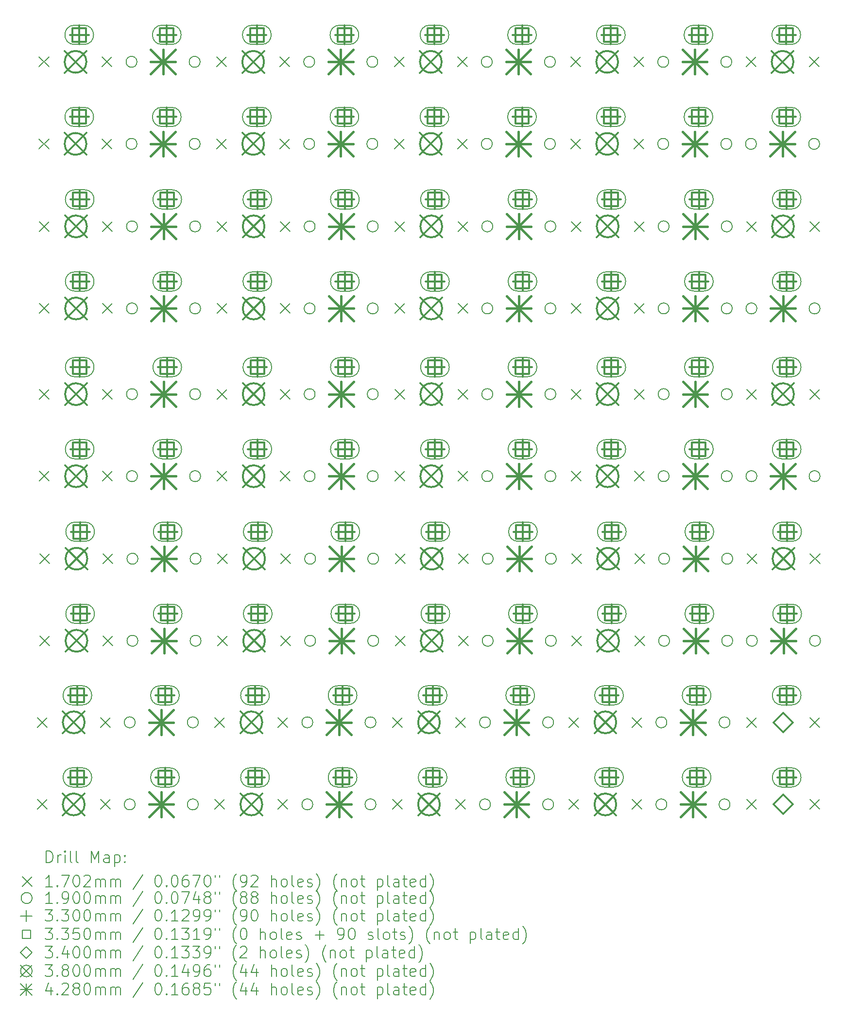
<source format=gbr>
%TF.GenerationSoftware,KiCad,Pcbnew,7.0.2*%
%TF.CreationDate,2023-05-08T22:29:07+02:00*%
%TF.ProjectId,verasity_PCB,76657261-7369-4747-995f-5043422e6b69,rev?*%
%TF.SameCoordinates,Original*%
%TF.FileFunction,Drillmap*%
%TF.FilePolarity,Positive*%
%FSLAX45Y45*%
G04 Gerber Fmt 4.5, Leading zero omitted, Abs format (unit mm)*
G04 Created by KiCad (PCBNEW 7.0.2) date 2023-05-08 22:29:07*
%MOMM*%
%LPD*%
G01*
G04 APERTURE LIST*
%ADD10C,0.200000*%
%ADD11C,0.170180*%
%ADD12C,0.190000*%
%ADD13C,0.330000*%
%ADD14C,0.335000*%
%ADD15C,0.340000*%
%ADD16C,0.380000*%
%ADD17C,0.428000*%
G04 APERTURE END LIST*
D10*
D11*
X3514285Y-7884160D02*
X3684465Y-8054340D01*
X3684465Y-7884160D02*
X3514285Y-8054340D01*
X3514285Y-9312910D02*
X3684465Y-9483090D01*
X3684465Y-9312910D02*
X3514285Y-9483090D01*
X3546035Y3617277D02*
X3716215Y3447097D01*
X3716215Y3617277D02*
X3546035Y3447097D01*
X3546035Y2188528D02*
X3716215Y2018347D01*
X3716215Y2188528D02*
X3546035Y2018347D01*
X3553972Y751840D02*
X3724152Y581660D01*
X3724152Y751840D02*
X3553972Y581660D01*
X3553972Y-676910D02*
X3724152Y-847090D01*
X3724152Y-676910D02*
X3553972Y-847090D01*
X3553972Y-2169160D02*
X3724152Y-2339340D01*
X3724152Y-2169160D02*
X3553972Y-2339340D01*
X3553972Y-3597910D02*
X3724152Y-3768090D01*
X3724152Y-3597910D02*
X3553972Y-3768090D01*
X3561910Y-5034598D02*
X3732090Y-5204778D01*
X3732090Y-5034598D02*
X3561910Y-5204778D01*
X3561910Y-6463347D02*
X3732090Y-6633527D01*
X3732090Y-6463347D02*
X3561910Y-6633527D01*
X4614285Y-7884160D02*
X4784465Y-8054340D01*
X4784465Y-7884160D02*
X4614285Y-8054340D01*
X4614285Y-9312910D02*
X4784465Y-9483090D01*
X4784465Y-9312910D02*
X4614285Y-9483090D01*
X4646035Y3617277D02*
X4816215Y3447097D01*
X4816215Y3617277D02*
X4646035Y3447097D01*
X4646035Y2188528D02*
X4816215Y2018347D01*
X4816215Y2188528D02*
X4646035Y2018347D01*
X4653973Y751840D02*
X4824153Y581660D01*
X4824153Y751840D02*
X4653973Y581660D01*
X4653973Y-676910D02*
X4824153Y-847090D01*
X4824153Y-676910D02*
X4653973Y-847090D01*
X4653973Y-2169160D02*
X4824153Y-2339340D01*
X4824153Y-2169160D02*
X4653973Y-2339340D01*
X4653973Y-3597910D02*
X4824153Y-3768090D01*
X4824153Y-3597910D02*
X4653973Y-3768090D01*
X4661910Y-5034598D02*
X4832090Y-5204778D01*
X4832090Y-5034598D02*
X4661910Y-5204778D01*
X4661910Y-6463347D02*
X4832090Y-6633527D01*
X4832090Y-6463347D02*
X4661910Y-6633527D01*
X6609910Y-7884160D02*
X6780090Y-8054340D01*
X6780090Y-7884160D02*
X6609910Y-8054340D01*
X6609910Y-9312910D02*
X6780090Y-9483090D01*
X6780090Y-9312910D02*
X6609910Y-9483090D01*
X6641660Y3617277D02*
X6811840Y3447097D01*
X6811840Y3617277D02*
X6641660Y3447097D01*
X6641660Y2188528D02*
X6811840Y2018347D01*
X6811840Y2188528D02*
X6641660Y2018347D01*
X6649597Y751840D02*
X6819777Y581660D01*
X6819777Y751840D02*
X6649597Y581660D01*
X6649597Y-676910D02*
X6819777Y-847090D01*
X6819777Y-676910D02*
X6649597Y-847090D01*
X6649597Y-2169160D02*
X6819777Y-2339340D01*
X6819777Y-2169160D02*
X6649597Y-2339340D01*
X6649597Y-3597910D02*
X6819777Y-3768090D01*
X6819777Y-3597910D02*
X6649597Y-3768090D01*
X6657535Y-5034598D02*
X6827715Y-5204778D01*
X6827715Y-5034598D02*
X6657535Y-5204778D01*
X6657535Y-6463347D02*
X6827715Y-6633527D01*
X6827715Y-6463347D02*
X6657535Y-6633527D01*
X7709910Y-7884160D02*
X7880090Y-8054340D01*
X7880090Y-7884160D02*
X7709910Y-8054340D01*
X7709910Y-9312910D02*
X7880090Y-9483090D01*
X7880090Y-9312910D02*
X7709910Y-9483090D01*
X7741660Y3617277D02*
X7911840Y3447097D01*
X7911840Y3617277D02*
X7741660Y3447097D01*
X7741660Y2188528D02*
X7911840Y2018347D01*
X7911840Y2188528D02*
X7741660Y2018347D01*
X7749597Y751840D02*
X7919777Y581660D01*
X7919777Y751840D02*
X7749597Y581660D01*
X7749597Y-676910D02*
X7919777Y-847090D01*
X7919777Y-676910D02*
X7749597Y-847090D01*
X7749597Y-2169160D02*
X7919777Y-2339340D01*
X7919777Y-2169160D02*
X7749597Y-2339340D01*
X7749597Y-3597910D02*
X7919777Y-3768090D01*
X7919777Y-3597910D02*
X7749597Y-3768090D01*
X7757535Y-5034598D02*
X7927715Y-5204778D01*
X7927715Y-5034598D02*
X7757535Y-5204778D01*
X7757535Y-6463347D02*
X7927715Y-6633527D01*
X7927715Y-6463347D02*
X7757535Y-6633527D01*
X9705535Y-7884160D02*
X9875715Y-8054340D01*
X9875715Y-7884160D02*
X9705535Y-8054340D01*
X9705535Y-9312910D02*
X9875715Y-9483090D01*
X9875715Y-9312910D02*
X9705535Y-9483090D01*
X9737285Y3617277D02*
X9907465Y3447097D01*
X9907465Y3617277D02*
X9737285Y3447097D01*
X9737285Y2188528D02*
X9907465Y2018347D01*
X9907465Y2188528D02*
X9737285Y2018347D01*
X9745223Y751840D02*
X9915403Y581660D01*
X9915403Y751840D02*
X9745223Y581660D01*
X9745223Y-676910D02*
X9915403Y-847090D01*
X9915403Y-676910D02*
X9745223Y-847090D01*
X9745223Y-2169160D02*
X9915403Y-2339340D01*
X9915403Y-2169160D02*
X9745223Y-2339340D01*
X9745223Y-3597910D02*
X9915403Y-3768090D01*
X9915403Y-3597910D02*
X9745223Y-3768090D01*
X9753160Y-5034598D02*
X9923340Y-5204778D01*
X9923340Y-5034598D02*
X9753160Y-5204778D01*
X9753160Y-6463347D02*
X9923340Y-6633527D01*
X9923340Y-6463347D02*
X9753160Y-6633527D01*
X10805535Y-7884160D02*
X10975715Y-8054340D01*
X10975715Y-7884160D02*
X10805535Y-8054340D01*
X10805535Y-9312910D02*
X10975715Y-9483090D01*
X10975715Y-9312910D02*
X10805535Y-9483090D01*
X10837285Y3617277D02*
X11007465Y3447097D01*
X11007465Y3617277D02*
X10837285Y3447097D01*
X10837285Y2188528D02*
X11007465Y2018347D01*
X11007465Y2188528D02*
X10837285Y2018347D01*
X10845223Y751840D02*
X11015403Y581660D01*
X11015403Y751840D02*
X10845223Y581660D01*
X10845223Y-676910D02*
X11015403Y-847090D01*
X11015403Y-676910D02*
X10845223Y-847090D01*
X10845223Y-2169160D02*
X11015403Y-2339340D01*
X11015403Y-2169160D02*
X10845223Y-2339340D01*
X10845223Y-3597910D02*
X11015403Y-3768090D01*
X11015403Y-3597910D02*
X10845223Y-3768090D01*
X10853160Y-5034598D02*
X11023340Y-5204778D01*
X11023340Y-5034598D02*
X10853160Y-5204778D01*
X10853160Y-6463347D02*
X11023340Y-6633527D01*
X11023340Y-6463347D02*
X10853160Y-6633527D01*
X12779285Y-7884160D02*
X12949465Y-8054340D01*
X12949465Y-7884160D02*
X12779285Y-8054340D01*
X12779285Y-9312910D02*
X12949465Y-9483090D01*
X12949465Y-9312910D02*
X12779285Y-9483090D01*
X12811035Y3617277D02*
X12981215Y3447097D01*
X12981215Y3617277D02*
X12811035Y3447097D01*
X12811035Y2188528D02*
X12981215Y2018347D01*
X12981215Y2188528D02*
X12811035Y2018347D01*
X12818972Y751840D02*
X12989152Y581660D01*
X12989152Y751840D02*
X12818972Y581660D01*
X12818972Y-676910D02*
X12989152Y-847090D01*
X12989152Y-676910D02*
X12818972Y-847090D01*
X12818972Y-2169160D02*
X12989152Y-2339340D01*
X12989152Y-2169160D02*
X12818972Y-2339340D01*
X12818972Y-3597910D02*
X12989152Y-3768090D01*
X12989152Y-3597910D02*
X12818972Y-3768090D01*
X12826910Y-5034598D02*
X12997090Y-5204778D01*
X12997090Y-5034598D02*
X12826910Y-5204778D01*
X12826910Y-6463347D02*
X12997090Y-6633527D01*
X12997090Y-6463347D02*
X12826910Y-6633527D01*
X13879285Y-7884160D02*
X14049465Y-8054340D01*
X14049465Y-7884160D02*
X13879285Y-8054340D01*
X13879285Y-9312910D02*
X14049465Y-9483090D01*
X14049465Y-9312910D02*
X13879285Y-9483090D01*
X13911035Y3617277D02*
X14081215Y3447097D01*
X14081215Y3617277D02*
X13911035Y3447097D01*
X13911035Y2188528D02*
X14081215Y2018347D01*
X14081215Y2188528D02*
X13911035Y2018347D01*
X13918972Y751840D02*
X14089152Y581660D01*
X14089152Y751840D02*
X13918972Y581660D01*
X13918972Y-676910D02*
X14089152Y-847090D01*
X14089152Y-676910D02*
X13918972Y-847090D01*
X13918972Y-2169160D02*
X14089152Y-2339340D01*
X14089152Y-2169160D02*
X13918972Y-2339340D01*
X13918972Y-3597910D02*
X14089152Y-3768090D01*
X14089152Y-3597910D02*
X13918972Y-3768090D01*
X13926910Y-5034598D02*
X14097090Y-5204778D01*
X14097090Y-5034598D02*
X13926910Y-5204778D01*
X13926910Y-6463347D02*
X14097090Y-6633527D01*
X14097090Y-6463347D02*
X13926910Y-6633527D01*
X15866972Y3617277D02*
X16037152Y3447097D01*
X16037152Y3617277D02*
X15866972Y3447097D01*
X15874910Y751840D02*
X16045090Y581660D01*
X16045090Y751840D02*
X15874910Y581660D01*
X15874910Y-2169160D02*
X16045090Y-2339340D01*
X16045090Y-2169160D02*
X15874910Y-2339340D01*
X15874910Y-7884160D02*
X16045090Y-8054340D01*
X16045090Y-7884160D02*
X15874910Y-8054340D01*
X15874910Y-9312910D02*
X16045090Y-9483090D01*
X16045090Y-9312910D02*
X15874910Y-9483090D01*
X15882847Y-5034598D02*
X16053027Y-5204778D01*
X16053027Y-5034598D02*
X15882847Y-5204778D01*
X16966973Y3617277D02*
X17137153Y3447097D01*
X17137153Y3617277D02*
X16966973Y3447097D01*
X16974910Y751840D02*
X17145090Y581660D01*
X17145090Y751840D02*
X16974910Y581660D01*
X16974910Y-2169160D02*
X17145090Y-2339340D01*
X17145090Y-2169160D02*
X16974910Y-2339340D01*
X16974910Y-7884160D02*
X17145090Y-8054340D01*
X17145090Y-7884160D02*
X16974910Y-8054340D01*
X16974910Y-9312910D02*
X17145090Y-9483090D01*
X17145090Y-9312910D02*
X16974910Y-9483090D01*
X16982848Y-5034598D02*
X17153028Y-5204778D01*
X17153028Y-5034598D02*
X16982848Y-5204778D01*
D12*
X5220313Y-7969250D02*
G75*
G03*
X5220313Y-7969250I-95000J0D01*
G01*
X5220313Y-9398000D02*
G75*
G03*
X5220313Y-9398000I-95000J0D01*
G01*
X5252063Y3532187D02*
G75*
G03*
X5252063Y3532187I-95000J0D01*
G01*
X5252063Y2103438D02*
G75*
G03*
X5252063Y2103438I-95000J0D01*
G01*
X5260000Y666750D02*
G75*
G03*
X5260000Y666750I-95000J0D01*
G01*
X5260000Y-762000D02*
G75*
G03*
X5260000Y-762000I-95000J0D01*
G01*
X5260000Y-2254250D02*
G75*
G03*
X5260000Y-2254250I-95000J0D01*
G01*
X5260000Y-3683000D02*
G75*
G03*
X5260000Y-3683000I-95000J0D01*
G01*
X5267938Y-5119688D02*
G75*
G03*
X5267938Y-5119688I-95000J0D01*
G01*
X5267938Y-6548437D02*
G75*
G03*
X5267938Y-6548437I-95000J0D01*
G01*
X6320312Y-7969250D02*
G75*
G03*
X6320312Y-7969250I-95000J0D01*
G01*
X6320312Y-9398000D02*
G75*
G03*
X6320312Y-9398000I-95000J0D01*
G01*
X6352062Y3532187D02*
G75*
G03*
X6352062Y3532187I-95000J0D01*
G01*
X6352062Y2103438D02*
G75*
G03*
X6352062Y2103438I-95000J0D01*
G01*
X6360000Y666750D02*
G75*
G03*
X6360000Y666750I-95000J0D01*
G01*
X6360000Y-762000D02*
G75*
G03*
X6360000Y-762000I-95000J0D01*
G01*
X6360000Y-2254250D02*
G75*
G03*
X6360000Y-2254250I-95000J0D01*
G01*
X6360000Y-3683000D02*
G75*
G03*
X6360000Y-3683000I-95000J0D01*
G01*
X6367937Y-5119688D02*
G75*
G03*
X6367937Y-5119688I-95000J0D01*
G01*
X6367937Y-6548437D02*
G75*
G03*
X6367937Y-6548437I-95000J0D01*
G01*
X8315937Y-7969250D02*
G75*
G03*
X8315937Y-7969250I-95000J0D01*
G01*
X8315937Y-9398000D02*
G75*
G03*
X8315937Y-9398000I-95000J0D01*
G01*
X8347687Y3532187D02*
G75*
G03*
X8347687Y3532187I-95000J0D01*
G01*
X8347687Y2103438D02*
G75*
G03*
X8347687Y2103438I-95000J0D01*
G01*
X8355625Y666750D02*
G75*
G03*
X8355625Y666750I-95000J0D01*
G01*
X8355625Y-762000D02*
G75*
G03*
X8355625Y-762000I-95000J0D01*
G01*
X8355625Y-2254250D02*
G75*
G03*
X8355625Y-2254250I-95000J0D01*
G01*
X8355625Y-3683000D02*
G75*
G03*
X8355625Y-3683000I-95000J0D01*
G01*
X8363562Y-5119688D02*
G75*
G03*
X8363562Y-5119688I-95000J0D01*
G01*
X8363562Y-6548437D02*
G75*
G03*
X8363562Y-6548437I-95000J0D01*
G01*
X9415938Y-7969250D02*
G75*
G03*
X9415938Y-7969250I-95000J0D01*
G01*
X9415938Y-9398000D02*
G75*
G03*
X9415938Y-9398000I-95000J0D01*
G01*
X9447688Y3532187D02*
G75*
G03*
X9447688Y3532187I-95000J0D01*
G01*
X9447688Y2103438D02*
G75*
G03*
X9447688Y2103438I-95000J0D01*
G01*
X9455625Y666750D02*
G75*
G03*
X9455625Y666750I-95000J0D01*
G01*
X9455625Y-762000D02*
G75*
G03*
X9455625Y-762000I-95000J0D01*
G01*
X9455625Y-2254250D02*
G75*
G03*
X9455625Y-2254250I-95000J0D01*
G01*
X9455625Y-3683000D02*
G75*
G03*
X9455625Y-3683000I-95000J0D01*
G01*
X9463563Y-5119688D02*
G75*
G03*
X9463563Y-5119688I-95000J0D01*
G01*
X9463563Y-6548437D02*
G75*
G03*
X9463563Y-6548437I-95000J0D01*
G01*
X11411562Y-7969250D02*
G75*
G03*
X11411562Y-7969250I-95000J0D01*
G01*
X11411562Y-9398000D02*
G75*
G03*
X11411562Y-9398000I-95000J0D01*
G01*
X11443312Y3532187D02*
G75*
G03*
X11443312Y3532187I-95000J0D01*
G01*
X11443312Y2103438D02*
G75*
G03*
X11443312Y2103438I-95000J0D01*
G01*
X11451250Y666750D02*
G75*
G03*
X11451250Y666750I-95000J0D01*
G01*
X11451250Y-762000D02*
G75*
G03*
X11451250Y-762000I-95000J0D01*
G01*
X11451250Y-2254250D02*
G75*
G03*
X11451250Y-2254250I-95000J0D01*
G01*
X11451250Y-3683000D02*
G75*
G03*
X11451250Y-3683000I-95000J0D01*
G01*
X11459187Y-5119688D02*
G75*
G03*
X11459187Y-5119688I-95000J0D01*
G01*
X11459187Y-6548437D02*
G75*
G03*
X11459187Y-6548437I-95000J0D01*
G01*
X12511562Y-7969250D02*
G75*
G03*
X12511562Y-7969250I-95000J0D01*
G01*
X12511562Y-9398000D02*
G75*
G03*
X12511562Y-9398000I-95000J0D01*
G01*
X12543312Y3532187D02*
G75*
G03*
X12543312Y3532187I-95000J0D01*
G01*
X12543312Y2103438D02*
G75*
G03*
X12543312Y2103438I-95000J0D01*
G01*
X12551250Y666750D02*
G75*
G03*
X12551250Y666750I-95000J0D01*
G01*
X12551250Y-762000D02*
G75*
G03*
X12551250Y-762000I-95000J0D01*
G01*
X12551250Y-2254250D02*
G75*
G03*
X12551250Y-2254250I-95000J0D01*
G01*
X12551250Y-3683000D02*
G75*
G03*
X12551250Y-3683000I-95000J0D01*
G01*
X12559187Y-5119688D02*
G75*
G03*
X12559187Y-5119688I-95000J0D01*
G01*
X12559187Y-6548437D02*
G75*
G03*
X12559187Y-6548437I-95000J0D01*
G01*
X14485312Y-7969250D02*
G75*
G03*
X14485312Y-7969250I-95000J0D01*
G01*
X14485312Y-9398000D02*
G75*
G03*
X14485312Y-9398000I-95000J0D01*
G01*
X14517062Y3532187D02*
G75*
G03*
X14517062Y3532187I-95000J0D01*
G01*
X14517062Y2103438D02*
G75*
G03*
X14517062Y2103438I-95000J0D01*
G01*
X14525000Y666750D02*
G75*
G03*
X14525000Y666750I-95000J0D01*
G01*
X14525000Y-762000D02*
G75*
G03*
X14525000Y-762000I-95000J0D01*
G01*
X14525000Y-2254250D02*
G75*
G03*
X14525000Y-2254250I-95000J0D01*
G01*
X14525000Y-3683000D02*
G75*
G03*
X14525000Y-3683000I-95000J0D01*
G01*
X14532937Y-5119688D02*
G75*
G03*
X14532937Y-5119688I-95000J0D01*
G01*
X14532937Y-6548437D02*
G75*
G03*
X14532937Y-6548437I-95000J0D01*
G01*
X15585312Y-7969250D02*
G75*
G03*
X15585312Y-7969250I-95000J0D01*
G01*
X15585312Y-9398000D02*
G75*
G03*
X15585312Y-9398000I-95000J0D01*
G01*
X15617062Y3532187D02*
G75*
G03*
X15617062Y3532187I-95000J0D01*
G01*
X15617062Y2103438D02*
G75*
G03*
X15617062Y2103438I-95000J0D01*
G01*
X15625000Y666750D02*
G75*
G03*
X15625000Y666750I-95000J0D01*
G01*
X15625000Y-762000D02*
G75*
G03*
X15625000Y-762000I-95000J0D01*
G01*
X15625000Y-2254250D02*
G75*
G03*
X15625000Y-2254250I-95000J0D01*
G01*
X15625000Y-3683000D02*
G75*
G03*
X15625000Y-3683000I-95000J0D01*
G01*
X15632937Y-5119688D02*
G75*
G03*
X15632937Y-5119688I-95000J0D01*
G01*
X15632937Y-6548437D02*
G75*
G03*
X15632937Y-6548437I-95000J0D01*
G01*
X16047062Y2103438D02*
G75*
G03*
X16047062Y2103438I-95000J0D01*
G01*
X16055000Y-762000D02*
G75*
G03*
X16055000Y-762000I-95000J0D01*
G01*
X16055000Y-3683000D02*
G75*
G03*
X16055000Y-3683000I-95000J0D01*
G01*
X16062937Y-6548437D02*
G75*
G03*
X16062937Y-6548437I-95000J0D01*
G01*
X17147063Y2103438D02*
G75*
G03*
X17147063Y2103438I-95000J0D01*
G01*
X17155000Y-762000D02*
G75*
G03*
X17155000Y-762000I-95000J0D01*
G01*
X17155000Y-3683000D02*
G75*
G03*
X17155000Y-3683000I-95000J0D01*
G01*
X17162938Y-6548437D02*
G75*
G03*
X17162938Y-6548437I-95000J0D01*
G01*
D13*
X4214375Y-7334250D02*
X4214375Y-7664250D01*
X4049375Y-7499250D02*
X4379375Y-7499250D01*
X4214375Y-8763000D02*
X4214375Y-9093000D01*
X4049375Y-8928000D02*
X4379375Y-8928000D01*
X4246125Y4167187D02*
X4246125Y3837187D01*
X4081125Y4002187D02*
X4411125Y4002187D01*
X4246125Y2738438D02*
X4246125Y2408438D01*
X4081125Y2573438D02*
X4411125Y2573438D01*
X4254063Y1301750D02*
X4254063Y971750D01*
X4089062Y1136750D02*
X4419063Y1136750D01*
X4254063Y-127000D02*
X4254063Y-457000D01*
X4089062Y-292000D02*
X4419063Y-292000D01*
X4254063Y-1619250D02*
X4254063Y-1949250D01*
X4089062Y-1784250D02*
X4419063Y-1784250D01*
X4254063Y-3048000D02*
X4254063Y-3378000D01*
X4089062Y-3213000D02*
X4419063Y-3213000D01*
X4262000Y-4484688D02*
X4262000Y-4814688D01*
X4097000Y-4649688D02*
X4427000Y-4649688D01*
X4262000Y-5913437D02*
X4262000Y-6243437D01*
X4097000Y-6078437D02*
X4427000Y-6078437D01*
X5740312Y-7334250D02*
X5740312Y-7664250D01*
X5575313Y-7499250D02*
X5905312Y-7499250D01*
X5740312Y-8763000D02*
X5740312Y-9093000D01*
X5575313Y-8928000D02*
X5905312Y-8928000D01*
X5772062Y4167187D02*
X5772062Y3837187D01*
X5607062Y4002187D02*
X5937062Y4002187D01*
X5772062Y2738438D02*
X5772062Y2408438D01*
X5607062Y2573438D02*
X5937062Y2573438D01*
X5780000Y1301750D02*
X5780000Y971750D01*
X5615000Y1136750D02*
X5945000Y1136750D01*
X5780000Y-127000D02*
X5780000Y-457000D01*
X5615000Y-292000D02*
X5945000Y-292000D01*
X5780000Y-1619250D02*
X5780000Y-1949250D01*
X5615000Y-1784250D02*
X5945000Y-1784250D01*
X5780000Y-3048000D02*
X5780000Y-3378000D01*
X5615000Y-3213000D02*
X5945000Y-3213000D01*
X5787937Y-4484688D02*
X5787937Y-4814688D01*
X5622937Y-4649688D02*
X5952937Y-4649688D01*
X5787937Y-5913437D02*
X5787937Y-6243437D01*
X5622937Y-6078437D02*
X5952937Y-6078437D01*
X7310000Y-7334250D02*
X7310000Y-7664250D01*
X7145000Y-7499250D02*
X7475000Y-7499250D01*
X7310000Y-8763000D02*
X7310000Y-9093000D01*
X7145000Y-8928000D02*
X7475000Y-8928000D01*
X7341750Y4167187D02*
X7341750Y3837187D01*
X7176750Y4002187D02*
X7506750Y4002187D01*
X7341750Y2738438D02*
X7341750Y2408438D01*
X7176750Y2573438D02*
X7506750Y2573438D01*
X7349687Y1301750D02*
X7349687Y971750D01*
X7184687Y1136750D02*
X7514687Y1136750D01*
X7349687Y-127000D02*
X7349687Y-457000D01*
X7184687Y-292000D02*
X7514687Y-292000D01*
X7349687Y-1619250D02*
X7349687Y-1949250D01*
X7184687Y-1784250D02*
X7514687Y-1784250D01*
X7349687Y-3048000D02*
X7349687Y-3378000D01*
X7184687Y-3213000D02*
X7514687Y-3213000D01*
X7357625Y-4484688D02*
X7357625Y-4814688D01*
X7192625Y-4649688D02*
X7522625Y-4649688D01*
X7357625Y-5913437D02*
X7357625Y-6243437D01*
X7192625Y-6078437D02*
X7522625Y-6078437D01*
X8835938Y-7334250D02*
X8835938Y-7664250D01*
X8670938Y-7499250D02*
X9000938Y-7499250D01*
X8835938Y-8763000D02*
X8835938Y-9093000D01*
X8670938Y-8928000D02*
X9000938Y-8928000D01*
X8867688Y4167187D02*
X8867688Y3837187D01*
X8702688Y4002187D02*
X9032688Y4002187D01*
X8867688Y2738438D02*
X8867688Y2408438D01*
X8702688Y2573438D02*
X9032688Y2573438D01*
X8875625Y1301750D02*
X8875625Y971750D01*
X8710625Y1136750D02*
X9040625Y1136750D01*
X8875625Y-127000D02*
X8875625Y-457000D01*
X8710625Y-292000D02*
X9040625Y-292000D01*
X8875625Y-1619250D02*
X8875625Y-1949250D01*
X8710625Y-1784250D02*
X9040625Y-1784250D01*
X8875625Y-3048000D02*
X8875625Y-3378000D01*
X8710625Y-3213000D02*
X9040625Y-3213000D01*
X8883563Y-4484688D02*
X8883563Y-4814688D01*
X8718563Y-4649688D02*
X9048563Y-4649688D01*
X8883563Y-5913437D02*
X8883563Y-6243437D01*
X8718563Y-6078437D02*
X9048563Y-6078437D01*
X10405625Y-7334250D02*
X10405625Y-7664250D01*
X10240625Y-7499250D02*
X10570625Y-7499250D01*
X10405625Y-8763000D02*
X10405625Y-9093000D01*
X10240625Y-8928000D02*
X10570625Y-8928000D01*
X10437375Y4167187D02*
X10437375Y3837187D01*
X10272375Y4002187D02*
X10602375Y4002187D01*
X10437375Y2738438D02*
X10437375Y2408438D01*
X10272375Y2573438D02*
X10602375Y2573438D01*
X10445313Y1301750D02*
X10445313Y971750D01*
X10280313Y1136750D02*
X10610313Y1136750D01*
X10445313Y-127000D02*
X10445313Y-457000D01*
X10280313Y-292000D02*
X10610313Y-292000D01*
X10445313Y-1619250D02*
X10445313Y-1949250D01*
X10280313Y-1784250D02*
X10610313Y-1784250D01*
X10445313Y-3048000D02*
X10445313Y-3378000D01*
X10280313Y-3213000D02*
X10610313Y-3213000D01*
X10453250Y-4484688D02*
X10453250Y-4814688D01*
X10288250Y-4649688D02*
X10618250Y-4649688D01*
X10453250Y-5913437D02*
X10453250Y-6243437D01*
X10288250Y-6078437D02*
X10618250Y-6078437D01*
X11931562Y-7334250D02*
X11931562Y-7664250D01*
X11766562Y-7499250D02*
X12096562Y-7499250D01*
X11931562Y-8763000D02*
X11931562Y-9093000D01*
X11766562Y-8928000D02*
X12096562Y-8928000D01*
X11963312Y4167187D02*
X11963312Y3837187D01*
X11798312Y4002187D02*
X12128312Y4002187D01*
X11963312Y2738438D02*
X11963312Y2408438D01*
X11798312Y2573438D02*
X12128312Y2573438D01*
X11971250Y1301750D02*
X11971250Y971750D01*
X11806250Y1136750D02*
X12136250Y1136750D01*
X11971250Y-127000D02*
X11971250Y-457000D01*
X11806250Y-292000D02*
X12136250Y-292000D01*
X11971250Y-1619250D02*
X11971250Y-1949250D01*
X11806250Y-1784250D02*
X12136250Y-1784250D01*
X11971250Y-3048000D02*
X11971250Y-3378000D01*
X11806250Y-3213000D02*
X12136250Y-3213000D01*
X11979187Y-4484688D02*
X11979187Y-4814688D01*
X11814187Y-4649688D02*
X12144187Y-4649688D01*
X11979187Y-5913437D02*
X11979187Y-6243437D01*
X11814187Y-6078437D02*
X12144187Y-6078437D01*
X13479375Y-7334250D02*
X13479375Y-7664250D01*
X13314375Y-7499250D02*
X13644375Y-7499250D01*
X13479375Y-8763000D02*
X13479375Y-9093000D01*
X13314375Y-8928000D02*
X13644375Y-8928000D01*
X13511125Y4167187D02*
X13511125Y3837187D01*
X13346125Y4002187D02*
X13676125Y4002187D01*
X13511125Y2738438D02*
X13511125Y2408438D01*
X13346125Y2573438D02*
X13676125Y2573438D01*
X13519062Y1301750D02*
X13519062Y971750D01*
X13354062Y1136750D02*
X13684062Y1136750D01*
X13519062Y-127000D02*
X13519062Y-457000D01*
X13354062Y-292000D02*
X13684062Y-292000D01*
X13519062Y-1619250D02*
X13519062Y-1949250D01*
X13354062Y-1784250D02*
X13684062Y-1784250D01*
X13519062Y-3048000D02*
X13519062Y-3378000D01*
X13354062Y-3213000D02*
X13684062Y-3213000D01*
X13527000Y-4484688D02*
X13527000Y-4814688D01*
X13362000Y-4649688D02*
X13692000Y-4649688D01*
X13527000Y-5913437D02*
X13527000Y-6243437D01*
X13362000Y-6078437D02*
X13692000Y-6078437D01*
X15005312Y-7334250D02*
X15005312Y-7664250D01*
X14840312Y-7499250D02*
X15170312Y-7499250D01*
X15005312Y-8763000D02*
X15005312Y-9093000D01*
X14840312Y-8928000D02*
X15170312Y-8928000D01*
X15037062Y4167187D02*
X15037062Y3837187D01*
X14872062Y4002187D02*
X15202062Y4002187D01*
X15037062Y2738438D02*
X15037062Y2408438D01*
X14872062Y2573438D02*
X15202062Y2573438D01*
X15045000Y1301750D02*
X15045000Y971750D01*
X14880000Y1136750D02*
X15210000Y1136750D01*
X15045000Y-127000D02*
X15045000Y-457000D01*
X14880000Y-292000D02*
X15210000Y-292000D01*
X15045000Y-1619250D02*
X15045000Y-1949250D01*
X14880000Y-1784250D02*
X15210000Y-1784250D01*
X15045000Y-3048000D02*
X15045000Y-3378000D01*
X14880000Y-3213000D02*
X15210000Y-3213000D01*
X15052937Y-4484688D02*
X15052937Y-4814688D01*
X14887937Y-4649688D02*
X15217937Y-4649688D01*
X15052937Y-5913437D02*
X15052937Y-6243437D01*
X14887937Y-6078437D02*
X15217937Y-6078437D01*
X16567062Y4167187D02*
X16567062Y3837187D01*
X16402062Y4002187D02*
X16732062Y4002187D01*
X16567062Y2738438D02*
X16567062Y2408438D01*
X16402062Y2573438D02*
X16732062Y2573438D01*
X16575000Y1301750D02*
X16575000Y971750D01*
X16410000Y1136750D02*
X16740000Y1136750D01*
X16575000Y-127000D02*
X16575000Y-457000D01*
X16410000Y-292000D02*
X16740000Y-292000D01*
X16575000Y-1619250D02*
X16575000Y-1949250D01*
X16410000Y-1784250D02*
X16740000Y-1784250D01*
X16575000Y-3048000D02*
X16575000Y-3378000D01*
X16410000Y-3213000D02*
X16740000Y-3213000D01*
X16575000Y-7334250D02*
X16575000Y-7664250D01*
X16410000Y-7499250D02*
X16740000Y-7499250D01*
X16575000Y-8763000D02*
X16575000Y-9093000D01*
X16410000Y-8928000D02*
X16740000Y-8928000D01*
X16582937Y-4484688D02*
X16582937Y-4814688D01*
X16417937Y-4649688D02*
X16747937Y-4649688D01*
X16582937Y-5913437D02*
X16582937Y-6243437D01*
X16417937Y-6078437D02*
X16747937Y-6078437D01*
D14*
X4331817Y-7617891D02*
X4331817Y-7381008D01*
X4094933Y-7381008D01*
X4094933Y-7617891D01*
X4331817Y-7617891D01*
D10*
X4295875Y-7331950D02*
X4130875Y-7331950D01*
X4130875Y-7331950D02*
G75*
G03*
X4130875Y-7666950I0J-167500D01*
G01*
X4130875Y-7666950D02*
X4295875Y-7666950D01*
X4295875Y-7666950D02*
G75*
G03*
X4295875Y-7331950I0J167500D01*
G01*
D14*
X4331817Y-9046642D02*
X4331817Y-8809759D01*
X4094933Y-8809759D01*
X4094933Y-9046642D01*
X4331817Y-9046642D01*
D10*
X4295875Y-8760700D02*
X4130875Y-8760700D01*
X4130875Y-8760700D02*
G75*
G03*
X4130875Y-9095700I0J-167500D01*
G01*
X4130875Y-9095700D02*
X4295875Y-9095700D01*
X4295875Y-9095700D02*
G75*
G03*
X4295875Y-8760700I0J167500D01*
G01*
D14*
X4363567Y3883546D02*
X4363567Y4120429D01*
X4126683Y4120429D01*
X4126683Y3883546D01*
X4363567Y3883546D01*
D10*
X4327625Y4169487D02*
X4162625Y4169487D01*
X4162625Y4169487D02*
G75*
G03*
X4162625Y3834487I0J-167500D01*
G01*
X4162625Y3834487D02*
X4327625Y3834487D01*
X4327625Y3834487D02*
G75*
G03*
X4327625Y4169487I0J167500D01*
G01*
D14*
X4363567Y2454796D02*
X4363567Y2691679D01*
X4126683Y2691679D01*
X4126683Y2454796D01*
X4363567Y2454796D01*
D10*
X4327625Y2740738D02*
X4162625Y2740738D01*
X4162625Y2740738D02*
G75*
G03*
X4162625Y2405738I0J-167500D01*
G01*
X4162625Y2405738D02*
X4327625Y2405738D01*
X4327625Y2405738D02*
G75*
G03*
X4327625Y2740738I0J167500D01*
G01*
D14*
X4371504Y1018108D02*
X4371504Y1254992D01*
X4134621Y1254992D01*
X4134621Y1018108D01*
X4371504Y1018108D01*
D10*
X4335563Y1304050D02*
X4170562Y1304050D01*
X4170562Y1304050D02*
G75*
G03*
X4170562Y969050I0J-167500D01*
G01*
X4170562Y969050D02*
X4335563Y969050D01*
X4335563Y969050D02*
G75*
G03*
X4335563Y1304050I0J167500D01*
G01*
D14*
X4371504Y-410641D02*
X4371504Y-173759D01*
X4134621Y-173759D01*
X4134621Y-410641D01*
X4371504Y-410641D01*
D10*
X4335563Y-124700D02*
X4170562Y-124700D01*
X4170562Y-124700D02*
G75*
G03*
X4170562Y-459700I0J-167500D01*
G01*
X4170562Y-459700D02*
X4335563Y-459700D01*
X4335563Y-459700D02*
G75*
G03*
X4335563Y-124700I0J167500D01*
G01*
D14*
X4371504Y-1902891D02*
X4371504Y-1666008D01*
X4134621Y-1666008D01*
X4134621Y-1902891D01*
X4371504Y-1902891D01*
D10*
X4335563Y-1616950D02*
X4170562Y-1616950D01*
X4170562Y-1616950D02*
G75*
G03*
X4170562Y-1951950I0J-167500D01*
G01*
X4170562Y-1951950D02*
X4335563Y-1951950D01*
X4335563Y-1951950D02*
G75*
G03*
X4335563Y-1616950I0J167500D01*
G01*
D14*
X4371504Y-3331641D02*
X4371504Y-3094758D01*
X4134621Y-3094758D01*
X4134621Y-3331641D01*
X4371504Y-3331641D01*
D10*
X4335563Y-3045700D02*
X4170562Y-3045700D01*
X4170562Y-3045700D02*
G75*
G03*
X4170562Y-3380700I0J-167500D01*
G01*
X4170562Y-3380700D02*
X4335563Y-3380700D01*
X4335563Y-3380700D02*
G75*
G03*
X4335563Y-3045700I0J167500D01*
G01*
D14*
X4379442Y-4768329D02*
X4379442Y-4531446D01*
X4142558Y-4531446D01*
X4142558Y-4768329D01*
X4379442Y-4768329D01*
D10*
X4343500Y-4482388D02*
X4178500Y-4482388D01*
X4178500Y-4482388D02*
G75*
G03*
X4178500Y-4817388I0J-167500D01*
G01*
X4178500Y-4817388D02*
X4343500Y-4817388D01*
X4343500Y-4817388D02*
G75*
G03*
X4343500Y-4482388I0J167500D01*
G01*
D14*
X4379442Y-6197079D02*
X4379442Y-5960196D01*
X4142558Y-5960196D01*
X4142558Y-6197079D01*
X4379442Y-6197079D01*
D10*
X4343500Y-5911137D02*
X4178500Y-5911137D01*
X4178500Y-5911137D02*
G75*
G03*
X4178500Y-6246137I0J-167500D01*
G01*
X4178500Y-6246137D02*
X4343500Y-6246137D01*
X4343500Y-6246137D02*
G75*
G03*
X4343500Y-5911137I0J167500D01*
G01*
D14*
X5857754Y-7617891D02*
X5857754Y-7381008D01*
X5620871Y-7381008D01*
X5620871Y-7617891D01*
X5857754Y-7617891D01*
D10*
X5821812Y-7331950D02*
X5656812Y-7331950D01*
X5656812Y-7331950D02*
G75*
G03*
X5656812Y-7666950I0J-167500D01*
G01*
X5656812Y-7666950D02*
X5821812Y-7666950D01*
X5821812Y-7666950D02*
G75*
G03*
X5821812Y-7331950I0J167500D01*
G01*
D14*
X5857754Y-9046642D02*
X5857754Y-8809759D01*
X5620871Y-8809759D01*
X5620871Y-9046642D01*
X5857754Y-9046642D01*
D10*
X5821812Y-8760700D02*
X5656812Y-8760700D01*
X5656812Y-8760700D02*
G75*
G03*
X5656812Y-9095700I0J-167500D01*
G01*
X5656812Y-9095700D02*
X5821812Y-9095700D01*
X5821812Y-9095700D02*
G75*
G03*
X5821812Y-8760700I0J167500D01*
G01*
D14*
X5889504Y3883546D02*
X5889504Y4120429D01*
X5652621Y4120429D01*
X5652621Y3883546D01*
X5889504Y3883546D01*
D10*
X5853562Y4169487D02*
X5688562Y4169487D01*
X5688562Y4169487D02*
G75*
G03*
X5688562Y3834487I0J-167500D01*
G01*
X5688562Y3834487D02*
X5853562Y3834487D01*
X5853562Y3834487D02*
G75*
G03*
X5853562Y4169487I0J167500D01*
G01*
D14*
X5889504Y2454796D02*
X5889504Y2691679D01*
X5652621Y2691679D01*
X5652621Y2454796D01*
X5889504Y2454796D01*
D10*
X5853562Y2740738D02*
X5688562Y2740738D01*
X5688562Y2740738D02*
G75*
G03*
X5688562Y2405738I0J-167500D01*
G01*
X5688562Y2405738D02*
X5853562Y2405738D01*
X5853562Y2405738D02*
G75*
G03*
X5853562Y2740738I0J167500D01*
G01*
D14*
X5897441Y1018108D02*
X5897441Y1254992D01*
X5660558Y1254992D01*
X5660558Y1018108D01*
X5897441Y1018108D01*
D10*
X5861500Y1304050D02*
X5696500Y1304050D01*
X5696500Y1304050D02*
G75*
G03*
X5696500Y969050I0J-167500D01*
G01*
X5696500Y969050D02*
X5861500Y969050D01*
X5861500Y969050D02*
G75*
G03*
X5861500Y1304050I0J167500D01*
G01*
D14*
X5897441Y-410641D02*
X5897441Y-173759D01*
X5660558Y-173759D01*
X5660558Y-410641D01*
X5897441Y-410641D01*
D10*
X5861500Y-124700D02*
X5696500Y-124700D01*
X5696500Y-124700D02*
G75*
G03*
X5696500Y-459700I0J-167500D01*
G01*
X5696500Y-459700D02*
X5861500Y-459700D01*
X5861500Y-459700D02*
G75*
G03*
X5861500Y-124700I0J167500D01*
G01*
D14*
X5897441Y-1902891D02*
X5897441Y-1666008D01*
X5660558Y-1666008D01*
X5660558Y-1902891D01*
X5897441Y-1902891D01*
D10*
X5861500Y-1616950D02*
X5696500Y-1616950D01*
X5696500Y-1616950D02*
G75*
G03*
X5696500Y-1951950I0J-167500D01*
G01*
X5696500Y-1951950D02*
X5861500Y-1951950D01*
X5861500Y-1951950D02*
G75*
G03*
X5861500Y-1616950I0J167500D01*
G01*
D14*
X5897441Y-3331641D02*
X5897441Y-3094758D01*
X5660558Y-3094758D01*
X5660558Y-3331641D01*
X5897441Y-3331641D01*
D10*
X5861500Y-3045700D02*
X5696500Y-3045700D01*
X5696500Y-3045700D02*
G75*
G03*
X5696500Y-3380700I0J-167500D01*
G01*
X5696500Y-3380700D02*
X5861500Y-3380700D01*
X5861500Y-3380700D02*
G75*
G03*
X5861500Y-3045700I0J167500D01*
G01*
D14*
X5905379Y-4768329D02*
X5905379Y-4531446D01*
X5668496Y-4531446D01*
X5668496Y-4768329D01*
X5905379Y-4768329D01*
D10*
X5869437Y-4482388D02*
X5704437Y-4482388D01*
X5704437Y-4482388D02*
G75*
G03*
X5704437Y-4817388I0J-167500D01*
G01*
X5704437Y-4817388D02*
X5869437Y-4817388D01*
X5869437Y-4817388D02*
G75*
G03*
X5869437Y-4482388I0J167500D01*
G01*
D14*
X5905379Y-6197079D02*
X5905379Y-5960196D01*
X5668496Y-5960196D01*
X5668496Y-6197079D01*
X5905379Y-6197079D01*
D10*
X5869437Y-5911137D02*
X5704437Y-5911137D01*
X5704437Y-5911137D02*
G75*
G03*
X5704437Y-6246137I0J-167500D01*
G01*
X5704437Y-6246137D02*
X5869437Y-6246137D01*
X5869437Y-6246137D02*
G75*
G03*
X5869437Y-5911137I0J167500D01*
G01*
D14*
X7427441Y-7617891D02*
X7427441Y-7381008D01*
X7190558Y-7381008D01*
X7190558Y-7617891D01*
X7427441Y-7617891D01*
D10*
X7391500Y-7331950D02*
X7226500Y-7331950D01*
X7226500Y-7331950D02*
G75*
G03*
X7226500Y-7666950I0J-167500D01*
G01*
X7226500Y-7666950D02*
X7391500Y-7666950D01*
X7391500Y-7666950D02*
G75*
G03*
X7391500Y-7331950I0J167500D01*
G01*
D14*
X7427441Y-9046642D02*
X7427441Y-8809759D01*
X7190558Y-8809759D01*
X7190558Y-9046642D01*
X7427441Y-9046642D01*
D10*
X7391500Y-8760700D02*
X7226500Y-8760700D01*
X7226500Y-8760700D02*
G75*
G03*
X7226500Y-9095700I0J-167500D01*
G01*
X7226500Y-9095700D02*
X7391500Y-9095700D01*
X7391500Y-9095700D02*
G75*
G03*
X7391500Y-8760700I0J167500D01*
G01*
D14*
X7459191Y3883546D02*
X7459191Y4120429D01*
X7222308Y4120429D01*
X7222308Y3883546D01*
X7459191Y3883546D01*
D10*
X7423250Y4169487D02*
X7258250Y4169487D01*
X7258250Y4169487D02*
G75*
G03*
X7258250Y3834487I0J-167500D01*
G01*
X7258250Y3834487D02*
X7423250Y3834487D01*
X7423250Y3834487D02*
G75*
G03*
X7423250Y4169487I0J167500D01*
G01*
D14*
X7459191Y2454796D02*
X7459191Y2691679D01*
X7222308Y2691679D01*
X7222308Y2454796D01*
X7459191Y2454796D01*
D10*
X7423250Y2740738D02*
X7258250Y2740738D01*
X7258250Y2740738D02*
G75*
G03*
X7258250Y2405738I0J-167500D01*
G01*
X7258250Y2405738D02*
X7423250Y2405738D01*
X7423250Y2405738D02*
G75*
G03*
X7423250Y2740738I0J167500D01*
G01*
D14*
X7467129Y1018108D02*
X7467129Y1254992D01*
X7230246Y1254992D01*
X7230246Y1018108D01*
X7467129Y1018108D01*
D10*
X7431187Y1304050D02*
X7266187Y1304050D01*
X7266187Y1304050D02*
G75*
G03*
X7266187Y969050I0J-167500D01*
G01*
X7266187Y969050D02*
X7431187Y969050D01*
X7431187Y969050D02*
G75*
G03*
X7431187Y1304050I0J167500D01*
G01*
D14*
X7467129Y-410641D02*
X7467129Y-173759D01*
X7230246Y-173759D01*
X7230246Y-410641D01*
X7467129Y-410641D01*
D10*
X7431187Y-124700D02*
X7266187Y-124700D01*
X7266187Y-124700D02*
G75*
G03*
X7266187Y-459700I0J-167500D01*
G01*
X7266187Y-459700D02*
X7431187Y-459700D01*
X7431187Y-459700D02*
G75*
G03*
X7431187Y-124700I0J167500D01*
G01*
D14*
X7467129Y-1902891D02*
X7467129Y-1666008D01*
X7230246Y-1666008D01*
X7230246Y-1902891D01*
X7467129Y-1902891D01*
D10*
X7431187Y-1616950D02*
X7266187Y-1616950D01*
X7266187Y-1616950D02*
G75*
G03*
X7266187Y-1951950I0J-167500D01*
G01*
X7266187Y-1951950D02*
X7431187Y-1951950D01*
X7431187Y-1951950D02*
G75*
G03*
X7431187Y-1616950I0J167500D01*
G01*
D14*
X7467129Y-3331641D02*
X7467129Y-3094758D01*
X7230246Y-3094758D01*
X7230246Y-3331641D01*
X7467129Y-3331641D01*
D10*
X7431187Y-3045700D02*
X7266187Y-3045700D01*
X7266187Y-3045700D02*
G75*
G03*
X7266187Y-3380700I0J-167500D01*
G01*
X7266187Y-3380700D02*
X7431187Y-3380700D01*
X7431187Y-3380700D02*
G75*
G03*
X7431187Y-3045700I0J167500D01*
G01*
D14*
X7475066Y-4768329D02*
X7475066Y-4531446D01*
X7238183Y-4531446D01*
X7238183Y-4768329D01*
X7475066Y-4768329D01*
D10*
X7439125Y-4482388D02*
X7274125Y-4482388D01*
X7274125Y-4482388D02*
G75*
G03*
X7274125Y-4817388I0J-167500D01*
G01*
X7274125Y-4817388D02*
X7439125Y-4817388D01*
X7439125Y-4817388D02*
G75*
G03*
X7439125Y-4482388I0J167500D01*
G01*
D14*
X7475066Y-6197079D02*
X7475066Y-5960196D01*
X7238183Y-5960196D01*
X7238183Y-6197079D01*
X7475066Y-6197079D01*
D10*
X7439125Y-5911137D02*
X7274125Y-5911137D01*
X7274125Y-5911137D02*
G75*
G03*
X7274125Y-6246137I0J-167500D01*
G01*
X7274125Y-6246137D02*
X7439125Y-6246137D01*
X7439125Y-6246137D02*
G75*
G03*
X7439125Y-5911137I0J167500D01*
G01*
D14*
X8953379Y-7617891D02*
X8953379Y-7381008D01*
X8716496Y-7381008D01*
X8716496Y-7617891D01*
X8953379Y-7617891D01*
D10*
X8917438Y-7331950D02*
X8752438Y-7331950D01*
X8752438Y-7331950D02*
G75*
G03*
X8752438Y-7666950I0J-167500D01*
G01*
X8752438Y-7666950D02*
X8917438Y-7666950D01*
X8917438Y-7666950D02*
G75*
G03*
X8917438Y-7331950I0J167500D01*
G01*
D14*
X8953379Y-9046642D02*
X8953379Y-8809759D01*
X8716496Y-8809759D01*
X8716496Y-9046642D01*
X8953379Y-9046642D01*
D10*
X8917438Y-8760700D02*
X8752438Y-8760700D01*
X8752438Y-8760700D02*
G75*
G03*
X8752438Y-9095700I0J-167500D01*
G01*
X8752438Y-9095700D02*
X8917438Y-9095700D01*
X8917438Y-9095700D02*
G75*
G03*
X8917438Y-8760700I0J167500D01*
G01*
D14*
X8985129Y3883546D02*
X8985129Y4120429D01*
X8748246Y4120429D01*
X8748246Y3883546D01*
X8985129Y3883546D01*
D10*
X8949188Y4169487D02*
X8784188Y4169487D01*
X8784188Y4169487D02*
G75*
G03*
X8784188Y3834487I0J-167500D01*
G01*
X8784188Y3834487D02*
X8949188Y3834487D01*
X8949188Y3834487D02*
G75*
G03*
X8949188Y4169487I0J167500D01*
G01*
D14*
X8985129Y2454796D02*
X8985129Y2691679D01*
X8748246Y2691679D01*
X8748246Y2454796D01*
X8985129Y2454796D01*
D10*
X8949188Y2740738D02*
X8784188Y2740738D01*
X8784188Y2740738D02*
G75*
G03*
X8784188Y2405738I0J-167500D01*
G01*
X8784188Y2405738D02*
X8949188Y2405738D01*
X8949188Y2405738D02*
G75*
G03*
X8949188Y2740738I0J167500D01*
G01*
D14*
X8993067Y1018108D02*
X8993067Y1254992D01*
X8756184Y1254992D01*
X8756184Y1018108D01*
X8993067Y1018108D01*
D10*
X8957125Y1304050D02*
X8792125Y1304050D01*
X8792125Y1304050D02*
G75*
G03*
X8792125Y969050I0J-167500D01*
G01*
X8792125Y969050D02*
X8957125Y969050D01*
X8957125Y969050D02*
G75*
G03*
X8957125Y1304050I0J167500D01*
G01*
D14*
X8993067Y-410641D02*
X8993067Y-173759D01*
X8756184Y-173759D01*
X8756184Y-410641D01*
X8993067Y-410641D01*
D10*
X8957125Y-124700D02*
X8792125Y-124700D01*
X8792125Y-124700D02*
G75*
G03*
X8792125Y-459700I0J-167500D01*
G01*
X8792125Y-459700D02*
X8957125Y-459700D01*
X8957125Y-459700D02*
G75*
G03*
X8957125Y-124700I0J167500D01*
G01*
D14*
X8993067Y-1902891D02*
X8993067Y-1666008D01*
X8756184Y-1666008D01*
X8756184Y-1902891D01*
X8993067Y-1902891D01*
D10*
X8957125Y-1616950D02*
X8792125Y-1616950D01*
X8792125Y-1616950D02*
G75*
G03*
X8792125Y-1951950I0J-167500D01*
G01*
X8792125Y-1951950D02*
X8957125Y-1951950D01*
X8957125Y-1951950D02*
G75*
G03*
X8957125Y-1616950I0J167500D01*
G01*
D14*
X8993067Y-3331641D02*
X8993067Y-3094758D01*
X8756184Y-3094758D01*
X8756184Y-3331641D01*
X8993067Y-3331641D01*
D10*
X8957125Y-3045700D02*
X8792125Y-3045700D01*
X8792125Y-3045700D02*
G75*
G03*
X8792125Y-3380700I0J-167500D01*
G01*
X8792125Y-3380700D02*
X8957125Y-3380700D01*
X8957125Y-3380700D02*
G75*
G03*
X8957125Y-3045700I0J167500D01*
G01*
D14*
X9001004Y-4768329D02*
X9001004Y-4531446D01*
X8764121Y-4531446D01*
X8764121Y-4768329D01*
X9001004Y-4768329D01*
D10*
X8965063Y-4482388D02*
X8800063Y-4482388D01*
X8800063Y-4482388D02*
G75*
G03*
X8800063Y-4817388I0J-167500D01*
G01*
X8800063Y-4817388D02*
X8965063Y-4817388D01*
X8965063Y-4817388D02*
G75*
G03*
X8965063Y-4482388I0J167500D01*
G01*
D14*
X9001004Y-6197079D02*
X9001004Y-5960196D01*
X8764121Y-5960196D01*
X8764121Y-6197079D01*
X9001004Y-6197079D01*
D10*
X8965063Y-5911137D02*
X8800063Y-5911137D01*
X8800063Y-5911137D02*
G75*
G03*
X8800063Y-6246137I0J-167500D01*
G01*
X8800063Y-6246137D02*
X8965063Y-6246137D01*
X8965063Y-6246137D02*
G75*
G03*
X8965063Y-5911137I0J167500D01*
G01*
D14*
X10523067Y-7617891D02*
X10523067Y-7381008D01*
X10286184Y-7381008D01*
X10286184Y-7617891D01*
X10523067Y-7617891D01*
D10*
X10487125Y-7331950D02*
X10322125Y-7331950D01*
X10322125Y-7331950D02*
G75*
G03*
X10322125Y-7666950I0J-167500D01*
G01*
X10322125Y-7666950D02*
X10487125Y-7666950D01*
X10487125Y-7666950D02*
G75*
G03*
X10487125Y-7331950I0J167500D01*
G01*
D14*
X10523067Y-9046642D02*
X10523067Y-8809759D01*
X10286184Y-8809759D01*
X10286184Y-9046642D01*
X10523067Y-9046642D01*
D10*
X10487125Y-8760700D02*
X10322125Y-8760700D01*
X10322125Y-8760700D02*
G75*
G03*
X10322125Y-9095700I0J-167500D01*
G01*
X10322125Y-9095700D02*
X10487125Y-9095700D01*
X10487125Y-9095700D02*
G75*
G03*
X10487125Y-8760700I0J167500D01*
G01*
D14*
X10554817Y3883546D02*
X10554817Y4120429D01*
X10317934Y4120429D01*
X10317934Y3883546D01*
X10554817Y3883546D01*
D10*
X10518875Y4169487D02*
X10353875Y4169487D01*
X10353875Y4169487D02*
G75*
G03*
X10353875Y3834487I0J-167500D01*
G01*
X10353875Y3834487D02*
X10518875Y3834487D01*
X10518875Y3834487D02*
G75*
G03*
X10518875Y4169487I0J167500D01*
G01*
D14*
X10554817Y2454796D02*
X10554817Y2691679D01*
X10317934Y2691679D01*
X10317934Y2454796D01*
X10554817Y2454796D01*
D10*
X10518875Y2740738D02*
X10353875Y2740738D01*
X10353875Y2740738D02*
G75*
G03*
X10353875Y2405738I0J-167500D01*
G01*
X10353875Y2405738D02*
X10518875Y2405738D01*
X10518875Y2405738D02*
G75*
G03*
X10518875Y2740738I0J167500D01*
G01*
D14*
X10562754Y1018108D02*
X10562754Y1254992D01*
X10325871Y1254992D01*
X10325871Y1018108D01*
X10562754Y1018108D01*
D10*
X10526813Y1304050D02*
X10361813Y1304050D01*
X10361813Y1304050D02*
G75*
G03*
X10361813Y969050I0J-167500D01*
G01*
X10361813Y969050D02*
X10526813Y969050D01*
X10526813Y969050D02*
G75*
G03*
X10526813Y1304050I0J167500D01*
G01*
D14*
X10562754Y-410641D02*
X10562754Y-173759D01*
X10325871Y-173759D01*
X10325871Y-410641D01*
X10562754Y-410641D01*
D10*
X10526813Y-124700D02*
X10361813Y-124700D01*
X10361813Y-124700D02*
G75*
G03*
X10361813Y-459700I0J-167500D01*
G01*
X10361813Y-459700D02*
X10526813Y-459700D01*
X10526813Y-459700D02*
G75*
G03*
X10526813Y-124700I0J167500D01*
G01*
D14*
X10562754Y-1902891D02*
X10562754Y-1666008D01*
X10325871Y-1666008D01*
X10325871Y-1902891D01*
X10562754Y-1902891D01*
D10*
X10526813Y-1616950D02*
X10361813Y-1616950D01*
X10361813Y-1616950D02*
G75*
G03*
X10361813Y-1951950I0J-167500D01*
G01*
X10361813Y-1951950D02*
X10526813Y-1951950D01*
X10526813Y-1951950D02*
G75*
G03*
X10526813Y-1616950I0J167500D01*
G01*
D14*
X10562754Y-3331641D02*
X10562754Y-3094758D01*
X10325871Y-3094758D01*
X10325871Y-3331641D01*
X10562754Y-3331641D01*
D10*
X10526813Y-3045700D02*
X10361813Y-3045700D01*
X10361813Y-3045700D02*
G75*
G03*
X10361813Y-3380700I0J-167500D01*
G01*
X10361813Y-3380700D02*
X10526813Y-3380700D01*
X10526813Y-3380700D02*
G75*
G03*
X10526813Y-3045700I0J167500D01*
G01*
D14*
X10570692Y-4768329D02*
X10570692Y-4531446D01*
X10333809Y-4531446D01*
X10333809Y-4768329D01*
X10570692Y-4768329D01*
D10*
X10534750Y-4482388D02*
X10369750Y-4482388D01*
X10369750Y-4482388D02*
G75*
G03*
X10369750Y-4817388I0J-167500D01*
G01*
X10369750Y-4817388D02*
X10534750Y-4817388D01*
X10534750Y-4817388D02*
G75*
G03*
X10534750Y-4482388I0J167500D01*
G01*
D14*
X10570692Y-6197079D02*
X10570692Y-5960196D01*
X10333809Y-5960196D01*
X10333809Y-6197079D01*
X10570692Y-6197079D01*
D10*
X10534750Y-5911137D02*
X10369750Y-5911137D01*
X10369750Y-5911137D02*
G75*
G03*
X10369750Y-6246137I0J-167500D01*
G01*
X10369750Y-6246137D02*
X10534750Y-6246137D01*
X10534750Y-6246137D02*
G75*
G03*
X10534750Y-5911137I0J167500D01*
G01*
D14*
X12049004Y-7617891D02*
X12049004Y-7381008D01*
X11812121Y-7381008D01*
X11812121Y-7617891D01*
X12049004Y-7617891D01*
D10*
X12013062Y-7331950D02*
X11848062Y-7331950D01*
X11848062Y-7331950D02*
G75*
G03*
X11848062Y-7666950I0J-167500D01*
G01*
X11848062Y-7666950D02*
X12013062Y-7666950D01*
X12013062Y-7666950D02*
G75*
G03*
X12013062Y-7331950I0J167500D01*
G01*
D14*
X12049004Y-9046642D02*
X12049004Y-8809759D01*
X11812121Y-8809759D01*
X11812121Y-9046642D01*
X12049004Y-9046642D01*
D10*
X12013062Y-8760700D02*
X11848062Y-8760700D01*
X11848062Y-8760700D02*
G75*
G03*
X11848062Y-9095700I0J-167500D01*
G01*
X11848062Y-9095700D02*
X12013062Y-9095700D01*
X12013062Y-9095700D02*
G75*
G03*
X12013062Y-8760700I0J167500D01*
G01*
D14*
X12080754Y3883546D02*
X12080754Y4120429D01*
X11843871Y4120429D01*
X11843871Y3883546D01*
X12080754Y3883546D01*
D10*
X12044812Y4169487D02*
X11879812Y4169487D01*
X11879812Y4169487D02*
G75*
G03*
X11879812Y3834487I0J-167500D01*
G01*
X11879812Y3834487D02*
X12044812Y3834487D01*
X12044812Y3834487D02*
G75*
G03*
X12044812Y4169487I0J167500D01*
G01*
D14*
X12080754Y2454796D02*
X12080754Y2691679D01*
X11843871Y2691679D01*
X11843871Y2454796D01*
X12080754Y2454796D01*
D10*
X12044812Y2740738D02*
X11879812Y2740738D01*
X11879812Y2740738D02*
G75*
G03*
X11879812Y2405738I0J-167500D01*
G01*
X11879812Y2405738D02*
X12044812Y2405738D01*
X12044812Y2405738D02*
G75*
G03*
X12044812Y2740738I0J167500D01*
G01*
D14*
X12088691Y1018108D02*
X12088691Y1254992D01*
X11851808Y1254992D01*
X11851808Y1018108D01*
X12088691Y1018108D01*
D10*
X12052750Y1304050D02*
X11887750Y1304050D01*
X11887750Y1304050D02*
G75*
G03*
X11887750Y969050I0J-167500D01*
G01*
X11887750Y969050D02*
X12052750Y969050D01*
X12052750Y969050D02*
G75*
G03*
X12052750Y1304050I0J167500D01*
G01*
D14*
X12088691Y-410641D02*
X12088691Y-173759D01*
X11851808Y-173759D01*
X11851808Y-410641D01*
X12088691Y-410641D01*
D10*
X12052750Y-124700D02*
X11887750Y-124700D01*
X11887750Y-124700D02*
G75*
G03*
X11887750Y-459700I0J-167500D01*
G01*
X11887750Y-459700D02*
X12052750Y-459700D01*
X12052750Y-459700D02*
G75*
G03*
X12052750Y-124700I0J167500D01*
G01*
D14*
X12088691Y-1902891D02*
X12088691Y-1666008D01*
X11851808Y-1666008D01*
X11851808Y-1902891D01*
X12088691Y-1902891D01*
D10*
X12052750Y-1616950D02*
X11887750Y-1616950D01*
X11887750Y-1616950D02*
G75*
G03*
X11887750Y-1951950I0J-167500D01*
G01*
X11887750Y-1951950D02*
X12052750Y-1951950D01*
X12052750Y-1951950D02*
G75*
G03*
X12052750Y-1616950I0J167500D01*
G01*
D14*
X12088691Y-3331641D02*
X12088691Y-3094758D01*
X11851808Y-3094758D01*
X11851808Y-3331641D01*
X12088691Y-3331641D01*
D10*
X12052750Y-3045700D02*
X11887750Y-3045700D01*
X11887750Y-3045700D02*
G75*
G03*
X11887750Y-3380700I0J-167500D01*
G01*
X11887750Y-3380700D02*
X12052750Y-3380700D01*
X12052750Y-3380700D02*
G75*
G03*
X12052750Y-3045700I0J167500D01*
G01*
D14*
X12096629Y-4768329D02*
X12096629Y-4531446D01*
X11859746Y-4531446D01*
X11859746Y-4768329D01*
X12096629Y-4768329D01*
D10*
X12060687Y-4482388D02*
X11895687Y-4482388D01*
X11895687Y-4482388D02*
G75*
G03*
X11895687Y-4817388I0J-167500D01*
G01*
X11895687Y-4817388D02*
X12060687Y-4817388D01*
X12060687Y-4817388D02*
G75*
G03*
X12060687Y-4482388I0J167500D01*
G01*
D14*
X12096629Y-6197079D02*
X12096629Y-5960196D01*
X11859746Y-5960196D01*
X11859746Y-6197079D01*
X12096629Y-6197079D01*
D10*
X12060687Y-5911137D02*
X11895687Y-5911137D01*
X11895687Y-5911137D02*
G75*
G03*
X11895687Y-6246137I0J-167500D01*
G01*
X11895687Y-6246137D02*
X12060687Y-6246137D01*
X12060687Y-6246137D02*
G75*
G03*
X12060687Y-5911137I0J167500D01*
G01*
D14*
X13596816Y-7617891D02*
X13596816Y-7381008D01*
X13359933Y-7381008D01*
X13359933Y-7617891D01*
X13596816Y-7617891D01*
D10*
X13560875Y-7331950D02*
X13395875Y-7331950D01*
X13395875Y-7331950D02*
G75*
G03*
X13395875Y-7666950I0J-167500D01*
G01*
X13395875Y-7666950D02*
X13560875Y-7666950D01*
X13560875Y-7666950D02*
G75*
G03*
X13560875Y-7331950I0J167500D01*
G01*
D14*
X13596816Y-9046642D02*
X13596816Y-8809759D01*
X13359933Y-8809759D01*
X13359933Y-9046642D01*
X13596816Y-9046642D01*
D10*
X13560875Y-8760700D02*
X13395875Y-8760700D01*
X13395875Y-8760700D02*
G75*
G03*
X13395875Y-9095700I0J-167500D01*
G01*
X13395875Y-9095700D02*
X13560875Y-9095700D01*
X13560875Y-9095700D02*
G75*
G03*
X13560875Y-8760700I0J167500D01*
G01*
D14*
X13628566Y3883546D02*
X13628566Y4120429D01*
X13391683Y4120429D01*
X13391683Y3883546D01*
X13628566Y3883546D01*
D10*
X13592625Y4169487D02*
X13427625Y4169487D01*
X13427625Y4169487D02*
G75*
G03*
X13427625Y3834487I0J-167500D01*
G01*
X13427625Y3834487D02*
X13592625Y3834487D01*
X13592625Y3834487D02*
G75*
G03*
X13592625Y4169487I0J167500D01*
G01*
D14*
X13628566Y2454796D02*
X13628566Y2691679D01*
X13391683Y2691679D01*
X13391683Y2454796D01*
X13628566Y2454796D01*
D10*
X13592625Y2740738D02*
X13427625Y2740738D01*
X13427625Y2740738D02*
G75*
G03*
X13427625Y2405738I0J-167500D01*
G01*
X13427625Y2405738D02*
X13592625Y2405738D01*
X13592625Y2405738D02*
G75*
G03*
X13592625Y2740738I0J167500D01*
G01*
D14*
X13636504Y1018108D02*
X13636504Y1254992D01*
X13399621Y1254992D01*
X13399621Y1018108D01*
X13636504Y1018108D01*
D10*
X13600562Y1304050D02*
X13435562Y1304050D01*
X13435562Y1304050D02*
G75*
G03*
X13435562Y969050I0J-167500D01*
G01*
X13435562Y969050D02*
X13600562Y969050D01*
X13600562Y969050D02*
G75*
G03*
X13600562Y1304050I0J167500D01*
G01*
D14*
X13636504Y-410641D02*
X13636504Y-173759D01*
X13399621Y-173759D01*
X13399621Y-410641D01*
X13636504Y-410641D01*
D10*
X13600562Y-124700D02*
X13435562Y-124700D01*
X13435562Y-124700D02*
G75*
G03*
X13435562Y-459700I0J-167500D01*
G01*
X13435562Y-459700D02*
X13600562Y-459700D01*
X13600562Y-459700D02*
G75*
G03*
X13600562Y-124700I0J167500D01*
G01*
D14*
X13636504Y-1902891D02*
X13636504Y-1666008D01*
X13399621Y-1666008D01*
X13399621Y-1902891D01*
X13636504Y-1902891D01*
D10*
X13600562Y-1616950D02*
X13435562Y-1616950D01*
X13435562Y-1616950D02*
G75*
G03*
X13435562Y-1951950I0J-167500D01*
G01*
X13435562Y-1951950D02*
X13600562Y-1951950D01*
X13600562Y-1951950D02*
G75*
G03*
X13600562Y-1616950I0J167500D01*
G01*
D14*
X13636504Y-3331641D02*
X13636504Y-3094758D01*
X13399621Y-3094758D01*
X13399621Y-3331641D01*
X13636504Y-3331641D01*
D10*
X13600562Y-3045700D02*
X13435562Y-3045700D01*
X13435562Y-3045700D02*
G75*
G03*
X13435562Y-3380700I0J-167500D01*
G01*
X13435562Y-3380700D02*
X13600562Y-3380700D01*
X13600562Y-3380700D02*
G75*
G03*
X13600562Y-3045700I0J167500D01*
G01*
D14*
X13644441Y-4768329D02*
X13644441Y-4531446D01*
X13407558Y-4531446D01*
X13407558Y-4768329D01*
X13644441Y-4768329D01*
D10*
X13608500Y-4482388D02*
X13443500Y-4482388D01*
X13443500Y-4482388D02*
G75*
G03*
X13443500Y-4817388I0J-167500D01*
G01*
X13443500Y-4817388D02*
X13608500Y-4817388D01*
X13608500Y-4817388D02*
G75*
G03*
X13608500Y-4482388I0J167500D01*
G01*
D14*
X13644441Y-6197079D02*
X13644441Y-5960196D01*
X13407558Y-5960196D01*
X13407558Y-6197079D01*
X13644441Y-6197079D01*
D10*
X13608500Y-5911137D02*
X13443500Y-5911137D01*
X13443500Y-5911137D02*
G75*
G03*
X13443500Y-6246137I0J-167500D01*
G01*
X13443500Y-6246137D02*
X13608500Y-6246137D01*
X13608500Y-6246137D02*
G75*
G03*
X13608500Y-5911137I0J167500D01*
G01*
D14*
X15122754Y-7617891D02*
X15122754Y-7381008D01*
X14885871Y-7381008D01*
X14885871Y-7617891D01*
X15122754Y-7617891D01*
D10*
X15086812Y-7331950D02*
X14921812Y-7331950D01*
X14921812Y-7331950D02*
G75*
G03*
X14921812Y-7666950I0J-167500D01*
G01*
X14921812Y-7666950D02*
X15086812Y-7666950D01*
X15086812Y-7666950D02*
G75*
G03*
X15086812Y-7331950I0J167500D01*
G01*
D14*
X15122754Y-9046642D02*
X15122754Y-8809759D01*
X14885871Y-8809759D01*
X14885871Y-9046642D01*
X15122754Y-9046642D01*
D10*
X15086812Y-8760700D02*
X14921812Y-8760700D01*
X14921812Y-8760700D02*
G75*
G03*
X14921812Y-9095700I0J-167500D01*
G01*
X14921812Y-9095700D02*
X15086812Y-9095700D01*
X15086812Y-9095700D02*
G75*
G03*
X15086812Y-8760700I0J167500D01*
G01*
D14*
X15154504Y3883546D02*
X15154504Y4120429D01*
X14917621Y4120429D01*
X14917621Y3883546D01*
X15154504Y3883546D01*
D10*
X15118562Y4169487D02*
X14953562Y4169487D01*
X14953562Y4169487D02*
G75*
G03*
X14953562Y3834487I0J-167500D01*
G01*
X14953562Y3834487D02*
X15118562Y3834487D01*
X15118562Y3834487D02*
G75*
G03*
X15118562Y4169487I0J167500D01*
G01*
D14*
X15154504Y2454796D02*
X15154504Y2691679D01*
X14917621Y2691679D01*
X14917621Y2454796D01*
X15154504Y2454796D01*
D10*
X15118562Y2740738D02*
X14953562Y2740738D01*
X14953562Y2740738D02*
G75*
G03*
X14953562Y2405738I0J-167500D01*
G01*
X14953562Y2405738D02*
X15118562Y2405738D01*
X15118562Y2405738D02*
G75*
G03*
X15118562Y2740738I0J167500D01*
G01*
D14*
X15162441Y1018108D02*
X15162441Y1254992D01*
X14925558Y1254992D01*
X14925558Y1018108D01*
X15162441Y1018108D01*
D10*
X15126500Y1304050D02*
X14961500Y1304050D01*
X14961500Y1304050D02*
G75*
G03*
X14961500Y969050I0J-167500D01*
G01*
X14961500Y969050D02*
X15126500Y969050D01*
X15126500Y969050D02*
G75*
G03*
X15126500Y1304050I0J167500D01*
G01*
D14*
X15162441Y-410641D02*
X15162441Y-173759D01*
X14925558Y-173759D01*
X14925558Y-410641D01*
X15162441Y-410641D01*
D10*
X15126500Y-124700D02*
X14961500Y-124700D01*
X14961500Y-124700D02*
G75*
G03*
X14961500Y-459700I0J-167500D01*
G01*
X14961500Y-459700D02*
X15126500Y-459700D01*
X15126500Y-459700D02*
G75*
G03*
X15126500Y-124700I0J167500D01*
G01*
D14*
X15162441Y-1902891D02*
X15162441Y-1666008D01*
X14925558Y-1666008D01*
X14925558Y-1902891D01*
X15162441Y-1902891D01*
D10*
X15126500Y-1616950D02*
X14961500Y-1616950D01*
X14961500Y-1616950D02*
G75*
G03*
X14961500Y-1951950I0J-167500D01*
G01*
X14961500Y-1951950D02*
X15126500Y-1951950D01*
X15126500Y-1951950D02*
G75*
G03*
X15126500Y-1616950I0J167500D01*
G01*
D14*
X15162441Y-3331641D02*
X15162441Y-3094758D01*
X14925558Y-3094758D01*
X14925558Y-3331641D01*
X15162441Y-3331641D01*
D10*
X15126500Y-3045700D02*
X14961500Y-3045700D01*
X14961500Y-3045700D02*
G75*
G03*
X14961500Y-3380700I0J-167500D01*
G01*
X14961500Y-3380700D02*
X15126500Y-3380700D01*
X15126500Y-3380700D02*
G75*
G03*
X15126500Y-3045700I0J167500D01*
G01*
D14*
X15170379Y-4768329D02*
X15170379Y-4531446D01*
X14933496Y-4531446D01*
X14933496Y-4768329D01*
X15170379Y-4768329D01*
D10*
X15134437Y-4482388D02*
X14969437Y-4482388D01*
X14969437Y-4482388D02*
G75*
G03*
X14969437Y-4817388I0J-167500D01*
G01*
X14969437Y-4817388D02*
X15134437Y-4817388D01*
X15134437Y-4817388D02*
G75*
G03*
X15134437Y-4482388I0J167500D01*
G01*
D14*
X15170379Y-6197079D02*
X15170379Y-5960196D01*
X14933496Y-5960196D01*
X14933496Y-6197079D01*
X15170379Y-6197079D01*
D10*
X15134437Y-5911137D02*
X14969437Y-5911137D01*
X14969437Y-5911137D02*
G75*
G03*
X14969437Y-6246137I0J-167500D01*
G01*
X14969437Y-6246137D02*
X15134437Y-6246137D01*
X15134437Y-6246137D02*
G75*
G03*
X15134437Y-5911137I0J167500D01*
G01*
D14*
X16684504Y3883546D02*
X16684504Y4120429D01*
X16447621Y4120429D01*
X16447621Y3883546D01*
X16684504Y3883546D01*
D10*
X16648562Y4169487D02*
X16483562Y4169487D01*
X16483562Y4169487D02*
G75*
G03*
X16483562Y3834487I0J-167500D01*
G01*
X16483562Y3834487D02*
X16648562Y3834487D01*
X16648562Y3834487D02*
G75*
G03*
X16648562Y4169487I0J167500D01*
G01*
D14*
X16684504Y2454796D02*
X16684504Y2691679D01*
X16447621Y2691679D01*
X16447621Y2454796D01*
X16684504Y2454796D01*
D10*
X16648562Y2740738D02*
X16483562Y2740738D01*
X16483562Y2740738D02*
G75*
G03*
X16483562Y2405738I0J-167500D01*
G01*
X16483562Y2405738D02*
X16648562Y2405738D01*
X16648562Y2405738D02*
G75*
G03*
X16648562Y2740738I0J167500D01*
G01*
D14*
X16692441Y1018108D02*
X16692441Y1254992D01*
X16455558Y1254992D01*
X16455558Y1018108D01*
X16692441Y1018108D01*
D10*
X16656500Y1304050D02*
X16491500Y1304050D01*
X16491500Y1304050D02*
G75*
G03*
X16491500Y969050I0J-167500D01*
G01*
X16491500Y969050D02*
X16656500Y969050D01*
X16656500Y969050D02*
G75*
G03*
X16656500Y1304050I0J167500D01*
G01*
D14*
X16692441Y-410641D02*
X16692441Y-173759D01*
X16455558Y-173759D01*
X16455558Y-410641D01*
X16692441Y-410641D01*
D10*
X16656500Y-124700D02*
X16491500Y-124700D01*
X16491500Y-124700D02*
G75*
G03*
X16491500Y-459700I0J-167500D01*
G01*
X16491500Y-459700D02*
X16656500Y-459700D01*
X16656500Y-459700D02*
G75*
G03*
X16656500Y-124700I0J167500D01*
G01*
D14*
X16692441Y-1902891D02*
X16692441Y-1666008D01*
X16455558Y-1666008D01*
X16455558Y-1902891D01*
X16692441Y-1902891D01*
D10*
X16656500Y-1616950D02*
X16491500Y-1616950D01*
X16491500Y-1616950D02*
G75*
G03*
X16491500Y-1951950I0J-167500D01*
G01*
X16491500Y-1951950D02*
X16656500Y-1951950D01*
X16656500Y-1951950D02*
G75*
G03*
X16656500Y-1616950I0J167500D01*
G01*
D14*
X16692441Y-3331641D02*
X16692441Y-3094758D01*
X16455558Y-3094758D01*
X16455558Y-3331641D01*
X16692441Y-3331641D01*
D10*
X16656500Y-3045700D02*
X16491500Y-3045700D01*
X16491500Y-3045700D02*
G75*
G03*
X16491500Y-3380700I0J-167500D01*
G01*
X16491500Y-3380700D02*
X16656500Y-3380700D01*
X16656500Y-3380700D02*
G75*
G03*
X16656500Y-3045700I0J167500D01*
G01*
D14*
X16692441Y-7617891D02*
X16692441Y-7381008D01*
X16455558Y-7381008D01*
X16455558Y-7617891D01*
X16692441Y-7617891D01*
D10*
X16656500Y-7331950D02*
X16491500Y-7331950D01*
X16491500Y-7331950D02*
G75*
G03*
X16491500Y-7666950I0J-167500D01*
G01*
X16491500Y-7666950D02*
X16656500Y-7666950D01*
X16656500Y-7666950D02*
G75*
G03*
X16656500Y-7331950I0J167500D01*
G01*
D14*
X16692441Y-9046642D02*
X16692441Y-8809759D01*
X16455558Y-8809759D01*
X16455558Y-9046642D01*
X16692441Y-9046642D01*
D10*
X16656500Y-8760700D02*
X16491500Y-8760700D01*
X16491500Y-8760700D02*
G75*
G03*
X16491500Y-9095700I0J-167500D01*
G01*
X16491500Y-9095700D02*
X16656500Y-9095700D01*
X16656500Y-9095700D02*
G75*
G03*
X16656500Y-8760700I0J167500D01*
G01*
D14*
X16700379Y-4768329D02*
X16700379Y-4531446D01*
X16463496Y-4531446D01*
X16463496Y-4768329D01*
X16700379Y-4768329D01*
D10*
X16664437Y-4482388D02*
X16499437Y-4482388D01*
X16499437Y-4482388D02*
G75*
G03*
X16499437Y-4817388I0J-167500D01*
G01*
X16499437Y-4817388D02*
X16664437Y-4817388D01*
X16664437Y-4817388D02*
G75*
G03*
X16664437Y-4482388I0J167500D01*
G01*
D14*
X16700379Y-6197079D02*
X16700379Y-5960196D01*
X16463496Y-5960196D01*
X16463496Y-6197079D01*
X16700379Y-6197079D01*
D10*
X16664437Y-5911137D02*
X16499437Y-5911137D01*
X16499437Y-5911137D02*
G75*
G03*
X16499437Y-6246137I0J-167500D01*
G01*
X16499437Y-6246137D02*
X16664437Y-6246137D01*
X16664437Y-6246137D02*
G75*
G03*
X16664437Y-5911137I0J167500D01*
G01*
D15*
X16510000Y-8139250D02*
X16680000Y-7969250D01*
X16510000Y-7799250D01*
X16340000Y-7969250D01*
X16510000Y-8139250D01*
X16510000Y-9568000D02*
X16680000Y-9398000D01*
X16510000Y-9228000D01*
X16340000Y-9398000D01*
X16510000Y-9568000D01*
D16*
X3959375Y-7779250D02*
X4339375Y-8159250D01*
X4339375Y-7779250D02*
X3959375Y-8159250D01*
X4339375Y-7969250D02*
G75*
G03*
X4339375Y-7969250I-190000J0D01*
G01*
X3959375Y-9208000D02*
X4339375Y-9588000D01*
X4339375Y-9208000D02*
X3959375Y-9588000D01*
X4339375Y-9398000D02*
G75*
G03*
X4339375Y-9398000I-190000J0D01*
G01*
X3991125Y3722187D02*
X4371125Y3342187D01*
X4371125Y3722187D02*
X3991125Y3342187D01*
X4371125Y3532187D02*
G75*
G03*
X4371125Y3532187I-190000J0D01*
G01*
X3991125Y2293438D02*
X4371125Y1913437D01*
X4371125Y2293438D02*
X3991125Y1913437D01*
X4371125Y2103438D02*
G75*
G03*
X4371125Y2103438I-190000J0D01*
G01*
X3999062Y856750D02*
X4379063Y476750D01*
X4379063Y856750D02*
X3999062Y476750D01*
X4379063Y666750D02*
G75*
G03*
X4379063Y666750I-190000J0D01*
G01*
X3999062Y-572000D02*
X4379063Y-952000D01*
X4379063Y-572000D02*
X3999062Y-952000D01*
X4379063Y-762000D02*
G75*
G03*
X4379063Y-762000I-190000J0D01*
G01*
X3999062Y-2064250D02*
X4379063Y-2444250D01*
X4379063Y-2064250D02*
X3999062Y-2444250D01*
X4379063Y-2254250D02*
G75*
G03*
X4379063Y-2254250I-190000J0D01*
G01*
X3999062Y-3493000D02*
X4379063Y-3873000D01*
X4379063Y-3493000D02*
X3999062Y-3873000D01*
X4379063Y-3683000D02*
G75*
G03*
X4379063Y-3683000I-190000J0D01*
G01*
X4007000Y-4929688D02*
X4387000Y-5309688D01*
X4387000Y-4929688D02*
X4007000Y-5309688D01*
X4387000Y-5119688D02*
G75*
G03*
X4387000Y-5119688I-190000J0D01*
G01*
X4007000Y-6358437D02*
X4387000Y-6738437D01*
X4387000Y-6358437D02*
X4007000Y-6738437D01*
X4387000Y-6548437D02*
G75*
G03*
X4387000Y-6548437I-190000J0D01*
G01*
X7055000Y-7779250D02*
X7435000Y-8159250D01*
X7435000Y-7779250D02*
X7055000Y-8159250D01*
X7435000Y-7969250D02*
G75*
G03*
X7435000Y-7969250I-190000J0D01*
G01*
X7055000Y-9208000D02*
X7435000Y-9588000D01*
X7435000Y-9208000D02*
X7055000Y-9588000D01*
X7435000Y-9398000D02*
G75*
G03*
X7435000Y-9398000I-190000J0D01*
G01*
X7086750Y3722187D02*
X7466750Y3342187D01*
X7466750Y3722187D02*
X7086750Y3342187D01*
X7466750Y3532187D02*
G75*
G03*
X7466750Y3532187I-190000J0D01*
G01*
X7086750Y2293438D02*
X7466750Y1913437D01*
X7466750Y2293438D02*
X7086750Y1913437D01*
X7466750Y2103438D02*
G75*
G03*
X7466750Y2103438I-190000J0D01*
G01*
X7094687Y856750D02*
X7474687Y476750D01*
X7474687Y856750D02*
X7094687Y476750D01*
X7474687Y666750D02*
G75*
G03*
X7474687Y666750I-190000J0D01*
G01*
X7094687Y-572000D02*
X7474687Y-952000D01*
X7474687Y-572000D02*
X7094687Y-952000D01*
X7474687Y-762000D02*
G75*
G03*
X7474687Y-762000I-190000J0D01*
G01*
X7094687Y-2064250D02*
X7474687Y-2444250D01*
X7474687Y-2064250D02*
X7094687Y-2444250D01*
X7474687Y-2254250D02*
G75*
G03*
X7474687Y-2254250I-190000J0D01*
G01*
X7094687Y-3493000D02*
X7474687Y-3873000D01*
X7474687Y-3493000D02*
X7094687Y-3873000D01*
X7474687Y-3683000D02*
G75*
G03*
X7474687Y-3683000I-190000J0D01*
G01*
X7102625Y-4929688D02*
X7482625Y-5309688D01*
X7482625Y-4929688D02*
X7102625Y-5309688D01*
X7482625Y-5119688D02*
G75*
G03*
X7482625Y-5119688I-190000J0D01*
G01*
X7102625Y-6358437D02*
X7482625Y-6738437D01*
X7482625Y-6358437D02*
X7102625Y-6738437D01*
X7482625Y-6548437D02*
G75*
G03*
X7482625Y-6548437I-190000J0D01*
G01*
X10150625Y-7779250D02*
X10530625Y-8159250D01*
X10530625Y-7779250D02*
X10150625Y-8159250D01*
X10530625Y-7969250D02*
G75*
G03*
X10530625Y-7969250I-190000J0D01*
G01*
X10150625Y-9208000D02*
X10530625Y-9588000D01*
X10530625Y-9208000D02*
X10150625Y-9588000D01*
X10530625Y-9398000D02*
G75*
G03*
X10530625Y-9398000I-190000J0D01*
G01*
X10182375Y3722187D02*
X10562375Y3342187D01*
X10562375Y3722187D02*
X10182375Y3342187D01*
X10562375Y3532187D02*
G75*
G03*
X10562375Y3532187I-190000J0D01*
G01*
X10182375Y2293438D02*
X10562375Y1913437D01*
X10562375Y2293438D02*
X10182375Y1913437D01*
X10562375Y2103438D02*
G75*
G03*
X10562375Y2103438I-190000J0D01*
G01*
X10190313Y856750D02*
X10570313Y476750D01*
X10570313Y856750D02*
X10190313Y476750D01*
X10570313Y666750D02*
G75*
G03*
X10570313Y666750I-190000J0D01*
G01*
X10190313Y-572000D02*
X10570313Y-952000D01*
X10570313Y-572000D02*
X10190313Y-952000D01*
X10570313Y-762000D02*
G75*
G03*
X10570313Y-762000I-190000J0D01*
G01*
X10190313Y-2064250D02*
X10570313Y-2444250D01*
X10570313Y-2064250D02*
X10190313Y-2444250D01*
X10570313Y-2254250D02*
G75*
G03*
X10570313Y-2254250I-190000J0D01*
G01*
X10190313Y-3493000D02*
X10570313Y-3873000D01*
X10570313Y-3493000D02*
X10190313Y-3873000D01*
X10570313Y-3683000D02*
G75*
G03*
X10570313Y-3683000I-190000J0D01*
G01*
X10198250Y-4929688D02*
X10578250Y-5309688D01*
X10578250Y-4929688D02*
X10198250Y-5309688D01*
X10578250Y-5119688D02*
G75*
G03*
X10578250Y-5119688I-190000J0D01*
G01*
X10198250Y-6358437D02*
X10578250Y-6738437D01*
X10578250Y-6358437D02*
X10198250Y-6738437D01*
X10578250Y-6548437D02*
G75*
G03*
X10578250Y-6548437I-190000J0D01*
G01*
X13224375Y-7779250D02*
X13604375Y-8159250D01*
X13604375Y-7779250D02*
X13224375Y-8159250D01*
X13604375Y-7969250D02*
G75*
G03*
X13604375Y-7969250I-190000J0D01*
G01*
X13224375Y-9208000D02*
X13604375Y-9588000D01*
X13604375Y-9208000D02*
X13224375Y-9588000D01*
X13604375Y-9398000D02*
G75*
G03*
X13604375Y-9398000I-190000J0D01*
G01*
X13256125Y3722187D02*
X13636125Y3342187D01*
X13636125Y3722187D02*
X13256125Y3342187D01*
X13636125Y3532187D02*
G75*
G03*
X13636125Y3532187I-190000J0D01*
G01*
X13256125Y2293438D02*
X13636125Y1913437D01*
X13636125Y2293438D02*
X13256125Y1913437D01*
X13636125Y2103438D02*
G75*
G03*
X13636125Y2103438I-190000J0D01*
G01*
X13264062Y856750D02*
X13644062Y476750D01*
X13644062Y856750D02*
X13264062Y476750D01*
X13644062Y666750D02*
G75*
G03*
X13644062Y666750I-190000J0D01*
G01*
X13264062Y-572000D02*
X13644062Y-952000D01*
X13644062Y-572000D02*
X13264062Y-952000D01*
X13644062Y-762000D02*
G75*
G03*
X13644062Y-762000I-190000J0D01*
G01*
X13264062Y-2064250D02*
X13644062Y-2444250D01*
X13644062Y-2064250D02*
X13264062Y-2444250D01*
X13644062Y-2254250D02*
G75*
G03*
X13644062Y-2254250I-190000J0D01*
G01*
X13264062Y-3493000D02*
X13644062Y-3873000D01*
X13644062Y-3493000D02*
X13264062Y-3873000D01*
X13644062Y-3683000D02*
G75*
G03*
X13644062Y-3683000I-190000J0D01*
G01*
X13272000Y-4929688D02*
X13652000Y-5309688D01*
X13652000Y-4929688D02*
X13272000Y-5309688D01*
X13652000Y-5119688D02*
G75*
G03*
X13652000Y-5119688I-190000J0D01*
G01*
X13272000Y-6358437D02*
X13652000Y-6738437D01*
X13652000Y-6358437D02*
X13272000Y-6738437D01*
X13652000Y-6548437D02*
G75*
G03*
X13652000Y-6548437I-190000J0D01*
G01*
X16312062Y3722187D02*
X16692062Y3342187D01*
X16692062Y3722187D02*
X16312062Y3342187D01*
X16692062Y3532187D02*
G75*
G03*
X16692062Y3532187I-190000J0D01*
G01*
X16320000Y856750D02*
X16700000Y476750D01*
X16700000Y856750D02*
X16320000Y476750D01*
X16700000Y666750D02*
G75*
G03*
X16700000Y666750I-190000J0D01*
G01*
X16320000Y-2064250D02*
X16700000Y-2444250D01*
X16700000Y-2064250D02*
X16320000Y-2444250D01*
X16700000Y-2254250D02*
G75*
G03*
X16700000Y-2254250I-190000J0D01*
G01*
X16327937Y-4929688D02*
X16707937Y-5309688D01*
X16707937Y-4929688D02*
X16327937Y-5309688D01*
X16707937Y-5119688D02*
G75*
G03*
X16707937Y-5119688I-190000J0D01*
G01*
D17*
X5461313Y-7755250D02*
X5889312Y-8183250D01*
X5889312Y-7755250D02*
X5461313Y-8183250D01*
X5675312Y-7755250D02*
X5675312Y-8183250D01*
X5461313Y-7969250D02*
X5889312Y-7969250D01*
X5461313Y-9184000D02*
X5889312Y-9612000D01*
X5889312Y-9184000D02*
X5461313Y-9612000D01*
X5675312Y-9184000D02*
X5675312Y-9612000D01*
X5461313Y-9398000D02*
X5889312Y-9398000D01*
X5493063Y3746187D02*
X5921062Y3318187D01*
X5921062Y3746187D02*
X5493063Y3318187D01*
X5707062Y3746187D02*
X5707062Y3318187D01*
X5493063Y3532187D02*
X5921062Y3532187D01*
X5493063Y2317438D02*
X5921062Y1889437D01*
X5921062Y2317438D02*
X5493063Y1889437D01*
X5707062Y2317438D02*
X5707062Y1889437D01*
X5493063Y2103438D02*
X5921062Y2103438D01*
X5501000Y880750D02*
X5929000Y452750D01*
X5929000Y880750D02*
X5501000Y452750D01*
X5715000Y880750D02*
X5715000Y452750D01*
X5501000Y666750D02*
X5929000Y666750D01*
X5501000Y-548000D02*
X5929000Y-976000D01*
X5929000Y-548000D02*
X5501000Y-976000D01*
X5715000Y-548000D02*
X5715000Y-976000D01*
X5501000Y-762000D02*
X5929000Y-762000D01*
X5501000Y-2040250D02*
X5929000Y-2468250D01*
X5929000Y-2040250D02*
X5501000Y-2468250D01*
X5715000Y-2040250D02*
X5715000Y-2468250D01*
X5501000Y-2254250D02*
X5929000Y-2254250D01*
X5501000Y-3469000D02*
X5929000Y-3897000D01*
X5929000Y-3469000D02*
X5501000Y-3897000D01*
X5715000Y-3469000D02*
X5715000Y-3897000D01*
X5501000Y-3683000D02*
X5929000Y-3683000D01*
X5508938Y-4905688D02*
X5936937Y-5333688D01*
X5936937Y-4905688D02*
X5508938Y-5333688D01*
X5722937Y-4905688D02*
X5722937Y-5333688D01*
X5508938Y-5119688D02*
X5936937Y-5119688D01*
X5508938Y-6334437D02*
X5936937Y-6762437D01*
X5936937Y-6334437D02*
X5508938Y-6762437D01*
X5722937Y-6334437D02*
X5722937Y-6762437D01*
X5508938Y-6548437D02*
X5936937Y-6548437D01*
X8556938Y-7755250D02*
X8984938Y-8183250D01*
X8984938Y-7755250D02*
X8556938Y-8183250D01*
X8770938Y-7755250D02*
X8770938Y-8183250D01*
X8556938Y-7969250D02*
X8984938Y-7969250D01*
X8556938Y-9184000D02*
X8984938Y-9612000D01*
X8984938Y-9184000D02*
X8556938Y-9612000D01*
X8770938Y-9184000D02*
X8770938Y-9612000D01*
X8556938Y-9398000D02*
X8984938Y-9398000D01*
X8588688Y3746187D02*
X9016688Y3318187D01*
X9016688Y3746187D02*
X8588688Y3318187D01*
X8802688Y3746187D02*
X8802688Y3318187D01*
X8588688Y3532187D02*
X9016688Y3532187D01*
X8588688Y2317438D02*
X9016688Y1889437D01*
X9016688Y2317438D02*
X8588688Y1889437D01*
X8802688Y2317438D02*
X8802688Y1889437D01*
X8588688Y2103438D02*
X9016688Y2103438D01*
X8596625Y880750D02*
X9024625Y452750D01*
X9024625Y880750D02*
X8596625Y452750D01*
X8810625Y880750D02*
X8810625Y452750D01*
X8596625Y666750D02*
X9024625Y666750D01*
X8596625Y-548000D02*
X9024625Y-976000D01*
X9024625Y-548000D02*
X8596625Y-976000D01*
X8810625Y-548000D02*
X8810625Y-976000D01*
X8596625Y-762000D02*
X9024625Y-762000D01*
X8596625Y-2040250D02*
X9024625Y-2468250D01*
X9024625Y-2040250D02*
X8596625Y-2468250D01*
X8810625Y-2040250D02*
X8810625Y-2468250D01*
X8596625Y-2254250D02*
X9024625Y-2254250D01*
X8596625Y-3469000D02*
X9024625Y-3897000D01*
X9024625Y-3469000D02*
X8596625Y-3897000D01*
X8810625Y-3469000D02*
X8810625Y-3897000D01*
X8596625Y-3683000D02*
X9024625Y-3683000D01*
X8604563Y-4905688D02*
X9032563Y-5333688D01*
X9032563Y-4905688D02*
X8604563Y-5333688D01*
X8818563Y-4905688D02*
X8818563Y-5333688D01*
X8604563Y-5119688D02*
X9032563Y-5119688D01*
X8604563Y-6334437D02*
X9032563Y-6762437D01*
X9032563Y-6334437D02*
X8604563Y-6762437D01*
X8818563Y-6334437D02*
X8818563Y-6762437D01*
X8604563Y-6548437D02*
X9032563Y-6548437D01*
X11652562Y-7755250D02*
X12080562Y-8183250D01*
X12080562Y-7755250D02*
X11652562Y-8183250D01*
X11866562Y-7755250D02*
X11866562Y-8183250D01*
X11652562Y-7969250D02*
X12080562Y-7969250D01*
X11652562Y-9184000D02*
X12080562Y-9612000D01*
X12080562Y-9184000D02*
X11652562Y-9612000D01*
X11866562Y-9184000D02*
X11866562Y-9612000D01*
X11652562Y-9398000D02*
X12080562Y-9398000D01*
X11684312Y3746187D02*
X12112312Y3318187D01*
X12112312Y3746187D02*
X11684312Y3318187D01*
X11898312Y3746187D02*
X11898312Y3318187D01*
X11684312Y3532187D02*
X12112312Y3532187D01*
X11684312Y2317438D02*
X12112312Y1889437D01*
X12112312Y2317438D02*
X11684312Y1889437D01*
X11898312Y2317438D02*
X11898312Y1889437D01*
X11684312Y2103438D02*
X12112312Y2103438D01*
X11692250Y880750D02*
X12120250Y452750D01*
X12120250Y880750D02*
X11692250Y452750D01*
X11906250Y880750D02*
X11906250Y452750D01*
X11692250Y666750D02*
X12120250Y666750D01*
X11692250Y-548000D02*
X12120250Y-976000D01*
X12120250Y-548000D02*
X11692250Y-976000D01*
X11906250Y-548000D02*
X11906250Y-976000D01*
X11692250Y-762000D02*
X12120250Y-762000D01*
X11692250Y-2040250D02*
X12120250Y-2468250D01*
X12120250Y-2040250D02*
X11692250Y-2468250D01*
X11906250Y-2040250D02*
X11906250Y-2468250D01*
X11692250Y-2254250D02*
X12120250Y-2254250D01*
X11692250Y-3469000D02*
X12120250Y-3897000D01*
X12120250Y-3469000D02*
X11692250Y-3897000D01*
X11906250Y-3469000D02*
X11906250Y-3897000D01*
X11692250Y-3683000D02*
X12120250Y-3683000D01*
X11700187Y-4905688D02*
X12128187Y-5333688D01*
X12128187Y-4905688D02*
X11700187Y-5333688D01*
X11914187Y-4905688D02*
X11914187Y-5333688D01*
X11700187Y-5119688D02*
X12128187Y-5119688D01*
X11700187Y-6334437D02*
X12128187Y-6762437D01*
X12128187Y-6334437D02*
X11700187Y-6762437D01*
X11914187Y-6334437D02*
X11914187Y-6762437D01*
X11700187Y-6548437D02*
X12128187Y-6548437D01*
X14726312Y-7755250D02*
X15154312Y-8183250D01*
X15154312Y-7755250D02*
X14726312Y-8183250D01*
X14940312Y-7755250D02*
X14940312Y-8183250D01*
X14726312Y-7969250D02*
X15154312Y-7969250D01*
X14726312Y-9184000D02*
X15154312Y-9612000D01*
X15154312Y-9184000D02*
X14726312Y-9612000D01*
X14940312Y-9184000D02*
X14940312Y-9612000D01*
X14726312Y-9398000D02*
X15154312Y-9398000D01*
X14758062Y3746187D02*
X15186062Y3318187D01*
X15186062Y3746187D02*
X14758062Y3318187D01*
X14972062Y3746187D02*
X14972062Y3318187D01*
X14758062Y3532187D02*
X15186062Y3532187D01*
X14758062Y2317438D02*
X15186062Y1889437D01*
X15186062Y2317438D02*
X14758062Y1889437D01*
X14972062Y2317438D02*
X14972062Y1889437D01*
X14758062Y2103438D02*
X15186062Y2103438D01*
X14766000Y880750D02*
X15194000Y452750D01*
X15194000Y880750D02*
X14766000Y452750D01*
X14980000Y880750D02*
X14980000Y452750D01*
X14766000Y666750D02*
X15194000Y666750D01*
X14766000Y-548000D02*
X15194000Y-976000D01*
X15194000Y-548000D02*
X14766000Y-976000D01*
X14980000Y-548000D02*
X14980000Y-976000D01*
X14766000Y-762000D02*
X15194000Y-762000D01*
X14766000Y-2040250D02*
X15194000Y-2468250D01*
X15194000Y-2040250D02*
X14766000Y-2468250D01*
X14980000Y-2040250D02*
X14980000Y-2468250D01*
X14766000Y-2254250D02*
X15194000Y-2254250D01*
X14766000Y-3469000D02*
X15194000Y-3897000D01*
X15194000Y-3469000D02*
X14766000Y-3897000D01*
X14980000Y-3469000D02*
X14980000Y-3897000D01*
X14766000Y-3683000D02*
X15194000Y-3683000D01*
X14773937Y-4905688D02*
X15201937Y-5333688D01*
X15201937Y-4905688D02*
X14773937Y-5333688D01*
X14987937Y-4905688D02*
X14987937Y-5333688D01*
X14773937Y-5119688D02*
X15201937Y-5119688D01*
X14773937Y-6334437D02*
X15201937Y-6762437D01*
X15201937Y-6334437D02*
X14773937Y-6762437D01*
X14987937Y-6334437D02*
X14987937Y-6762437D01*
X14773937Y-6548437D02*
X15201937Y-6548437D01*
X16288062Y2317438D02*
X16716062Y1889437D01*
X16716062Y2317438D02*
X16288062Y1889437D01*
X16502062Y2317438D02*
X16502062Y1889437D01*
X16288062Y2103438D02*
X16716062Y2103438D01*
X16296000Y-548000D02*
X16724000Y-976000D01*
X16724000Y-548000D02*
X16296000Y-976000D01*
X16510000Y-548000D02*
X16510000Y-976000D01*
X16296000Y-762000D02*
X16724000Y-762000D01*
X16296000Y-3469000D02*
X16724000Y-3897000D01*
X16724000Y-3469000D02*
X16296000Y-3897000D01*
X16510000Y-3469000D02*
X16510000Y-3897000D01*
X16296000Y-3683000D02*
X16724000Y-3683000D01*
X16303937Y-6334437D02*
X16731937Y-6762437D01*
X16731937Y-6334437D02*
X16303937Y-6762437D01*
X16517937Y-6334437D02*
X16517937Y-6762437D01*
X16303937Y-6548437D02*
X16731937Y-6548437D01*
D10*
X3671494Y-10411024D02*
X3671494Y-10211024D01*
X3671494Y-10211024D02*
X3719113Y-10211024D01*
X3719113Y-10211024D02*
X3747684Y-10220548D01*
X3747684Y-10220548D02*
X3766732Y-10239595D01*
X3766732Y-10239595D02*
X3776256Y-10258643D01*
X3776256Y-10258643D02*
X3785780Y-10296738D01*
X3785780Y-10296738D02*
X3785780Y-10325310D01*
X3785780Y-10325310D02*
X3776256Y-10363405D01*
X3776256Y-10363405D02*
X3766732Y-10382452D01*
X3766732Y-10382452D02*
X3747684Y-10401500D01*
X3747684Y-10401500D02*
X3719113Y-10411024D01*
X3719113Y-10411024D02*
X3671494Y-10411024D01*
X3871494Y-10411024D02*
X3871494Y-10277690D01*
X3871494Y-10315786D02*
X3881018Y-10296738D01*
X3881018Y-10296738D02*
X3890542Y-10287214D01*
X3890542Y-10287214D02*
X3909589Y-10277690D01*
X3909589Y-10277690D02*
X3928637Y-10277690D01*
X3995303Y-10411024D02*
X3995303Y-10277690D01*
X3995303Y-10211024D02*
X3985780Y-10220548D01*
X3985780Y-10220548D02*
X3995303Y-10230071D01*
X3995303Y-10230071D02*
X4004827Y-10220548D01*
X4004827Y-10220548D02*
X3995303Y-10211024D01*
X3995303Y-10211024D02*
X3995303Y-10230071D01*
X4119113Y-10411024D02*
X4100065Y-10401500D01*
X4100065Y-10401500D02*
X4090542Y-10382452D01*
X4090542Y-10382452D02*
X4090542Y-10211024D01*
X4223875Y-10411024D02*
X4204827Y-10401500D01*
X4204827Y-10401500D02*
X4195304Y-10382452D01*
X4195304Y-10382452D02*
X4195304Y-10211024D01*
X4452446Y-10411024D02*
X4452446Y-10211024D01*
X4452446Y-10211024D02*
X4519113Y-10353881D01*
X4519113Y-10353881D02*
X4585780Y-10211024D01*
X4585780Y-10211024D02*
X4585780Y-10411024D01*
X4766732Y-10411024D02*
X4766732Y-10306262D01*
X4766732Y-10306262D02*
X4757208Y-10287214D01*
X4757208Y-10287214D02*
X4738161Y-10277690D01*
X4738161Y-10277690D02*
X4700065Y-10277690D01*
X4700065Y-10277690D02*
X4681018Y-10287214D01*
X4766732Y-10401500D02*
X4747685Y-10411024D01*
X4747685Y-10411024D02*
X4700065Y-10411024D01*
X4700065Y-10411024D02*
X4681018Y-10401500D01*
X4681018Y-10401500D02*
X4671494Y-10382452D01*
X4671494Y-10382452D02*
X4671494Y-10363405D01*
X4671494Y-10363405D02*
X4681018Y-10344357D01*
X4681018Y-10344357D02*
X4700065Y-10334833D01*
X4700065Y-10334833D02*
X4747685Y-10334833D01*
X4747685Y-10334833D02*
X4766732Y-10325310D01*
X4861970Y-10277690D02*
X4861970Y-10477690D01*
X4861970Y-10287214D02*
X4881018Y-10277690D01*
X4881018Y-10277690D02*
X4919113Y-10277690D01*
X4919113Y-10277690D02*
X4938161Y-10287214D01*
X4938161Y-10287214D02*
X4947685Y-10296738D01*
X4947685Y-10296738D02*
X4957208Y-10315786D01*
X4957208Y-10315786D02*
X4957208Y-10372929D01*
X4957208Y-10372929D02*
X4947685Y-10391976D01*
X4947685Y-10391976D02*
X4938161Y-10401500D01*
X4938161Y-10401500D02*
X4919113Y-10411024D01*
X4919113Y-10411024D02*
X4881018Y-10411024D01*
X4881018Y-10411024D02*
X4861970Y-10401500D01*
X5042923Y-10391976D02*
X5052446Y-10401500D01*
X5052446Y-10401500D02*
X5042923Y-10411024D01*
X5042923Y-10411024D02*
X5033399Y-10401500D01*
X5033399Y-10401500D02*
X5042923Y-10391976D01*
X5042923Y-10391976D02*
X5042923Y-10411024D01*
X5042923Y-10287214D02*
X5052446Y-10296738D01*
X5052446Y-10296738D02*
X5042923Y-10306262D01*
X5042923Y-10306262D02*
X5033399Y-10296738D01*
X5033399Y-10296738D02*
X5042923Y-10287214D01*
X5042923Y-10287214D02*
X5042923Y-10306262D01*
D11*
X3253695Y-10653410D02*
X3423875Y-10823590D01*
X3423875Y-10653410D02*
X3253695Y-10823590D01*
D10*
X3776256Y-10831024D02*
X3661970Y-10831024D01*
X3719113Y-10831024D02*
X3719113Y-10631024D01*
X3719113Y-10631024D02*
X3700065Y-10659595D01*
X3700065Y-10659595D02*
X3681018Y-10678643D01*
X3681018Y-10678643D02*
X3661970Y-10688167D01*
X3861970Y-10811976D02*
X3871494Y-10821500D01*
X3871494Y-10821500D02*
X3861970Y-10831024D01*
X3861970Y-10831024D02*
X3852446Y-10821500D01*
X3852446Y-10821500D02*
X3861970Y-10811976D01*
X3861970Y-10811976D02*
X3861970Y-10831024D01*
X3938161Y-10631024D02*
X4071494Y-10631024D01*
X4071494Y-10631024D02*
X3985780Y-10831024D01*
X4185780Y-10631024D02*
X4204827Y-10631024D01*
X4204827Y-10631024D02*
X4223875Y-10640548D01*
X4223875Y-10640548D02*
X4233399Y-10650071D01*
X4233399Y-10650071D02*
X4242923Y-10669119D01*
X4242923Y-10669119D02*
X4252446Y-10707214D01*
X4252446Y-10707214D02*
X4252446Y-10754833D01*
X4252446Y-10754833D02*
X4242923Y-10792929D01*
X4242923Y-10792929D02*
X4233399Y-10811976D01*
X4233399Y-10811976D02*
X4223875Y-10821500D01*
X4223875Y-10821500D02*
X4204827Y-10831024D01*
X4204827Y-10831024D02*
X4185780Y-10831024D01*
X4185780Y-10831024D02*
X4166732Y-10821500D01*
X4166732Y-10821500D02*
X4157208Y-10811976D01*
X4157208Y-10811976D02*
X4147684Y-10792929D01*
X4147684Y-10792929D02*
X4138161Y-10754833D01*
X4138161Y-10754833D02*
X4138161Y-10707214D01*
X4138161Y-10707214D02*
X4147684Y-10669119D01*
X4147684Y-10669119D02*
X4157208Y-10650071D01*
X4157208Y-10650071D02*
X4166732Y-10640548D01*
X4166732Y-10640548D02*
X4185780Y-10631024D01*
X4328637Y-10650071D02*
X4338161Y-10640548D01*
X4338161Y-10640548D02*
X4357208Y-10631024D01*
X4357208Y-10631024D02*
X4404827Y-10631024D01*
X4404827Y-10631024D02*
X4423875Y-10640548D01*
X4423875Y-10640548D02*
X4433399Y-10650071D01*
X4433399Y-10650071D02*
X4442923Y-10669119D01*
X4442923Y-10669119D02*
X4442923Y-10688167D01*
X4442923Y-10688167D02*
X4433399Y-10716738D01*
X4433399Y-10716738D02*
X4319113Y-10831024D01*
X4319113Y-10831024D02*
X4442923Y-10831024D01*
X4528637Y-10831024D02*
X4528637Y-10697690D01*
X4528637Y-10716738D02*
X4538161Y-10707214D01*
X4538161Y-10707214D02*
X4557208Y-10697690D01*
X4557208Y-10697690D02*
X4585780Y-10697690D01*
X4585780Y-10697690D02*
X4604827Y-10707214D01*
X4604827Y-10707214D02*
X4614351Y-10726262D01*
X4614351Y-10726262D02*
X4614351Y-10831024D01*
X4614351Y-10726262D02*
X4623875Y-10707214D01*
X4623875Y-10707214D02*
X4642923Y-10697690D01*
X4642923Y-10697690D02*
X4671494Y-10697690D01*
X4671494Y-10697690D02*
X4690542Y-10707214D01*
X4690542Y-10707214D02*
X4700066Y-10726262D01*
X4700066Y-10726262D02*
X4700066Y-10831024D01*
X4795304Y-10831024D02*
X4795304Y-10697690D01*
X4795304Y-10716738D02*
X4804827Y-10707214D01*
X4804827Y-10707214D02*
X4823875Y-10697690D01*
X4823875Y-10697690D02*
X4852447Y-10697690D01*
X4852447Y-10697690D02*
X4871494Y-10707214D01*
X4871494Y-10707214D02*
X4881018Y-10726262D01*
X4881018Y-10726262D02*
X4881018Y-10831024D01*
X4881018Y-10726262D02*
X4890542Y-10707214D01*
X4890542Y-10707214D02*
X4909589Y-10697690D01*
X4909589Y-10697690D02*
X4938161Y-10697690D01*
X4938161Y-10697690D02*
X4957208Y-10707214D01*
X4957208Y-10707214D02*
X4966732Y-10726262D01*
X4966732Y-10726262D02*
X4966732Y-10831024D01*
X5357208Y-10621500D02*
X5185780Y-10878643D01*
X5614351Y-10631024D02*
X5633399Y-10631024D01*
X5633399Y-10631024D02*
X5652447Y-10640548D01*
X5652447Y-10640548D02*
X5661970Y-10650071D01*
X5661970Y-10650071D02*
X5671494Y-10669119D01*
X5671494Y-10669119D02*
X5681018Y-10707214D01*
X5681018Y-10707214D02*
X5681018Y-10754833D01*
X5681018Y-10754833D02*
X5671494Y-10792929D01*
X5671494Y-10792929D02*
X5661970Y-10811976D01*
X5661970Y-10811976D02*
X5652447Y-10821500D01*
X5652447Y-10821500D02*
X5633399Y-10831024D01*
X5633399Y-10831024D02*
X5614351Y-10831024D01*
X5614351Y-10831024D02*
X5595304Y-10821500D01*
X5595304Y-10821500D02*
X5585780Y-10811976D01*
X5585780Y-10811976D02*
X5576256Y-10792929D01*
X5576256Y-10792929D02*
X5566732Y-10754833D01*
X5566732Y-10754833D02*
X5566732Y-10707214D01*
X5566732Y-10707214D02*
X5576256Y-10669119D01*
X5576256Y-10669119D02*
X5585780Y-10650071D01*
X5585780Y-10650071D02*
X5595304Y-10640548D01*
X5595304Y-10640548D02*
X5614351Y-10631024D01*
X5766732Y-10811976D02*
X5776256Y-10821500D01*
X5776256Y-10821500D02*
X5766732Y-10831024D01*
X5766732Y-10831024D02*
X5757208Y-10821500D01*
X5757208Y-10821500D02*
X5766732Y-10811976D01*
X5766732Y-10811976D02*
X5766732Y-10831024D01*
X5900066Y-10631024D02*
X5919113Y-10631024D01*
X5919113Y-10631024D02*
X5938161Y-10640548D01*
X5938161Y-10640548D02*
X5947685Y-10650071D01*
X5947685Y-10650071D02*
X5957208Y-10669119D01*
X5957208Y-10669119D02*
X5966732Y-10707214D01*
X5966732Y-10707214D02*
X5966732Y-10754833D01*
X5966732Y-10754833D02*
X5957208Y-10792929D01*
X5957208Y-10792929D02*
X5947685Y-10811976D01*
X5947685Y-10811976D02*
X5938161Y-10821500D01*
X5938161Y-10821500D02*
X5919113Y-10831024D01*
X5919113Y-10831024D02*
X5900066Y-10831024D01*
X5900066Y-10831024D02*
X5881018Y-10821500D01*
X5881018Y-10821500D02*
X5871494Y-10811976D01*
X5871494Y-10811976D02*
X5861970Y-10792929D01*
X5861970Y-10792929D02*
X5852447Y-10754833D01*
X5852447Y-10754833D02*
X5852447Y-10707214D01*
X5852447Y-10707214D02*
X5861970Y-10669119D01*
X5861970Y-10669119D02*
X5871494Y-10650071D01*
X5871494Y-10650071D02*
X5881018Y-10640548D01*
X5881018Y-10640548D02*
X5900066Y-10631024D01*
X6138161Y-10631024D02*
X6100066Y-10631024D01*
X6100066Y-10631024D02*
X6081018Y-10640548D01*
X6081018Y-10640548D02*
X6071494Y-10650071D01*
X6071494Y-10650071D02*
X6052447Y-10678643D01*
X6052447Y-10678643D02*
X6042923Y-10716738D01*
X6042923Y-10716738D02*
X6042923Y-10792929D01*
X6042923Y-10792929D02*
X6052447Y-10811976D01*
X6052447Y-10811976D02*
X6061970Y-10821500D01*
X6061970Y-10821500D02*
X6081018Y-10831024D01*
X6081018Y-10831024D02*
X6119113Y-10831024D01*
X6119113Y-10831024D02*
X6138161Y-10821500D01*
X6138161Y-10821500D02*
X6147685Y-10811976D01*
X6147685Y-10811976D02*
X6157208Y-10792929D01*
X6157208Y-10792929D02*
X6157208Y-10745310D01*
X6157208Y-10745310D02*
X6147685Y-10726262D01*
X6147685Y-10726262D02*
X6138161Y-10716738D01*
X6138161Y-10716738D02*
X6119113Y-10707214D01*
X6119113Y-10707214D02*
X6081018Y-10707214D01*
X6081018Y-10707214D02*
X6061970Y-10716738D01*
X6061970Y-10716738D02*
X6052447Y-10726262D01*
X6052447Y-10726262D02*
X6042923Y-10745310D01*
X6223875Y-10631024D02*
X6357208Y-10631024D01*
X6357208Y-10631024D02*
X6271494Y-10831024D01*
X6471494Y-10631024D02*
X6490542Y-10631024D01*
X6490542Y-10631024D02*
X6509589Y-10640548D01*
X6509589Y-10640548D02*
X6519113Y-10650071D01*
X6519113Y-10650071D02*
X6528637Y-10669119D01*
X6528637Y-10669119D02*
X6538161Y-10707214D01*
X6538161Y-10707214D02*
X6538161Y-10754833D01*
X6538161Y-10754833D02*
X6528637Y-10792929D01*
X6528637Y-10792929D02*
X6519113Y-10811976D01*
X6519113Y-10811976D02*
X6509589Y-10821500D01*
X6509589Y-10821500D02*
X6490542Y-10831024D01*
X6490542Y-10831024D02*
X6471494Y-10831024D01*
X6471494Y-10831024D02*
X6452447Y-10821500D01*
X6452447Y-10821500D02*
X6442923Y-10811976D01*
X6442923Y-10811976D02*
X6433399Y-10792929D01*
X6433399Y-10792929D02*
X6423875Y-10754833D01*
X6423875Y-10754833D02*
X6423875Y-10707214D01*
X6423875Y-10707214D02*
X6433399Y-10669119D01*
X6433399Y-10669119D02*
X6442923Y-10650071D01*
X6442923Y-10650071D02*
X6452447Y-10640548D01*
X6452447Y-10640548D02*
X6471494Y-10631024D01*
X6614351Y-10631024D02*
X6614351Y-10669119D01*
X6690542Y-10631024D02*
X6690542Y-10669119D01*
X6985780Y-10907214D02*
X6976256Y-10897690D01*
X6976256Y-10897690D02*
X6957209Y-10869119D01*
X6957209Y-10869119D02*
X6947685Y-10850071D01*
X6947685Y-10850071D02*
X6938161Y-10821500D01*
X6938161Y-10821500D02*
X6928637Y-10773881D01*
X6928637Y-10773881D02*
X6928637Y-10735786D01*
X6928637Y-10735786D02*
X6938161Y-10688167D01*
X6938161Y-10688167D02*
X6947685Y-10659595D01*
X6947685Y-10659595D02*
X6957209Y-10640548D01*
X6957209Y-10640548D02*
X6976256Y-10611976D01*
X6976256Y-10611976D02*
X6985780Y-10602452D01*
X7071494Y-10831024D02*
X7109589Y-10831024D01*
X7109589Y-10831024D02*
X7128637Y-10821500D01*
X7128637Y-10821500D02*
X7138161Y-10811976D01*
X7138161Y-10811976D02*
X7157209Y-10783405D01*
X7157209Y-10783405D02*
X7166732Y-10745310D01*
X7166732Y-10745310D02*
X7166732Y-10669119D01*
X7166732Y-10669119D02*
X7157209Y-10650071D01*
X7157209Y-10650071D02*
X7147685Y-10640548D01*
X7147685Y-10640548D02*
X7128637Y-10631024D01*
X7128637Y-10631024D02*
X7090542Y-10631024D01*
X7090542Y-10631024D02*
X7071494Y-10640548D01*
X7071494Y-10640548D02*
X7061970Y-10650071D01*
X7061970Y-10650071D02*
X7052447Y-10669119D01*
X7052447Y-10669119D02*
X7052447Y-10716738D01*
X7052447Y-10716738D02*
X7061970Y-10735786D01*
X7061970Y-10735786D02*
X7071494Y-10745310D01*
X7071494Y-10745310D02*
X7090542Y-10754833D01*
X7090542Y-10754833D02*
X7128637Y-10754833D01*
X7128637Y-10754833D02*
X7147685Y-10745310D01*
X7147685Y-10745310D02*
X7157209Y-10735786D01*
X7157209Y-10735786D02*
X7166732Y-10716738D01*
X7242923Y-10650071D02*
X7252447Y-10640548D01*
X7252447Y-10640548D02*
X7271494Y-10631024D01*
X7271494Y-10631024D02*
X7319113Y-10631024D01*
X7319113Y-10631024D02*
X7338161Y-10640548D01*
X7338161Y-10640548D02*
X7347685Y-10650071D01*
X7347685Y-10650071D02*
X7357209Y-10669119D01*
X7357209Y-10669119D02*
X7357209Y-10688167D01*
X7357209Y-10688167D02*
X7347685Y-10716738D01*
X7347685Y-10716738D02*
X7233399Y-10831024D01*
X7233399Y-10831024D02*
X7357209Y-10831024D01*
X7595304Y-10831024D02*
X7595304Y-10631024D01*
X7681018Y-10831024D02*
X7681018Y-10726262D01*
X7681018Y-10726262D02*
X7671494Y-10707214D01*
X7671494Y-10707214D02*
X7652447Y-10697690D01*
X7652447Y-10697690D02*
X7623875Y-10697690D01*
X7623875Y-10697690D02*
X7604828Y-10707214D01*
X7604828Y-10707214D02*
X7595304Y-10716738D01*
X7804828Y-10831024D02*
X7785780Y-10821500D01*
X7785780Y-10821500D02*
X7776256Y-10811976D01*
X7776256Y-10811976D02*
X7766732Y-10792929D01*
X7766732Y-10792929D02*
X7766732Y-10735786D01*
X7766732Y-10735786D02*
X7776256Y-10716738D01*
X7776256Y-10716738D02*
X7785780Y-10707214D01*
X7785780Y-10707214D02*
X7804828Y-10697690D01*
X7804828Y-10697690D02*
X7833399Y-10697690D01*
X7833399Y-10697690D02*
X7852447Y-10707214D01*
X7852447Y-10707214D02*
X7861971Y-10716738D01*
X7861971Y-10716738D02*
X7871494Y-10735786D01*
X7871494Y-10735786D02*
X7871494Y-10792929D01*
X7871494Y-10792929D02*
X7861971Y-10811976D01*
X7861971Y-10811976D02*
X7852447Y-10821500D01*
X7852447Y-10821500D02*
X7833399Y-10831024D01*
X7833399Y-10831024D02*
X7804828Y-10831024D01*
X7985780Y-10831024D02*
X7966732Y-10821500D01*
X7966732Y-10821500D02*
X7957209Y-10802452D01*
X7957209Y-10802452D02*
X7957209Y-10631024D01*
X8138161Y-10821500D02*
X8119113Y-10831024D01*
X8119113Y-10831024D02*
X8081018Y-10831024D01*
X8081018Y-10831024D02*
X8061971Y-10821500D01*
X8061971Y-10821500D02*
X8052447Y-10802452D01*
X8052447Y-10802452D02*
X8052447Y-10726262D01*
X8052447Y-10726262D02*
X8061971Y-10707214D01*
X8061971Y-10707214D02*
X8081018Y-10697690D01*
X8081018Y-10697690D02*
X8119113Y-10697690D01*
X8119113Y-10697690D02*
X8138161Y-10707214D01*
X8138161Y-10707214D02*
X8147685Y-10726262D01*
X8147685Y-10726262D02*
X8147685Y-10745310D01*
X8147685Y-10745310D02*
X8052447Y-10764357D01*
X8223875Y-10821500D02*
X8242923Y-10831024D01*
X8242923Y-10831024D02*
X8281018Y-10831024D01*
X8281018Y-10831024D02*
X8300066Y-10821500D01*
X8300066Y-10821500D02*
X8309590Y-10802452D01*
X8309590Y-10802452D02*
X8309590Y-10792929D01*
X8309590Y-10792929D02*
X8300066Y-10773881D01*
X8300066Y-10773881D02*
X8281018Y-10764357D01*
X8281018Y-10764357D02*
X8252447Y-10764357D01*
X8252447Y-10764357D02*
X8233399Y-10754833D01*
X8233399Y-10754833D02*
X8223875Y-10735786D01*
X8223875Y-10735786D02*
X8223875Y-10726262D01*
X8223875Y-10726262D02*
X8233399Y-10707214D01*
X8233399Y-10707214D02*
X8252447Y-10697690D01*
X8252447Y-10697690D02*
X8281018Y-10697690D01*
X8281018Y-10697690D02*
X8300066Y-10707214D01*
X8376256Y-10907214D02*
X8385780Y-10897690D01*
X8385780Y-10897690D02*
X8404828Y-10869119D01*
X8404828Y-10869119D02*
X8414352Y-10850071D01*
X8414352Y-10850071D02*
X8423875Y-10821500D01*
X8423875Y-10821500D02*
X8433399Y-10773881D01*
X8433399Y-10773881D02*
X8433399Y-10735786D01*
X8433399Y-10735786D02*
X8423875Y-10688167D01*
X8423875Y-10688167D02*
X8414352Y-10659595D01*
X8414352Y-10659595D02*
X8404828Y-10640548D01*
X8404828Y-10640548D02*
X8385780Y-10611976D01*
X8385780Y-10611976D02*
X8376256Y-10602452D01*
X8738161Y-10907214D02*
X8728637Y-10897690D01*
X8728637Y-10897690D02*
X8709590Y-10869119D01*
X8709590Y-10869119D02*
X8700066Y-10850071D01*
X8700066Y-10850071D02*
X8690542Y-10821500D01*
X8690542Y-10821500D02*
X8681018Y-10773881D01*
X8681018Y-10773881D02*
X8681018Y-10735786D01*
X8681018Y-10735786D02*
X8690542Y-10688167D01*
X8690542Y-10688167D02*
X8700066Y-10659595D01*
X8700066Y-10659595D02*
X8709590Y-10640548D01*
X8709590Y-10640548D02*
X8728637Y-10611976D01*
X8728637Y-10611976D02*
X8738161Y-10602452D01*
X8814352Y-10697690D02*
X8814352Y-10831024D01*
X8814352Y-10716738D02*
X8823875Y-10707214D01*
X8823875Y-10707214D02*
X8842923Y-10697690D01*
X8842923Y-10697690D02*
X8871495Y-10697690D01*
X8871495Y-10697690D02*
X8890542Y-10707214D01*
X8890542Y-10707214D02*
X8900066Y-10726262D01*
X8900066Y-10726262D02*
X8900066Y-10831024D01*
X9023875Y-10831024D02*
X9004828Y-10821500D01*
X9004828Y-10821500D02*
X8995304Y-10811976D01*
X8995304Y-10811976D02*
X8985780Y-10792929D01*
X8985780Y-10792929D02*
X8985780Y-10735786D01*
X8985780Y-10735786D02*
X8995304Y-10716738D01*
X8995304Y-10716738D02*
X9004828Y-10707214D01*
X9004828Y-10707214D02*
X9023875Y-10697690D01*
X9023875Y-10697690D02*
X9052447Y-10697690D01*
X9052447Y-10697690D02*
X9071495Y-10707214D01*
X9071495Y-10707214D02*
X9081018Y-10716738D01*
X9081018Y-10716738D02*
X9090542Y-10735786D01*
X9090542Y-10735786D02*
X9090542Y-10792929D01*
X9090542Y-10792929D02*
X9081018Y-10811976D01*
X9081018Y-10811976D02*
X9071495Y-10821500D01*
X9071495Y-10821500D02*
X9052447Y-10831024D01*
X9052447Y-10831024D02*
X9023875Y-10831024D01*
X9147685Y-10697690D02*
X9223875Y-10697690D01*
X9176256Y-10631024D02*
X9176256Y-10802452D01*
X9176256Y-10802452D02*
X9185780Y-10821500D01*
X9185780Y-10821500D02*
X9204828Y-10831024D01*
X9204828Y-10831024D02*
X9223875Y-10831024D01*
X9442923Y-10697690D02*
X9442923Y-10897690D01*
X9442923Y-10707214D02*
X9461971Y-10697690D01*
X9461971Y-10697690D02*
X9500066Y-10697690D01*
X9500066Y-10697690D02*
X9519114Y-10707214D01*
X9519114Y-10707214D02*
X9528637Y-10716738D01*
X9528637Y-10716738D02*
X9538161Y-10735786D01*
X9538161Y-10735786D02*
X9538161Y-10792929D01*
X9538161Y-10792929D02*
X9528637Y-10811976D01*
X9528637Y-10811976D02*
X9519114Y-10821500D01*
X9519114Y-10821500D02*
X9500066Y-10831024D01*
X9500066Y-10831024D02*
X9461971Y-10831024D01*
X9461971Y-10831024D02*
X9442923Y-10821500D01*
X9652447Y-10831024D02*
X9633399Y-10821500D01*
X9633399Y-10821500D02*
X9623876Y-10802452D01*
X9623876Y-10802452D02*
X9623876Y-10631024D01*
X9814352Y-10831024D02*
X9814352Y-10726262D01*
X9814352Y-10726262D02*
X9804828Y-10707214D01*
X9804828Y-10707214D02*
X9785780Y-10697690D01*
X9785780Y-10697690D02*
X9747685Y-10697690D01*
X9747685Y-10697690D02*
X9728637Y-10707214D01*
X9814352Y-10821500D02*
X9795304Y-10831024D01*
X9795304Y-10831024D02*
X9747685Y-10831024D01*
X9747685Y-10831024D02*
X9728637Y-10821500D01*
X9728637Y-10821500D02*
X9719114Y-10802452D01*
X9719114Y-10802452D02*
X9719114Y-10783405D01*
X9719114Y-10783405D02*
X9728637Y-10764357D01*
X9728637Y-10764357D02*
X9747685Y-10754833D01*
X9747685Y-10754833D02*
X9795304Y-10754833D01*
X9795304Y-10754833D02*
X9814352Y-10745310D01*
X9881018Y-10697690D02*
X9957209Y-10697690D01*
X9909590Y-10631024D02*
X9909590Y-10802452D01*
X9909590Y-10802452D02*
X9919114Y-10821500D01*
X9919114Y-10821500D02*
X9938161Y-10831024D01*
X9938161Y-10831024D02*
X9957209Y-10831024D01*
X10100066Y-10821500D02*
X10081018Y-10831024D01*
X10081018Y-10831024D02*
X10042923Y-10831024D01*
X10042923Y-10831024D02*
X10023876Y-10821500D01*
X10023876Y-10821500D02*
X10014352Y-10802452D01*
X10014352Y-10802452D02*
X10014352Y-10726262D01*
X10014352Y-10726262D02*
X10023876Y-10707214D01*
X10023876Y-10707214D02*
X10042923Y-10697690D01*
X10042923Y-10697690D02*
X10081018Y-10697690D01*
X10081018Y-10697690D02*
X10100066Y-10707214D01*
X10100066Y-10707214D02*
X10109590Y-10726262D01*
X10109590Y-10726262D02*
X10109590Y-10745310D01*
X10109590Y-10745310D02*
X10014352Y-10764357D01*
X10281018Y-10831024D02*
X10281018Y-10631024D01*
X10281018Y-10821500D02*
X10261971Y-10831024D01*
X10261971Y-10831024D02*
X10223876Y-10831024D01*
X10223876Y-10831024D02*
X10204828Y-10821500D01*
X10204828Y-10821500D02*
X10195304Y-10811976D01*
X10195304Y-10811976D02*
X10185780Y-10792929D01*
X10185780Y-10792929D02*
X10185780Y-10735786D01*
X10185780Y-10735786D02*
X10195304Y-10716738D01*
X10195304Y-10716738D02*
X10204828Y-10707214D01*
X10204828Y-10707214D02*
X10223876Y-10697690D01*
X10223876Y-10697690D02*
X10261971Y-10697690D01*
X10261971Y-10697690D02*
X10281018Y-10707214D01*
X10357209Y-10907214D02*
X10366733Y-10897690D01*
X10366733Y-10897690D02*
X10385780Y-10869119D01*
X10385780Y-10869119D02*
X10395304Y-10850071D01*
X10395304Y-10850071D02*
X10404828Y-10821500D01*
X10404828Y-10821500D02*
X10414352Y-10773881D01*
X10414352Y-10773881D02*
X10414352Y-10735786D01*
X10414352Y-10735786D02*
X10404828Y-10688167D01*
X10404828Y-10688167D02*
X10395304Y-10659595D01*
X10395304Y-10659595D02*
X10385780Y-10640548D01*
X10385780Y-10640548D02*
X10366733Y-10611976D01*
X10366733Y-10611976D02*
X10357209Y-10602452D01*
D12*
X3423875Y-11028680D02*
G75*
G03*
X3423875Y-11028680I-95000J0D01*
G01*
D10*
X3776256Y-11121204D02*
X3661970Y-11121204D01*
X3719113Y-11121204D02*
X3719113Y-10921204D01*
X3719113Y-10921204D02*
X3700065Y-10949775D01*
X3700065Y-10949775D02*
X3681018Y-10968823D01*
X3681018Y-10968823D02*
X3661970Y-10978347D01*
X3861970Y-11102156D02*
X3871494Y-11111680D01*
X3871494Y-11111680D02*
X3861970Y-11121204D01*
X3861970Y-11121204D02*
X3852446Y-11111680D01*
X3852446Y-11111680D02*
X3861970Y-11102156D01*
X3861970Y-11102156D02*
X3861970Y-11121204D01*
X3966732Y-11121204D02*
X4004827Y-11121204D01*
X4004827Y-11121204D02*
X4023875Y-11111680D01*
X4023875Y-11111680D02*
X4033399Y-11102156D01*
X4033399Y-11102156D02*
X4052446Y-11073585D01*
X4052446Y-11073585D02*
X4061970Y-11035490D01*
X4061970Y-11035490D02*
X4061970Y-10959299D01*
X4061970Y-10959299D02*
X4052446Y-10940251D01*
X4052446Y-10940251D02*
X4042923Y-10930728D01*
X4042923Y-10930728D02*
X4023875Y-10921204D01*
X4023875Y-10921204D02*
X3985780Y-10921204D01*
X3985780Y-10921204D02*
X3966732Y-10930728D01*
X3966732Y-10930728D02*
X3957208Y-10940251D01*
X3957208Y-10940251D02*
X3947684Y-10959299D01*
X3947684Y-10959299D02*
X3947684Y-11006918D01*
X3947684Y-11006918D02*
X3957208Y-11025966D01*
X3957208Y-11025966D02*
X3966732Y-11035490D01*
X3966732Y-11035490D02*
X3985780Y-11045013D01*
X3985780Y-11045013D02*
X4023875Y-11045013D01*
X4023875Y-11045013D02*
X4042923Y-11035490D01*
X4042923Y-11035490D02*
X4052446Y-11025966D01*
X4052446Y-11025966D02*
X4061970Y-11006918D01*
X4185780Y-10921204D02*
X4204827Y-10921204D01*
X4204827Y-10921204D02*
X4223875Y-10930728D01*
X4223875Y-10930728D02*
X4233399Y-10940251D01*
X4233399Y-10940251D02*
X4242923Y-10959299D01*
X4242923Y-10959299D02*
X4252446Y-10997394D01*
X4252446Y-10997394D02*
X4252446Y-11045013D01*
X4252446Y-11045013D02*
X4242923Y-11083109D01*
X4242923Y-11083109D02*
X4233399Y-11102156D01*
X4233399Y-11102156D02*
X4223875Y-11111680D01*
X4223875Y-11111680D02*
X4204827Y-11121204D01*
X4204827Y-11121204D02*
X4185780Y-11121204D01*
X4185780Y-11121204D02*
X4166732Y-11111680D01*
X4166732Y-11111680D02*
X4157208Y-11102156D01*
X4157208Y-11102156D02*
X4147684Y-11083109D01*
X4147684Y-11083109D02*
X4138161Y-11045013D01*
X4138161Y-11045013D02*
X4138161Y-10997394D01*
X4138161Y-10997394D02*
X4147684Y-10959299D01*
X4147684Y-10959299D02*
X4157208Y-10940251D01*
X4157208Y-10940251D02*
X4166732Y-10930728D01*
X4166732Y-10930728D02*
X4185780Y-10921204D01*
X4376256Y-10921204D02*
X4395304Y-10921204D01*
X4395304Y-10921204D02*
X4414351Y-10930728D01*
X4414351Y-10930728D02*
X4423875Y-10940251D01*
X4423875Y-10940251D02*
X4433399Y-10959299D01*
X4433399Y-10959299D02*
X4442923Y-10997394D01*
X4442923Y-10997394D02*
X4442923Y-11045013D01*
X4442923Y-11045013D02*
X4433399Y-11083109D01*
X4433399Y-11083109D02*
X4423875Y-11102156D01*
X4423875Y-11102156D02*
X4414351Y-11111680D01*
X4414351Y-11111680D02*
X4395304Y-11121204D01*
X4395304Y-11121204D02*
X4376256Y-11121204D01*
X4376256Y-11121204D02*
X4357208Y-11111680D01*
X4357208Y-11111680D02*
X4347685Y-11102156D01*
X4347685Y-11102156D02*
X4338161Y-11083109D01*
X4338161Y-11083109D02*
X4328637Y-11045013D01*
X4328637Y-11045013D02*
X4328637Y-10997394D01*
X4328637Y-10997394D02*
X4338161Y-10959299D01*
X4338161Y-10959299D02*
X4347685Y-10940251D01*
X4347685Y-10940251D02*
X4357208Y-10930728D01*
X4357208Y-10930728D02*
X4376256Y-10921204D01*
X4528637Y-11121204D02*
X4528637Y-10987870D01*
X4528637Y-11006918D02*
X4538161Y-10997394D01*
X4538161Y-10997394D02*
X4557208Y-10987870D01*
X4557208Y-10987870D02*
X4585780Y-10987870D01*
X4585780Y-10987870D02*
X4604827Y-10997394D01*
X4604827Y-10997394D02*
X4614351Y-11016442D01*
X4614351Y-11016442D02*
X4614351Y-11121204D01*
X4614351Y-11016442D02*
X4623875Y-10997394D01*
X4623875Y-10997394D02*
X4642923Y-10987870D01*
X4642923Y-10987870D02*
X4671494Y-10987870D01*
X4671494Y-10987870D02*
X4690542Y-10997394D01*
X4690542Y-10997394D02*
X4700066Y-11016442D01*
X4700066Y-11016442D02*
X4700066Y-11121204D01*
X4795304Y-11121204D02*
X4795304Y-10987870D01*
X4795304Y-11006918D02*
X4804827Y-10997394D01*
X4804827Y-10997394D02*
X4823875Y-10987870D01*
X4823875Y-10987870D02*
X4852447Y-10987870D01*
X4852447Y-10987870D02*
X4871494Y-10997394D01*
X4871494Y-10997394D02*
X4881018Y-11016442D01*
X4881018Y-11016442D02*
X4881018Y-11121204D01*
X4881018Y-11016442D02*
X4890542Y-10997394D01*
X4890542Y-10997394D02*
X4909589Y-10987870D01*
X4909589Y-10987870D02*
X4938161Y-10987870D01*
X4938161Y-10987870D02*
X4957208Y-10997394D01*
X4957208Y-10997394D02*
X4966732Y-11016442D01*
X4966732Y-11016442D02*
X4966732Y-11121204D01*
X5357208Y-10911680D02*
X5185780Y-11168823D01*
X5614351Y-10921204D02*
X5633399Y-10921204D01*
X5633399Y-10921204D02*
X5652447Y-10930728D01*
X5652447Y-10930728D02*
X5661970Y-10940251D01*
X5661970Y-10940251D02*
X5671494Y-10959299D01*
X5671494Y-10959299D02*
X5681018Y-10997394D01*
X5681018Y-10997394D02*
X5681018Y-11045013D01*
X5681018Y-11045013D02*
X5671494Y-11083109D01*
X5671494Y-11083109D02*
X5661970Y-11102156D01*
X5661970Y-11102156D02*
X5652447Y-11111680D01*
X5652447Y-11111680D02*
X5633399Y-11121204D01*
X5633399Y-11121204D02*
X5614351Y-11121204D01*
X5614351Y-11121204D02*
X5595304Y-11111680D01*
X5595304Y-11111680D02*
X5585780Y-11102156D01*
X5585780Y-11102156D02*
X5576256Y-11083109D01*
X5576256Y-11083109D02*
X5566732Y-11045013D01*
X5566732Y-11045013D02*
X5566732Y-10997394D01*
X5566732Y-10997394D02*
X5576256Y-10959299D01*
X5576256Y-10959299D02*
X5585780Y-10940251D01*
X5585780Y-10940251D02*
X5595304Y-10930728D01*
X5595304Y-10930728D02*
X5614351Y-10921204D01*
X5766732Y-11102156D02*
X5776256Y-11111680D01*
X5776256Y-11111680D02*
X5766732Y-11121204D01*
X5766732Y-11121204D02*
X5757208Y-11111680D01*
X5757208Y-11111680D02*
X5766732Y-11102156D01*
X5766732Y-11102156D02*
X5766732Y-11121204D01*
X5900066Y-10921204D02*
X5919113Y-10921204D01*
X5919113Y-10921204D02*
X5938161Y-10930728D01*
X5938161Y-10930728D02*
X5947685Y-10940251D01*
X5947685Y-10940251D02*
X5957208Y-10959299D01*
X5957208Y-10959299D02*
X5966732Y-10997394D01*
X5966732Y-10997394D02*
X5966732Y-11045013D01*
X5966732Y-11045013D02*
X5957208Y-11083109D01*
X5957208Y-11083109D02*
X5947685Y-11102156D01*
X5947685Y-11102156D02*
X5938161Y-11111680D01*
X5938161Y-11111680D02*
X5919113Y-11121204D01*
X5919113Y-11121204D02*
X5900066Y-11121204D01*
X5900066Y-11121204D02*
X5881018Y-11111680D01*
X5881018Y-11111680D02*
X5871494Y-11102156D01*
X5871494Y-11102156D02*
X5861970Y-11083109D01*
X5861970Y-11083109D02*
X5852447Y-11045013D01*
X5852447Y-11045013D02*
X5852447Y-10997394D01*
X5852447Y-10997394D02*
X5861970Y-10959299D01*
X5861970Y-10959299D02*
X5871494Y-10940251D01*
X5871494Y-10940251D02*
X5881018Y-10930728D01*
X5881018Y-10930728D02*
X5900066Y-10921204D01*
X6033399Y-10921204D02*
X6166732Y-10921204D01*
X6166732Y-10921204D02*
X6081018Y-11121204D01*
X6328637Y-10987870D02*
X6328637Y-11121204D01*
X6281018Y-10911680D02*
X6233399Y-11054537D01*
X6233399Y-11054537D02*
X6357208Y-11054537D01*
X6461970Y-11006918D02*
X6442923Y-10997394D01*
X6442923Y-10997394D02*
X6433399Y-10987870D01*
X6433399Y-10987870D02*
X6423875Y-10968823D01*
X6423875Y-10968823D02*
X6423875Y-10959299D01*
X6423875Y-10959299D02*
X6433399Y-10940251D01*
X6433399Y-10940251D02*
X6442923Y-10930728D01*
X6442923Y-10930728D02*
X6461970Y-10921204D01*
X6461970Y-10921204D02*
X6500066Y-10921204D01*
X6500066Y-10921204D02*
X6519113Y-10930728D01*
X6519113Y-10930728D02*
X6528637Y-10940251D01*
X6528637Y-10940251D02*
X6538161Y-10959299D01*
X6538161Y-10959299D02*
X6538161Y-10968823D01*
X6538161Y-10968823D02*
X6528637Y-10987870D01*
X6528637Y-10987870D02*
X6519113Y-10997394D01*
X6519113Y-10997394D02*
X6500066Y-11006918D01*
X6500066Y-11006918D02*
X6461970Y-11006918D01*
X6461970Y-11006918D02*
X6442923Y-11016442D01*
X6442923Y-11016442D02*
X6433399Y-11025966D01*
X6433399Y-11025966D02*
X6423875Y-11045013D01*
X6423875Y-11045013D02*
X6423875Y-11083109D01*
X6423875Y-11083109D02*
X6433399Y-11102156D01*
X6433399Y-11102156D02*
X6442923Y-11111680D01*
X6442923Y-11111680D02*
X6461970Y-11121204D01*
X6461970Y-11121204D02*
X6500066Y-11121204D01*
X6500066Y-11121204D02*
X6519113Y-11111680D01*
X6519113Y-11111680D02*
X6528637Y-11102156D01*
X6528637Y-11102156D02*
X6538161Y-11083109D01*
X6538161Y-11083109D02*
X6538161Y-11045013D01*
X6538161Y-11045013D02*
X6528637Y-11025966D01*
X6528637Y-11025966D02*
X6519113Y-11016442D01*
X6519113Y-11016442D02*
X6500066Y-11006918D01*
X6614351Y-10921204D02*
X6614351Y-10959299D01*
X6690542Y-10921204D02*
X6690542Y-10959299D01*
X6985780Y-11197394D02*
X6976256Y-11187870D01*
X6976256Y-11187870D02*
X6957209Y-11159299D01*
X6957209Y-11159299D02*
X6947685Y-11140251D01*
X6947685Y-11140251D02*
X6938161Y-11111680D01*
X6938161Y-11111680D02*
X6928637Y-11064061D01*
X6928637Y-11064061D02*
X6928637Y-11025966D01*
X6928637Y-11025966D02*
X6938161Y-10978347D01*
X6938161Y-10978347D02*
X6947685Y-10949775D01*
X6947685Y-10949775D02*
X6957209Y-10930728D01*
X6957209Y-10930728D02*
X6976256Y-10902156D01*
X6976256Y-10902156D02*
X6985780Y-10892632D01*
X7090542Y-11006918D02*
X7071494Y-10997394D01*
X7071494Y-10997394D02*
X7061970Y-10987870D01*
X7061970Y-10987870D02*
X7052447Y-10968823D01*
X7052447Y-10968823D02*
X7052447Y-10959299D01*
X7052447Y-10959299D02*
X7061970Y-10940251D01*
X7061970Y-10940251D02*
X7071494Y-10930728D01*
X7071494Y-10930728D02*
X7090542Y-10921204D01*
X7090542Y-10921204D02*
X7128637Y-10921204D01*
X7128637Y-10921204D02*
X7147685Y-10930728D01*
X7147685Y-10930728D02*
X7157209Y-10940251D01*
X7157209Y-10940251D02*
X7166732Y-10959299D01*
X7166732Y-10959299D02*
X7166732Y-10968823D01*
X7166732Y-10968823D02*
X7157209Y-10987870D01*
X7157209Y-10987870D02*
X7147685Y-10997394D01*
X7147685Y-10997394D02*
X7128637Y-11006918D01*
X7128637Y-11006918D02*
X7090542Y-11006918D01*
X7090542Y-11006918D02*
X7071494Y-11016442D01*
X7071494Y-11016442D02*
X7061970Y-11025966D01*
X7061970Y-11025966D02*
X7052447Y-11045013D01*
X7052447Y-11045013D02*
X7052447Y-11083109D01*
X7052447Y-11083109D02*
X7061970Y-11102156D01*
X7061970Y-11102156D02*
X7071494Y-11111680D01*
X7071494Y-11111680D02*
X7090542Y-11121204D01*
X7090542Y-11121204D02*
X7128637Y-11121204D01*
X7128637Y-11121204D02*
X7147685Y-11111680D01*
X7147685Y-11111680D02*
X7157209Y-11102156D01*
X7157209Y-11102156D02*
X7166732Y-11083109D01*
X7166732Y-11083109D02*
X7166732Y-11045013D01*
X7166732Y-11045013D02*
X7157209Y-11025966D01*
X7157209Y-11025966D02*
X7147685Y-11016442D01*
X7147685Y-11016442D02*
X7128637Y-11006918D01*
X7281018Y-11006918D02*
X7261970Y-10997394D01*
X7261970Y-10997394D02*
X7252447Y-10987870D01*
X7252447Y-10987870D02*
X7242923Y-10968823D01*
X7242923Y-10968823D02*
X7242923Y-10959299D01*
X7242923Y-10959299D02*
X7252447Y-10940251D01*
X7252447Y-10940251D02*
X7261970Y-10930728D01*
X7261970Y-10930728D02*
X7281018Y-10921204D01*
X7281018Y-10921204D02*
X7319113Y-10921204D01*
X7319113Y-10921204D02*
X7338161Y-10930728D01*
X7338161Y-10930728D02*
X7347685Y-10940251D01*
X7347685Y-10940251D02*
X7357209Y-10959299D01*
X7357209Y-10959299D02*
X7357209Y-10968823D01*
X7357209Y-10968823D02*
X7347685Y-10987870D01*
X7347685Y-10987870D02*
X7338161Y-10997394D01*
X7338161Y-10997394D02*
X7319113Y-11006918D01*
X7319113Y-11006918D02*
X7281018Y-11006918D01*
X7281018Y-11006918D02*
X7261970Y-11016442D01*
X7261970Y-11016442D02*
X7252447Y-11025966D01*
X7252447Y-11025966D02*
X7242923Y-11045013D01*
X7242923Y-11045013D02*
X7242923Y-11083109D01*
X7242923Y-11083109D02*
X7252447Y-11102156D01*
X7252447Y-11102156D02*
X7261970Y-11111680D01*
X7261970Y-11111680D02*
X7281018Y-11121204D01*
X7281018Y-11121204D02*
X7319113Y-11121204D01*
X7319113Y-11121204D02*
X7338161Y-11111680D01*
X7338161Y-11111680D02*
X7347685Y-11102156D01*
X7347685Y-11102156D02*
X7357209Y-11083109D01*
X7357209Y-11083109D02*
X7357209Y-11045013D01*
X7357209Y-11045013D02*
X7347685Y-11025966D01*
X7347685Y-11025966D02*
X7338161Y-11016442D01*
X7338161Y-11016442D02*
X7319113Y-11006918D01*
X7595304Y-11121204D02*
X7595304Y-10921204D01*
X7681018Y-11121204D02*
X7681018Y-11016442D01*
X7681018Y-11016442D02*
X7671494Y-10997394D01*
X7671494Y-10997394D02*
X7652447Y-10987870D01*
X7652447Y-10987870D02*
X7623875Y-10987870D01*
X7623875Y-10987870D02*
X7604828Y-10997394D01*
X7604828Y-10997394D02*
X7595304Y-11006918D01*
X7804828Y-11121204D02*
X7785780Y-11111680D01*
X7785780Y-11111680D02*
X7776256Y-11102156D01*
X7776256Y-11102156D02*
X7766732Y-11083109D01*
X7766732Y-11083109D02*
X7766732Y-11025966D01*
X7766732Y-11025966D02*
X7776256Y-11006918D01*
X7776256Y-11006918D02*
X7785780Y-10997394D01*
X7785780Y-10997394D02*
X7804828Y-10987870D01*
X7804828Y-10987870D02*
X7833399Y-10987870D01*
X7833399Y-10987870D02*
X7852447Y-10997394D01*
X7852447Y-10997394D02*
X7861971Y-11006918D01*
X7861971Y-11006918D02*
X7871494Y-11025966D01*
X7871494Y-11025966D02*
X7871494Y-11083109D01*
X7871494Y-11083109D02*
X7861971Y-11102156D01*
X7861971Y-11102156D02*
X7852447Y-11111680D01*
X7852447Y-11111680D02*
X7833399Y-11121204D01*
X7833399Y-11121204D02*
X7804828Y-11121204D01*
X7985780Y-11121204D02*
X7966732Y-11111680D01*
X7966732Y-11111680D02*
X7957209Y-11092632D01*
X7957209Y-11092632D02*
X7957209Y-10921204D01*
X8138161Y-11111680D02*
X8119113Y-11121204D01*
X8119113Y-11121204D02*
X8081018Y-11121204D01*
X8081018Y-11121204D02*
X8061971Y-11111680D01*
X8061971Y-11111680D02*
X8052447Y-11092632D01*
X8052447Y-11092632D02*
X8052447Y-11016442D01*
X8052447Y-11016442D02*
X8061971Y-10997394D01*
X8061971Y-10997394D02*
X8081018Y-10987870D01*
X8081018Y-10987870D02*
X8119113Y-10987870D01*
X8119113Y-10987870D02*
X8138161Y-10997394D01*
X8138161Y-10997394D02*
X8147685Y-11016442D01*
X8147685Y-11016442D02*
X8147685Y-11035490D01*
X8147685Y-11035490D02*
X8052447Y-11054537D01*
X8223875Y-11111680D02*
X8242923Y-11121204D01*
X8242923Y-11121204D02*
X8281018Y-11121204D01*
X8281018Y-11121204D02*
X8300066Y-11111680D01*
X8300066Y-11111680D02*
X8309590Y-11092632D01*
X8309590Y-11092632D02*
X8309590Y-11083109D01*
X8309590Y-11083109D02*
X8300066Y-11064061D01*
X8300066Y-11064061D02*
X8281018Y-11054537D01*
X8281018Y-11054537D02*
X8252447Y-11054537D01*
X8252447Y-11054537D02*
X8233399Y-11045013D01*
X8233399Y-11045013D02*
X8223875Y-11025966D01*
X8223875Y-11025966D02*
X8223875Y-11016442D01*
X8223875Y-11016442D02*
X8233399Y-10997394D01*
X8233399Y-10997394D02*
X8252447Y-10987870D01*
X8252447Y-10987870D02*
X8281018Y-10987870D01*
X8281018Y-10987870D02*
X8300066Y-10997394D01*
X8376256Y-11197394D02*
X8385780Y-11187870D01*
X8385780Y-11187870D02*
X8404828Y-11159299D01*
X8404828Y-11159299D02*
X8414352Y-11140251D01*
X8414352Y-11140251D02*
X8423875Y-11111680D01*
X8423875Y-11111680D02*
X8433399Y-11064061D01*
X8433399Y-11064061D02*
X8433399Y-11025966D01*
X8433399Y-11025966D02*
X8423875Y-10978347D01*
X8423875Y-10978347D02*
X8414352Y-10949775D01*
X8414352Y-10949775D02*
X8404828Y-10930728D01*
X8404828Y-10930728D02*
X8385780Y-10902156D01*
X8385780Y-10902156D02*
X8376256Y-10892632D01*
X8738161Y-11197394D02*
X8728637Y-11187870D01*
X8728637Y-11187870D02*
X8709590Y-11159299D01*
X8709590Y-11159299D02*
X8700066Y-11140251D01*
X8700066Y-11140251D02*
X8690542Y-11111680D01*
X8690542Y-11111680D02*
X8681018Y-11064061D01*
X8681018Y-11064061D02*
X8681018Y-11025966D01*
X8681018Y-11025966D02*
X8690542Y-10978347D01*
X8690542Y-10978347D02*
X8700066Y-10949775D01*
X8700066Y-10949775D02*
X8709590Y-10930728D01*
X8709590Y-10930728D02*
X8728637Y-10902156D01*
X8728637Y-10902156D02*
X8738161Y-10892632D01*
X8814352Y-10987870D02*
X8814352Y-11121204D01*
X8814352Y-11006918D02*
X8823875Y-10997394D01*
X8823875Y-10997394D02*
X8842923Y-10987870D01*
X8842923Y-10987870D02*
X8871495Y-10987870D01*
X8871495Y-10987870D02*
X8890542Y-10997394D01*
X8890542Y-10997394D02*
X8900066Y-11016442D01*
X8900066Y-11016442D02*
X8900066Y-11121204D01*
X9023875Y-11121204D02*
X9004828Y-11111680D01*
X9004828Y-11111680D02*
X8995304Y-11102156D01*
X8995304Y-11102156D02*
X8985780Y-11083109D01*
X8985780Y-11083109D02*
X8985780Y-11025966D01*
X8985780Y-11025966D02*
X8995304Y-11006918D01*
X8995304Y-11006918D02*
X9004828Y-10997394D01*
X9004828Y-10997394D02*
X9023875Y-10987870D01*
X9023875Y-10987870D02*
X9052447Y-10987870D01*
X9052447Y-10987870D02*
X9071495Y-10997394D01*
X9071495Y-10997394D02*
X9081018Y-11006918D01*
X9081018Y-11006918D02*
X9090542Y-11025966D01*
X9090542Y-11025966D02*
X9090542Y-11083109D01*
X9090542Y-11083109D02*
X9081018Y-11102156D01*
X9081018Y-11102156D02*
X9071495Y-11111680D01*
X9071495Y-11111680D02*
X9052447Y-11121204D01*
X9052447Y-11121204D02*
X9023875Y-11121204D01*
X9147685Y-10987870D02*
X9223875Y-10987870D01*
X9176256Y-10921204D02*
X9176256Y-11092632D01*
X9176256Y-11092632D02*
X9185780Y-11111680D01*
X9185780Y-11111680D02*
X9204828Y-11121204D01*
X9204828Y-11121204D02*
X9223875Y-11121204D01*
X9442923Y-10987870D02*
X9442923Y-11187870D01*
X9442923Y-10997394D02*
X9461971Y-10987870D01*
X9461971Y-10987870D02*
X9500066Y-10987870D01*
X9500066Y-10987870D02*
X9519114Y-10997394D01*
X9519114Y-10997394D02*
X9528637Y-11006918D01*
X9528637Y-11006918D02*
X9538161Y-11025966D01*
X9538161Y-11025966D02*
X9538161Y-11083109D01*
X9538161Y-11083109D02*
X9528637Y-11102156D01*
X9528637Y-11102156D02*
X9519114Y-11111680D01*
X9519114Y-11111680D02*
X9500066Y-11121204D01*
X9500066Y-11121204D02*
X9461971Y-11121204D01*
X9461971Y-11121204D02*
X9442923Y-11111680D01*
X9652447Y-11121204D02*
X9633399Y-11111680D01*
X9633399Y-11111680D02*
X9623876Y-11092632D01*
X9623876Y-11092632D02*
X9623876Y-10921204D01*
X9814352Y-11121204D02*
X9814352Y-11016442D01*
X9814352Y-11016442D02*
X9804828Y-10997394D01*
X9804828Y-10997394D02*
X9785780Y-10987870D01*
X9785780Y-10987870D02*
X9747685Y-10987870D01*
X9747685Y-10987870D02*
X9728637Y-10997394D01*
X9814352Y-11111680D02*
X9795304Y-11121204D01*
X9795304Y-11121204D02*
X9747685Y-11121204D01*
X9747685Y-11121204D02*
X9728637Y-11111680D01*
X9728637Y-11111680D02*
X9719114Y-11092632D01*
X9719114Y-11092632D02*
X9719114Y-11073585D01*
X9719114Y-11073585D02*
X9728637Y-11054537D01*
X9728637Y-11054537D02*
X9747685Y-11045013D01*
X9747685Y-11045013D02*
X9795304Y-11045013D01*
X9795304Y-11045013D02*
X9814352Y-11035490D01*
X9881018Y-10987870D02*
X9957209Y-10987870D01*
X9909590Y-10921204D02*
X9909590Y-11092632D01*
X9909590Y-11092632D02*
X9919114Y-11111680D01*
X9919114Y-11111680D02*
X9938161Y-11121204D01*
X9938161Y-11121204D02*
X9957209Y-11121204D01*
X10100066Y-11111680D02*
X10081018Y-11121204D01*
X10081018Y-11121204D02*
X10042923Y-11121204D01*
X10042923Y-11121204D02*
X10023876Y-11111680D01*
X10023876Y-11111680D02*
X10014352Y-11092632D01*
X10014352Y-11092632D02*
X10014352Y-11016442D01*
X10014352Y-11016442D02*
X10023876Y-10997394D01*
X10023876Y-10997394D02*
X10042923Y-10987870D01*
X10042923Y-10987870D02*
X10081018Y-10987870D01*
X10081018Y-10987870D02*
X10100066Y-10997394D01*
X10100066Y-10997394D02*
X10109590Y-11016442D01*
X10109590Y-11016442D02*
X10109590Y-11035490D01*
X10109590Y-11035490D02*
X10014352Y-11054537D01*
X10281018Y-11121204D02*
X10281018Y-10921204D01*
X10281018Y-11111680D02*
X10261971Y-11121204D01*
X10261971Y-11121204D02*
X10223876Y-11121204D01*
X10223876Y-11121204D02*
X10204828Y-11111680D01*
X10204828Y-11111680D02*
X10195304Y-11102156D01*
X10195304Y-11102156D02*
X10185780Y-11083109D01*
X10185780Y-11083109D02*
X10185780Y-11025966D01*
X10185780Y-11025966D02*
X10195304Y-11006918D01*
X10195304Y-11006918D02*
X10204828Y-10997394D01*
X10204828Y-10997394D02*
X10223876Y-10987870D01*
X10223876Y-10987870D02*
X10261971Y-10987870D01*
X10261971Y-10987870D02*
X10281018Y-10997394D01*
X10357209Y-11197394D02*
X10366733Y-11187870D01*
X10366733Y-11187870D02*
X10385780Y-11159299D01*
X10385780Y-11159299D02*
X10395304Y-11140251D01*
X10395304Y-11140251D02*
X10404828Y-11111680D01*
X10404828Y-11111680D02*
X10414352Y-11064061D01*
X10414352Y-11064061D02*
X10414352Y-11025966D01*
X10414352Y-11025966D02*
X10404828Y-10978347D01*
X10404828Y-10978347D02*
X10395304Y-10949775D01*
X10395304Y-10949775D02*
X10385780Y-10930728D01*
X10385780Y-10930728D02*
X10366733Y-10902156D01*
X10366733Y-10902156D02*
X10357209Y-10892632D01*
X3323875Y-11238680D02*
X3323875Y-11438680D01*
X3223875Y-11338680D02*
X3423875Y-11338680D01*
X3652446Y-11231204D02*
X3776256Y-11231204D01*
X3776256Y-11231204D02*
X3709589Y-11307394D01*
X3709589Y-11307394D02*
X3738161Y-11307394D01*
X3738161Y-11307394D02*
X3757208Y-11316918D01*
X3757208Y-11316918D02*
X3766732Y-11326442D01*
X3766732Y-11326442D02*
X3776256Y-11345489D01*
X3776256Y-11345489D02*
X3776256Y-11393108D01*
X3776256Y-11393108D02*
X3766732Y-11412156D01*
X3766732Y-11412156D02*
X3757208Y-11421680D01*
X3757208Y-11421680D02*
X3738161Y-11431204D01*
X3738161Y-11431204D02*
X3681018Y-11431204D01*
X3681018Y-11431204D02*
X3661970Y-11421680D01*
X3661970Y-11421680D02*
X3652446Y-11412156D01*
X3861970Y-11412156D02*
X3871494Y-11421680D01*
X3871494Y-11421680D02*
X3861970Y-11431204D01*
X3861970Y-11431204D02*
X3852446Y-11421680D01*
X3852446Y-11421680D02*
X3861970Y-11412156D01*
X3861970Y-11412156D02*
X3861970Y-11431204D01*
X3938161Y-11231204D02*
X4061970Y-11231204D01*
X4061970Y-11231204D02*
X3995303Y-11307394D01*
X3995303Y-11307394D02*
X4023875Y-11307394D01*
X4023875Y-11307394D02*
X4042923Y-11316918D01*
X4042923Y-11316918D02*
X4052446Y-11326442D01*
X4052446Y-11326442D02*
X4061970Y-11345489D01*
X4061970Y-11345489D02*
X4061970Y-11393108D01*
X4061970Y-11393108D02*
X4052446Y-11412156D01*
X4052446Y-11412156D02*
X4042923Y-11421680D01*
X4042923Y-11421680D02*
X4023875Y-11431204D01*
X4023875Y-11431204D02*
X3966732Y-11431204D01*
X3966732Y-11431204D02*
X3947684Y-11421680D01*
X3947684Y-11421680D02*
X3938161Y-11412156D01*
X4185780Y-11231204D02*
X4204827Y-11231204D01*
X4204827Y-11231204D02*
X4223875Y-11240728D01*
X4223875Y-11240728D02*
X4233399Y-11250251D01*
X4233399Y-11250251D02*
X4242923Y-11269299D01*
X4242923Y-11269299D02*
X4252446Y-11307394D01*
X4252446Y-11307394D02*
X4252446Y-11355013D01*
X4252446Y-11355013D02*
X4242923Y-11393108D01*
X4242923Y-11393108D02*
X4233399Y-11412156D01*
X4233399Y-11412156D02*
X4223875Y-11421680D01*
X4223875Y-11421680D02*
X4204827Y-11431204D01*
X4204827Y-11431204D02*
X4185780Y-11431204D01*
X4185780Y-11431204D02*
X4166732Y-11421680D01*
X4166732Y-11421680D02*
X4157208Y-11412156D01*
X4157208Y-11412156D02*
X4147684Y-11393108D01*
X4147684Y-11393108D02*
X4138161Y-11355013D01*
X4138161Y-11355013D02*
X4138161Y-11307394D01*
X4138161Y-11307394D02*
X4147684Y-11269299D01*
X4147684Y-11269299D02*
X4157208Y-11250251D01*
X4157208Y-11250251D02*
X4166732Y-11240728D01*
X4166732Y-11240728D02*
X4185780Y-11231204D01*
X4376256Y-11231204D02*
X4395304Y-11231204D01*
X4395304Y-11231204D02*
X4414351Y-11240728D01*
X4414351Y-11240728D02*
X4423875Y-11250251D01*
X4423875Y-11250251D02*
X4433399Y-11269299D01*
X4433399Y-11269299D02*
X4442923Y-11307394D01*
X4442923Y-11307394D02*
X4442923Y-11355013D01*
X4442923Y-11355013D02*
X4433399Y-11393108D01*
X4433399Y-11393108D02*
X4423875Y-11412156D01*
X4423875Y-11412156D02*
X4414351Y-11421680D01*
X4414351Y-11421680D02*
X4395304Y-11431204D01*
X4395304Y-11431204D02*
X4376256Y-11431204D01*
X4376256Y-11431204D02*
X4357208Y-11421680D01*
X4357208Y-11421680D02*
X4347685Y-11412156D01*
X4347685Y-11412156D02*
X4338161Y-11393108D01*
X4338161Y-11393108D02*
X4328637Y-11355013D01*
X4328637Y-11355013D02*
X4328637Y-11307394D01*
X4328637Y-11307394D02*
X4338161Y-11269299D01*
X4338161Y-11269299D02*
X4347685Y-11250251D01*
X4347685Y-11250251D02*
X4357208Y-11240728D01*
X4357208Y-11240728D02*
X4376256Y-11231204D01*
X4528637Y-11431204D02*
X4528637Y-11297870D01*
X4528637Y-11316918D02*
X4538161Y-11307394D01*
X4538161Y-11307394D02*
X4557208Y-11297870D01*
X4557208Y-11297870D02*
X4585780Y-11297870D01*
X4585780Y-11297870D02*
X4604827Y-11307394D01*
X4604827Y-11307394D02*
X4614351Y-11326442D01*
X4614351Y-11326442D02*
X4614351Y-11431204D01*
X4614351Y-11326442D02*
X4623875Y-11307394D01*
X4623875Y-11307394D02*
X4642923Y-11297870D01*
X4642923Y-11297870D02*
X4671494Y-11297870D01*
X4671494Y-11297870D02*
X4690542Y-11307394D01*
X4690542Y-11307394D02*
X4700066Y-11326442D01*
X4700066Y-11326442D02*
X4700066Y-11431204D01*
X4795304Y-11431204D02*
X4795304Y-11297870D01*
X4795304Y-11316918D02*
X4804827Y-11307394D01*
X4804827Y-11307394D02*
X4823875Y-11297870D01*
X4823875Y-11297870D02*
X4852447Y-11297870D01*
X4852447Y-11297870D02*
X4871494Y-11307394D01*
X4871494Y-11307394D02*
X4881018Y-11326442D01*
X4881018Y-11326442D02*
X4881018Y-11431204D01*
X4881018Y-11326442D02*
X4890542Y-11307394D01*
X4890542Y-11307394D02*
X4909589Y-11297870D01*
X4909589Y-11297870D02*
X4938161Y-11297870D01*
X4938161Y-11297870D02*
X4957208Y-11307394D01*
X4957208Y-11307394D02*
X4966732Y-11326442D01*
X4966732Y-11326442D02*
X4966732Y-11431204D01*
X5357208Y-11221680D02*
X5185780Y-11478823D01*
X5614351Y-11231204D02*
X5633399Y-11231204D01*
X5633399Y-11231204D02*
X5652447Y-11240728D01*
X5652447Y-11240728D02*
X5661970Y-11250251D01*
X5661970Y-11250251D02*
X5671494Y-11269299D01*
X5671494Y-11269299D02*
X5681018Y-11307394D01*
X5681018Y-11307394D02*
X5681018Y-11355013D01*
X5681018Y-11355013D02*
X5671494Y-11393108D01*
X5671494Y-11393108D02*
X5661970Y-11412156D01*
X5661970Y-11412156D02*
X5652447Y-11421680D01*
X5652447Y-11421680D02*
X5633399Y-11431204D01*
X5633399Y-11431204D02*
X5614351Y-11431204D01*
X5614351Y-11431204D02*
X5595304Y-11421680D01*
X5595304Y-11421680D02*
X5585780Y-11412156D01*
X5585780Y-11412156D02*
X5576256Y-11393108D01*
X5576256Y-11393108D02*
X5566732Y-11355013D01*
X5566732Y-11355013D02*
X5566732Y-11307394D01*
X5566732Y-11307394D02*
X5576256Y-11269299D01*
X5576256Y-11269299D02*
X5585780Y-11250251D01*
X5585780Y-11250251D02*
X5595304Y-11240728D01*
X5595304Y-11240728D02*
X5614351Y-11231204D01*
X5766732Y-11412156D02*
X5776256Y-11421680D01*
X5776256Y-11421680D02*
X5766732Y-11431204D01*
X5766732Y-11431204D02*
X5757208Y-11421680D01*
X5757208Y-11421680D02*
X5766732Y-11412156D01*
X5766732Y-11412156D02*
X5766732Y-11431204D01*
X5966732Y-11431204D02*
X5852447Y-11431204D01*
X5909589Y-11431204D02*
X5909589Y-11231204D01*
X5909589Y-11231204D02*
X5890542Y-11259775D01*
X5890542Y-11259775D02*
X5871494Y-11278823D01*
X5871494Y-11278823D02*
X5852447Y-11288347D01*
X6042923Y-11250251D02*
X6052447Y-11240728D01*
X6052447Y-11240728D02*
X6071494Y-11231204D01*
X6071494Y-11231204D02*
X6119113Y-11231204D01*
X6119113Y-11231204D02*
X6138161Y-11240728D01*
X6138161Y-11240728D02*
X6147685Y-11250251D01*
X6147685Y-11250251D02*
X6157208Y-11269299D01*
X6157208Y-11269299D02*
X6157208Y-11288347D01*
X6157208Y-11288347D02*
X6147685Y-11316918D01*
X6147685Y-11316918D02*
X6033399Y-11431204D01*
X6033399Y-11431204D02*
X6157208Y-11431204D01*
X6252447Y-11431204D02*
X6290542Y-11431204D01*
X6290542Y-11431204D02*
X6309589Y-11421680D01*
X6309589Y-11421680D02*
X6319113Y-11412156D01*
X6319113Y-11412156D02*
X6338161Y-11383585D01*
X6338161Y-11383585D02*
X6347685Y-11345489D01*
X6347685Y-11345489D02*
X6347685Y-11269299D01*
X6347685Y-11269299D02*
X6338161Y-11250251D01*
X6338161Y-11250251D02*
X6328637Y-11240728D01*
X6328637Y-11240728D02*
X6309589Y-11231204D01*
X6309589Y-11231204D02*
X6271494Y-11231204D01*
X6271494Y-11231204D02*
X6252447Y-11240728D01*
X6252447Y-11240728D02*
X6242923Y-11250251D01*
X6242923Y-11250251D02*
X6233399Y-11269299D01*
X6233399Y-11269299D02*
X6233399Y-11316918D01*
X6233399Y-11316918D02*
X6242923Y-11335966D01*
X6242923Y-11335966D02*
X6252447Y-11345489D01*
X6252447Y-11345489D02*
X6271494Y-11355013D01*
X6271494Y-11355013D02*
X6309589Y-11355013D01*
X6309589Y-11355013D02*
X6328637Y-11345489D01*
X6328637Y-11345489D02*
X6338161Y-11335966D01*
X6338161Y-11335966D02*
X6347685Y-11316918D01*
X6442923Y-11431204D02*
X6481018Y-11431204D01*
X6481018Y-11431204D02*
X6500066Y-11421680D01*
X6500066Y-11421680D02*
X6509589Y-11412156D01*
X6509589Y-11412156D02*
X6528637Y-11383585D01*
X6528637Y-11383585D02*
X6538161Y-11345489D01*
X6538161Y-11345489D02*
X6538161Y-11269299D01*
X6538161Y-11269299D02*
X6528637Y-11250251D01*
X6528637Y-11250251D02*
X6519113Y-11240728D01*
X6519113Y-11240728D02*
X6500066Y-11231204D01*
X6500066Y-11231204D02*
X6461970Y-11231204D01*
X6461970Y-11231204D02*
X6442923Y-11240728D01*
X6442923Y-11240728D02*
X6433399Y-11250251D01*
X6433399Y-11250251D02*
X6423875Y-11269299D01*
X6423875Y-11269299D02*
X6423875Y-11316918D01*
X6423875Y-11316918D02*
X6433399Y-11335966D01*
X6433399Y-11335966D02*
X6442923Y-11345489D01*
X6442923Y-11345489D02*
X6461970Y-11355013D01*
X6461970Y-11355013D02*
X6500066Y-11355013D01*
X6500066Y-11355013D02*
X6519113Y-11345489D01*
X6519113Y-11345489D02*
X6528637Y-11335966D01*
X6528637Y-11335966D02*
X6538161Y-11316918D01*
X6614351Y-11231204D02*
X6614351Y-11269299D01*
X6690542Y-11231204D02*
X6690542Y-11269299D01*
X6985780Y-11507394D02*
X6976256Y-11497870D01*
X6976256Y-11497870D02*
X6957209Y-11469299D01*
X6957209Y-11469299D02*
X6947685Y-11450251D01*
X6947685Y-11450251D02*
X6938161Y-11421680D01*
X6938161Y-11421680D02*
X6928637Y-11374061D01*
X6928637Y-11374061D02*
X6928637Y-11335966D01*
X6928637Y-11335966D02*
X6938161Y-11288347D01*
X6938161Y-11288347D02*
X6947685Y-11259775D01*
X6947685Y-11259775D02*
X6957209Y-11240728D01*
X6957209Y-11240728D02*
X6976256Y-11212156D01*
X6976256Y-11212156D02*
X6985780Y-11202632D01*
X7071494Y-11431204D02*
X7109589Y-11431204D01*
X7109589Y-11431204D02*
X7128637Y-11421680D01*
X7128637Y-11421680D02*
X7138161Y-11412156D01*
X7138161Y-11412156D02*
X7157209Y-11383585D01*
X7157209Y-11383585D02*
X7166732Y-11345489D01*
X7166732Y-11345489D02*
X7166732Y-11269299D01*
X7166732Y-11269299D02*
X7157209Y-11250251D01*
X7157209Y-11250251D02*
X7147685Y-11240728D01*
X7147685Y-11240728D02*
X7128637Y-11231204D01*
X7128637Y-11231204D02*
X7090542Y-11231204D01*
X7090542Y-11231204D02*
X7071494Y-11240728D01*
X7071494Y-11240728D02*
X7061970Y-11250251D01*
X7061970Y-11250251D02*
X7052447Y-11269299D01*
X7052447Y-11269299D02*
X7052447Y-11316918D01*
X7052447Y-11316918D02*
X7061970Y-11335966D01*
X7061970Y-11335966D02*
X7071494Y-11345489D01*
X7071494Y-11345489D02*
X7090542Y-11355013D01*
X7090542Y-11355013D02*
X7128637Y-11355013D01*
X7128637Y-11355013D02*
X7147685Y-11345489D01*
X7147685Y-11345489D02*
X7157209Y-11335966D01*
X7157209Y-11335966D02*
X7166732Y-11316918D01*
X7290542Y-11231204D02*
X7309590Y-11231204D01*
X7309590Y-11231204D02*
X7328637Y-11240728D01*
X7328637Y-11240728D02*
X7338161Y-11250251D01*
X7338161Y-11250251D02*
X7347685Y-11269299D01*
X7347685Y-11269299D02*
X7357209Y-11307394D01*
X7357209Y-11307394D02*
X7357209Y-11355013D01*
X7357209Y-11355013D02*
X7347685Y-11393108D01*
X7347685Y-11393108D02*
X7338161Y-11412156D01*
X7338161Y-11412156D02*
X7328637Y-11421680D01*
X7328637Y-11421680D02*
X7309590Y-11431204D01*
X7309590Y-11431204D02*
X7290542Y-11431204D01*
X7290542Y-11431204D02*
X7271494Y-11421680D01*
X7271494Y-11421680D02*
X7261970Y-11412156D01*
X7261970Y-11412156D02*
X7252447Y-11393108D01*
X7252447Y-11393108D02*
X7242923Y-11355013D01*
X7242923Y-11355013D02*
X7242923Y-11307394D01*
X7242923Y-11307394D02*
X7252447Y-11269299D01*
X7252447Y-11269299D02*
X7261970Y-11250251D01*
X7261970Y-11250251D02*
X7271494Y-11240728D01*
X7271494Y-11240728D02*
X7290542Y-11231204D01*
X7595304Y-11431204D02*
X7595304Y-11231204D01*
X7681018Y-11431204D02*
X7681018Y-11326442D01*
X7681018Y-11326442D02*
X7671494Y-11307394D01*
X7671494Y-11307394D02*
X7652447Y-11297870D01*
X7652447Y-11297870D02*
X7623875Y-11297870D01*
X7623875Y-11297870D02*
X7604828Y-11307394D01*
X7604828Y-11307394D02*
X7595304Y-11316918D01*
X7804828Y-11431204D02*
X7785780Y-11421680D01*
X7785780Y-11421680D02*
X7776256Y-11412156D01*
X7776256Y-11412156D02*
X7766732Y-11393108D01*
X7766732Y-11393108D02*
X7766732Y-11335966D01*
X7766732Y-11335966D02*
X7776256Y-11316918D01*
X7776256Y-11316918D02*
X7785780Y-11307394D01*
X7785780Y-11307394D02*
X7804828Y-11297870D01*
X7804828Y-11297870D02*
X7833399Y-11297870D01*
X7833399Y-11297870D02*
X7852447Y-11307394D01*
X7852447Y-11307394D02*
X7861971Y-11316918D01*
X7861971Y-11316918D02*
X7871494Y-11335966D01*
X7871494Y-11335966D02*
X7871494Y-11393108D01*
X7871494Y-11393108D02*
X7861971Y-11412156D01*
X7861971Y-11412156D02*
X7852447Y-11421680D01*
X7852447Y-11421680D02*
X7833399Y-11431204D01*
X7833399Y-11431204D02*
X7804828Y-11431204D01*
X7985780Y-11431204D02*
X7966732Y-11421680D01*
X7966732Y-11421680D02*
X7957209Y-11402632D01*
X7957209Y-11402632D02*
X7957209Y-11231204D01*
X8138161Y-11421680D02*
X8119113Y-11431204D01*
X8119113Y-11431204D02*
X8081018Y-11431204D01*
X8081018Y-11431204D02*
X8061971Y-11421680D01*
X8061971Y-11421680D02*
X8052447Y-11402632D01*
X8052447Y-11402632D02*
X8052447Y-11326442D01*
X8052447Y-11326442D02*
X8061971Y-11307394D01*
X8061971Y-11307394D02*
X8081018Y-11297870D01*
X8081018Y-11297870D02*
X8119113Y-11297870D01*
X8119113Y-11297870D02*
X8138161Y-11307394D01*
X8138161Y-11307394D02*
X8147685Y-11326442D01*
X8147685Y-11326442D02*
X8147685Y-11345489D01*
X8147685Y-11345489D02*
X8052447Y-11364537D01*
X8223875Y-11421680D02*
X8242923Y-11431204D01*
X8242923Y-11431204D02*
X8281018Y-11431204D01*
X8281018Y-11431204D02*
X8300066Y-11421680D01*
X8300066Y-11421680D02*
X8309590Y-11402632D01*
X8309590Y-11402632D02*
X8309590Y-11393108D01*
X8309590Y-11393108D02*
X8300066Y-11374061D01*
X8300066Y-11374061D02*
X8281018Y-11364537D01*
X8281018Y-11364537D02*
X8252447Y-11364537D01*
X8252447Y-11364537D02*
X8233399Y-11355013D01*
X8233399Y-11355013D02*
X8223875Y-11335966D01*
X8223875Y-11335966D02*
X8223875Y-11326442D01*
X8223875Y-11326442D02*
X8233399Y-11307394D01*
X8233399Y-11307394D02*
X8252447Y-11297870D01*
X8252447Y-11297870D02*
X8281018Y-11297870D01*
X8281018Y-11297870D02*
X8300066Y-11307394D01*
X8376256Y-11507394D02*
X8385780Y-11497870D01*
X8385780Y-11497870D02*
X8404828Y-11469299D01*
X8404828Y-11469299D02*
X8414352Y-11450251D01*
X8414352Y-11450251D02*
X8423875Y-11421680D01*
X8423875Y-11421680D02*
X8433399Y-11374061D01*
X8433399Y-11374061D02*
X8433399Y-11335966D01*
X8433399Y-11335966D02*
X8423875Y-11288347D01*
X8423875Y-11288347D02*
X8414352Y-11259775D01*
X8414352Y-11259775D02*
X8404828Y-11240728D01*
X8404828Y-11240728D02*
X8385780Y-11212156D01*
X8385780Y-11212156D02*
X8376256Y-11202632D01*
X8738161Y-11507394D02*
X8728637Y-11497870D01*
X8728637Y-11497870D02*
X8709590Y-11469299D01*
X8709590Y-11469299D02*
X8700066Y-11450251D01*
X8700066Y-11450251D02*
X8690542Y-11421680D01*
X8690542Y-11421680D02*
X8681018Y-11374061D01*
X8681018Y-11374061D02*
X8681018Y-11335966D01*
X8681018Y-11335966D02*
X8690542Y-11288347D01*
X8690542Y-11288347D02*
X8700066Y-11259775D01*
X8700066Y-11259775D02*
X8709590Y-11240728D01*
X8709590Y-11240728D02*
X8728637Y-11212156D01*
X8728637Y-11212156D02*
X8738161Y-11202632D01*
X8814352Y-11297870D02*
X8814352Y-11431204D01*
X8814352Y-11316918D02*
X8823875Y-11307394D01*
X8823875Y-11307394D02*
X8842923Y-11297870D01*
X8842923Y-11297870D02*
X8871495Y-11297870D01*
X8871495Y-11297870D02*
X8890542Y-11307394D01*
X8890542Y-11307394D02*
X8900066Y-11326442D01*
X8900066Y-11326442D02*
X8900066Y-11431204D01*
X9023875Y-11431204D02*
X9004828Y-11421680D01*
X9004828Y-11421680D02*
X8995304Y-11412156D01*
X8995304Y-11412156D02*
X8985780Y-11393108D01*
X8985780Y-11393108D02*
X8985780Y-11335966D01*
X8985780Y-11335966D02*
X8995304Y-11316918D01*
X8995304Y-11316918D02*
X9004828Y-11307394D01*
X9004828Y-11307394D02*
X9023875Y-11297870D01*
X9023875Y-11297870D02*
X9052447Y-11297870D01*
X9052447Y-11297870D02*
X9071495Y-11307394D01*
X9071495Y-11307394D02*
X9081018Y-11316918D01*
X9081018Y-11316918D02*
X9090542Y-11335966D01*
X9090542Y-11335966D02*
X9090542Y-11393108D01*
X9090542Y-11393108D02*
X9081018Y-11412156D01*
X9081018Y-11412156D02*
X9071495Y-11421680D01*
X9071495Y-11421680D02*
X9052447Y-11431204D01*
X9052447Y-11431204D02*
X9023875Y-11431204D01*
X9147685Y-11297870D02*
X9223875Y-11297870D01*
X9176256Y-11231204D02*
X9176256Y-11402632D01*
X9176256Y-11402632D02*
X9185780Y-11421680D01*
X9185780Y-11421680D02*
X9204828Y-11431204D01*
X9204828Y-11431204D02*
X9223875Y-11431204D01*
X9442923Y-11297870D02*
X9442923Y-11497870D01*
X9442923Y-11307394D02*
X9461971Y-11297870D01*
X9461971Y-11297870D02*
X9500066Y-11297870D01*
X9500066Y-11297870D02*
X9519114Y-11307394D01*
X9519114Y-11307394D02*
X9528637Y-11316918D01*
X9528637Y-11316918D02*
X9538161Y-11335966D01*
X9538161Y-11335966D02*
X9538161Y-11393108D01*
X9538161Y-11393108D02*
X9528637Y-11412156D01*
X9528637Y-11412156D02*
X9519114Y-11421680D01*
X9519114Y-11421680D02*
X9500066Y-11431204D01*
X9500066Y-11431204D02*
X9461971Y-11431204D01*
X9461971Y-11431204D02*
X9442923Y-11421680D01*
X9652447Y-11431204D02*
X9633399Y-11421680D01*
X9633399Y-11421680D02*
X9623876Y-11402632D01*
X9623876Y-11402632D02*
X9623876Y-11231204D01*
X9814352Y-11431204D02*
X9814352Y-11326442D01*
X9814352Y-11326442D02*
X9804828Y-11307394D01*
X9804828Y-11307394D02*
X9785780Y-11297870D01*
X9785780Y-11297870D02*
X9747685Y-11297870D01*
X9747685Y-11297870D02*
X9728637Y-11307394D01*
X9814352Y-11421680D02*
X9795304Y-11431204D01*
X9795304Y-11431204D02*
X9747685Y-11431204D01*
X9747685Y-11431204D02*
X9728637Y-11421680D01*
X9728637Y-11421680D02*
X9719114Y-11402632D01*
X9719114Y-11402632D02*
X9719114Y-11383585D01*
X9719114Y-11383585D02*
X9728637Y-11364537D01*
X9728637Y-11364537D02*
X9747685Y-11355013D01*
X9747685Y-11355013D02*
X9795304Y-11355013D01*
X9795304Y-11355013D02*
X9814352Y-11345489D01*
X9881018Y-11297870D02*
X9957209Y-11297870D01*
X9909590Y-11231204D02*
X9909590Y-11402632D01*
X9909590Y-11402632D02*
X9919114Y-11421680D01*
X9919114Y-11421680D02*
X9938161Y-11431204D01*
X9938161Y-11431204D02*
X9957209Y-11431204D01*
X10100066Y-11421680D02*
X10081018Y-11431204D01*
X10081018Y-11431204D02*
X10042923Y-11431204D01*
X10042923Y-11431204D02*
X10023876Y-11421680D01*
X10023876Y-11421680D02*
X10014352Y-11402632D01*
X10014352Y-11402632D02*
X10014352Y-11326442D01*
X10014352Y-11326442D02*
X10023876Y-11307394D01*
X10023876Y-11307394D02*
X10042923Y-11297870D01*
X10042923Y-11297870D02*
X10081018Y-11297870D01*
X10081018Y-11297870D02*
X10100066Y-11307394D01*
X10100066Y-11307394D02*
X10109590Y-11326442D01*
X10109590Y-11326442D02*
X10109590Y-11345489D01*
X10109590Y-11345489D02*
X10014352Y-11364537D01*
X10281018Y-11431204D02*
X10281018Y-11231204D01*
X10281018Y-11421680D02*
X10261971Y-11431204D01*
X10261971Y-11431204D02*
X10223876Y-11431204D01*
X10223876Y-11431204D02*
X10204828Y-11421680D01*
X10204828Y-11421680D02*
X10195304Y-11412156D01*
X10195304Y-11412156D02*
X10185780Y-11393108D01*
X10185780Y-11393108D02*
X10185780Y-11335966D01*
X10185780Y-11335966D02*
X10195304Y-11316918D01*
X10195304Y-11316918D02*
X10204828Y-11307394D01*
X10204828Y-11307394D02*
X10223876Y-11297870D01*
X10223876Y-11297870D02*
X10261971Y-11297870D01*
X10261971Y-11297870D02*
X10281018Y-11307394D01*
X10357209Y-11507394D02*
X10366733Y-11497870D01*
X10366733Y-11497870D02*
X10385780Y-11469299D01*
X10385780Y-11469299D02*
X10395304Y-11450251D01*
X10395304Y-11450251D02*
X10404828Y-11421680D01*
X10404828Y-11421680D02*
X10414352Y-11374061D01*
X10414352Y-11374061D02*
X10414352Y-11335966D01*
X10414352Y-11335966D02*
X10404828Y-11288347D01*
X10404828Y-11288347D02*
X10395304Y-11259775D01*
X10395304Y-11259775D02*
X10385780Y-11240728D01*
X10385780Y-11240728D02*
X10366733Y-11212156D01*
X10366733Y-11212156D02*
X10357209Y-11202632D01*
X3394586Y-11729391D02*
X3394586Y-11587969D01*
X3253164Y-11587969D01*
X3253164Y-11729391D01*
X3394586Y-11729391D01*
X3652446Y-11551204D02*
X3776256Y-11551204D01*
X3776256Y-11551204D02*
X3709589Y-11627394D01*
X3709589Y-11627394D02*
X3738161Y-11627394D01*
X3738161Y-11627394D02*
X3757208Y-11636918D01*
X3757208Y-11636918D02*
X3766732Y-11646442D01*
X3766732Y-11646442D02*
X3776256Y-11665489D01*
X3776256Y-11665489D02*
X3776256Y-11713108D01*
X3776256Y-11713108D02*
X3766732Y-11732156D01*
X3766732Y-11732156D02*
X3757208Y-11741680D01*
X3757208Y-11741680D02*
X3738161Y-11751204D01*
X3738161Y-11751204D02*
X3681018Y-11751204D01*
X3681018Y-11751204D02*
X3661970Y-11741680D01*
X3661970Y-11741680D02*
X3652446Y-11732156D01*
X3861970Y-11732156D02*
X3871494Y-11741680D01*
X3871494Y-11741680D02*
X3861970Y-11751204D01*
X3861970Y-11751204D02*
X3852446Y-11741680D01*
X3852446Y-11741680D02*
X3861970Y-11732156D01*
X3861970Y-11732156D02*
X3861970Y-11751204D01*
X3938161Y-11551204D02*
X4061970Y-11551204D01*
X4061970Y-11551204D02*
X3995303Y-11627394D01*
X3995303Y-11627394D02*
X4023875Y-11627394D01*
X4023875Y-11627394D02*
X4042923Y-11636918D01*
X4042923Y-11636918D02*
X4052446Y-11646442D01*
X4052446Y-11646442D02*
X4061970Y-11665489D01*
X4061970Y-11665489D02*
X4061970Y-11713108D01*
X4061970Y-11713108D02*
X4052446Y-11732156D01*
X4052446Y-11732156D02*
X4042923Y-11741680D01*
X4042923Y-11741680D02*
X4023875Y-11751204D01*
X4023875Y-11751204D02*
X3966732Y-11751204D01*
X3966732Y-11751204D02*
X3947684Y-11741680D01*
X3947684Y-11741680D02*
X3938161Y-11732156D01*
X4242923Y-11551204D02*
X4147684Y-11551204D01*
X4147684Y-11551204D02*
X4138161Y-11646442D01*
X4138161Y-11646442D02*
X4147684Y-11636918D01*
X4147684Y-11636918D02*
X4166732Y-11627394D01*
X4166732Y-11627394D02*
X4214351Y-11627394D01*
X4214351Y-11627394D02*
X4233399Y-11636918D01*
X4233399Y-11636918D02*
X4242923Y-11646442D01*
X4242923Y-11646442D02*
X4252446Y-11665489D01*
X4252446Y-11665489D02*
X4252446Y-11713108D01*
X4252446Y-11713108D02*
X4242923Y-11732156D01*
X4242923Y-11732156D02*
X4233399Y-11741680D01*
X4233399Y-11741680D02*
X4214351Y-11751204D01*
X4214351Y-11751204D02*
X4166732Y-11751204D01*
X4166732Y-11751204D02*
X4147684Y-11741680D01*
X4147684Y-11741680D02*
X4138161Y-11732156D01*
X4376256Y-11551204D02*
X4395304Y-11551204D01*
X4395304Y-11551204D02*
X4414351Y-11560728D01*
X4414351Y-11560728D02*
X4423875Y-11570251D01*
X4423875Y-11570251D02*
X4433399Y-11589299D01*
X4433399Y-11589299D02*
X4442923Y-11627394D01*
X4442923Y-11627394D02*
X4442923Y-11675013D01*
X4442923Y-11675013D02*
X4433399Y-11713108D01*
X4433399Y-11713108D02*
X4423875Y-11732156D01*
X4423875Y-11732156D02*
X4414351Y-11741680D01*
X4414351Y-11741680D02*
X4395304Y-11751204D01*
X4395304Y-11751204D02*
X4376256Y-11751204D01*
X4376256Y-11751204D02*
X4357208Y-11741680D01*
X4357208Y-11741680D02*
X4347685Y-11732156D01*
X4347685Y-11732156D02*
X4338161Y-11713108D01*
X4338161Y-11713108D02*
X4328637Y-11675013D01*
X4328637Y-11675013D02*
X4328637Y-11627394D01*
X4328637Y-11627394D02*
X4338161Y-11589299D01*
X4338161Y-11589299D02*
X4347685Y-11570251D01*
X4347685Y-11570251D02*
X4357208Y-11560728D01*
X4357208Y-11560728D02*
X4376256Y-11551204D01*
X4528637Y-11751204D02*
X4528637Y-11617870D01*
X4528637Y-11636918D02*
X4538161Y-11627394D01*
X4538161Y-11627394D02*
X4557208Y-11617870D01*
X4557208Y-11617870D02*
X4585780Y-11617870D01*
X4585780Y-11617870D02*
X4604827Y-11627394D01*
X4604827Y-11627394D02*
X4614351Y-11646442D01*
X4614351Y-11646442D02*
X4614351Y-11751204D01*
X4614351Y-11646442D02*
X4623875Y-11627394D01*
X4623875Y-11627394D02*
X4642923Y-11617870D01*
X4642923Y-11617870D02*
X4671494Y-11617870D01*
X4671494Y-11617870D02*
X4690542Y-11627394D01*
X4690542Y-11627394D02*
X4700066Y-11646442D01*
X4700066Y-11646442D02*
X4700066Y-11751204D01*
X4795304Y-11751204D02*
X4795304Y-11617870D01*
X4795304Y-11636918D02*
X4804827Y-11627394D01*
X4804827Y-11627394D02*
X4823875Y-11617870D01*
X4823875Y-11617870D02*
X4852447Y-11617870D01*
X4852447Y-11617870D02*
X4871494Y-11627394D01*
X4871494Y-11627394D02*
X4881018Y-11646442D01*
X4881018Y-11646442D02*
X4881018Y-11751204D01*
X4881018Y-11646442D02*
X4890542Y-11627394D01*
X4890542Y-11627394D02*
X4909589Y-11617870D01*
X4909589Y-11617870D02*
X4938161Y-11617870D01*
X4938161Y-11617870D02*
X4957208Y-11627394D01*
X4957208Y-11627394D02*
X4966732Y-11646442D01*
X4966732Y-11646442D02*
X4966732Y-11751204D01*
X5357208Y-11541680D02*
X5185780Y-11798823D01*
X5614351Y-11551204D02*
X5633399Y-11551204D01*
X5633399Y-11551204D02*
X5652447Y-11560728D01*
X5652447Y-11560728D02*
X5661970Y-11570251D01*
X5661970Y-11570251D02*
X5671494Y-11589299D01*
X5671494Y-11589299D02*
X5681018Y-11627394D01*
X5681018Y-11627394D02*
X5681018Y-11675013D01*
X5681018Y-11675013D02*
X5671494Y-11713108D01*
X5671494Y-11713108D02*
X5661970Y-11732156D01*
X5661970Y-11732156D02*
X5652447Y-11741680D01*
X5652447Y-11741680D02*
X5633399Y-11751204D01*
X5633399Y-11751204D02*
X5614351Y-11751204D01*
X5614351Y-11751204D02*
X5595304Y-11741680D01*
X5595304Y-11741680D02*
X5585780Y-11732156D01*
X5585780Y-11732156D02*
X5576256Y-11713108D01*
X5576256Y-11713108D02*
X5566732Y-11675013D01*
X5566732Y-11675013D02*
X5566732Y-11627394D01*
X5566732Y-11627394D02*
X5576256Y-11589299D01*
X5576256Y-11589299D02*
X5585780Y-11570251D01*
X5585780Y-11570251D02*
X5595304Y-11560728D01*
X5595304Y-11560728D02*
X5614351Y-11551204D01*
X5766732Y-11732156D02*
X5776256Y-11741680D01*
X5776256Y-11741680D02*
X5766732Y-11751204D01*
X5766732Y-11751204D02*
X5757208Y-11741680D01*
X5757208Y-11741680D02*
X5766732Y-11732156D01*
X5766732Y-11732156D02*
X5766732Y-11751204D01*
X5966732Y-11751204D02*
X5852447Y-11751204D01*
X5909589Y-11751204D02*
X5909589Y-11551204D01*
X5909589Y-11551204D02*
X5890542Y-11579775D01*
X5890542Y-11579775D02*
X5871494Y-11598823D01*
X5871494Y-11598823D02*
X5852447Y-11608347D01*
X6033399Y-11551204D02*
X6157208Y-11551204D01*
X6157208Y-11551204D02*
X6090542Y-11627394D01*
X6090542Y-11627394D02*
X6119113Y-11627394D01*
X6119113Y-11627394D02*
X6138161Y-11636918D01*
X6138161Y-11636918D02*
X6147685Y-11646442D01*
X6147685Y-11646442D02*
X6157208Y-11665489D01*
X6157208Y-11665489D02*
X6157208Y-11713108D01*
X6157208Y-11713108D02*
X6147685Y-11732156D01*
X6147685Y-11732156D02*
X6138161Y-11741680D01*
X6138161Y-11741680D02*
X6119113Y-11751204D01*
X6119113Y-11751204D02*
X6061970Y-11751204D01*
X6061970Y-11751204D02*
X6042923Y-11741680D01*
X6042923Y-11741680D02*
X6033399Y-11732156D01*
X6347685Y-11751204D02*
X6233399Y-11751204D01*
X6290542Y-11751204D02*
X6290542Y-11551204D01*
X6290542Y-11551204D02*
X6271494Y-11579775D01*
X6271494Y-11579775D02*
X6252447Y-11598823D01*
X6252447Y-11598823D02*
X6233399Y-11608347D01*
X6442923Y-11751204D02*
X6481018Y-11751204D01*
X6481018Y-11751204D02*
X6500066Y-11741680D01*
X6500066Y-11741680D02*
X6509589Y-11732156D01*
X6509589Y-11732156D02*
X6528637Y-11703585D01*
X6528637Y-11703585D02*
X6538161Y-11665489D01*
X6538161Y-11665489D02*
X6538161Y-11589299D01*
X6538161Y-11589299D02*
X6528637Y-11570251D01*
X6528637Y-11570251D02*
X6519113Y-11560728D01*
X6519113Y-11560728D02*
X6500066Y-11551204D01*
X6500066Y-11551204D02*
X6461970Y-11551204D01*
X6461970Y-11551204D02*
X6442923Y-11560728D01*
X6442923Y-11560728D02*
X6433399Y-11570251D01*
X6433399Y-11570251D02*
X6423875Y-11589299D01*
X6423875Y-11589299D02*
X6423875Y-11636918D01*
X6423875Y-11636918D02*
X6433399Y-11655966D01*
X6433399Y-11655966D02*
X6442923Y-11665489D01*
X6442923Y-11665489D02*
X6461970Y-11675013D01*
X6461970Y-11675013D02*
X6500066Y-11675013D01*
X6500066Y-11675013D02*
X6519113Y-11665489D01*
X6519113Y-11665489D02*
X6528637Y-11655966D01*
X6528637Y-11655966D02*
X6538161Y-11636918D01*
X6614351Y-11551204D02*
X6614351Y-11589299D01*
X6690542Y-11551204D02*
X6690542Y-11589299D01*
X6985780Y-11827394D02*
X6976256Y-11817870D01*
X6976256Y-11817870D02*
X6957209Y-11789299D01*
X6957209Y-11789299D02*
X6947685Y-11770251D01*
X6947685Y-11770251D02*
X6938161Y-11741680D01*
X6938161Y-11741680D02*
X6928637Y-11694061D01*
X6928637Y-11694061D02*
X6928637Y-11655966D01*
X6928637Y-11655966D02*
X6938161Y-11608347D01*
X6938161Y-11608347D02*
X6947685Y-11579775D01*
X6947685Y-11579775D02*
X6957209Y-11560728D01*
X6957209Y-11560728D02*
X6976256Y-11532156D01*
X6976256Y-11532156D02*
X6985780Y-11522632D01*
X7100066Y-11551204D02*
X7119113Y-11551204D01*
X7119113Y-11551204D02*
X7138161Y-11560728D01*
X7138161Y-11560728D02*
X7147685Y-11570251D01*
X7147685Y-11570251D02*
X7157209Y-11589299D01*
X7157209Y-11589299D02*
X7166732Y-11627394D01*
X7166732Y-11627394D02*
X7166732Y-11675013D01*
X7166732Y-11675013D02*
X7157209Y-11713108D01*
X7157209Y-11713108D02*
X7147685Y-11732156D01*
X7147685Y-11732156D02*
X7138161Y-11741680D01*
X7138161Y-11741680D02*
X7119113Y-11751204D01*
X7119113Y-11751204D02*
X7100066Y-11751204D01*
X7100066Y-11751204D02*
X7081018Y-11741680D01*
X7081018Y-11741680D02*
X7071494Y-11732156D01*
X7071494Y-11732156D02*
X7061970Y-11713108D01*
X7061970Y-11713108D02*
X7052447Y-11675013D01*
X7052447Y-11675013D02*
X7052447Y-11627394D01*
X7052447Y-11627394D02*
X7061970Y-11589299D01*
X7061970Y-11589299D02*
X7071494Y-11570251D01*
X7071494Y-11570251D02*
X7081018Y-11560728D01*
X7081018Y-11560728D02*
X7100066Y-11551204D01*
X7404828Y-11751204D02*
X7404828Y-11551204D01*
X7490542Y-11751204D02*
X7490542Y-11646442D01*
X7490542Y-11646442D02*
X7481018Y-11627394D01*
X7481018Y-11627394D02*
X7461971Y-11617870D01*
X7461971Y-11617870D02*
X7433399Y-11617870D01*
X7433399Y-11617870D02*
X7414351Y-11627394D01*
X7414351Y-11627394D02*
X7404828Y-11636918D01*
X7614351Y-11751204D02*
X7595304Y-11741680D01*
X7595304Y-11741680D02*
X7585780Y-11732156D01*
X7585780Y-11732156D02*
X7576256Y-11713108D01*
X7576256Y-11713108D02*
X7576256Y-11655966D01*
X7576256Y-11655966D02*
X7585780Y-11636918D01*
X7585780Y-11636918D02*
X7595304Y-11627394D01*
X7595304Y-11627394D02*
X7614351Y-11617870D01*
X7614351Y-11617870D02*
X7642923Y-11617870D01*
X7642923Y-11617870D02*
X7661971Y-11627394D01*
X7661971Y-11627394D02*
X7671494Y-11636918D01*
X7671494Y-11636918D02*
X7681018Y-11655966D01*
X7681018Y-11655966D02*
X7681018Y-11713108D01*
X7681018Y-11713108D02*
X7671494Y-11732156D01*
X7671494Y-11732156D02*
X7661971Y-11741680D01*
X7661971Y-11741680D02*
X7642923Y-11751204D01*
X7642923Y-11751204D02*
X7614351Y-11751204D01*
X7795304Y-11751204D02*
X7776256Y-11741680D01*
X7776256Y-11741680D02*
X7766732Y-11722632D01*
X7766732Y-11722632D02*
X7766732Y-11551204D01*
X7947685Y-11741680D02*
X7928637Y-11751204D01*
X7928637Y-11751204D02*
X7890542Y-11751204D01*
X7890542Y-11751204D02*
X7871494Y-11741680D01*
X7871494Y-11741680D02*
X7861971Y-11722632D01*
X7861971Y-11722632D02*
X7861971Y-11646442D01*
X7861971Y-11646442D02*
X7871494Y-11627394D01*
X7871494Y-11627394D02*
X7890542Y-11617870D01*
X7890542Y-11617870D02*
X7928637Y-11617870D01*
X7928637Y-11617870D02*
X7947685Y-11627394D01*
X7947685Y-11627394D02*
X7957209Y-11646442D01*
X7957209Y-11646442D02*
X7957209Y-11665489D01*
X7957209Y-11665489D02*
X7861971Y-11684537D01*
X8033399Y-11741680D02*
X8052447Y-11751204D01*
X8052447Y-11751204D02*
X8090542Y-11751204D01*
X8090542Y-11751204D02*
X8109590Y-11741680D01*
X8109590Y-11741680D02*
X8119113Y-11722632D01*
X8119113Y-11722632D02*
X8119113Y-11713108D01*
X8119113Y-11713108D02*
X8109590Y-11694061D01*
X8109590Y-11694061D02*
X8090542Y-11684537D01*
X8090542Y-11684537D02*
X8061971Y-11684537D01*
X8061971Y-11684537D02*
X8042923Y-11675013D01*
X8042923Y-11675013D02*
X8033399Y-11655966D01*
X8033399Y-11655966D02*
X8033399Y-11646442D01*
X8033399Y-11646442D02*
X8042923Y-11627394D01*
X8042923Y-11627394D02*
X8061971Y-11617870D01*
X8061971Y-11617870D02*
X8090542Y-11617870D01*
X8090542Y-11617870D02*
X8109590Y-11627394D01*
X8357209Y-11675013D02*
X8509590Y-11675013D01*
X8433399Y-11751204D02*
X8433399Y-11598823D01*
X8766733Y-11751204D02*
X8804828Y-11751204D01*
X8804828Y-11751204D02*
X8823876Y-11741680D01*
X8823876Y-11741680D02*
X8833399Y-11732156D01*
X8833399Y-11732156D02*
X8852447Y-11703585D01*
X8852447Y-11703585D02*
X8861971Y-11665489D01*
X8861971Y-11665489D02*
X8861971Y-11589299D01*
X8861971Y-11589299D02*
X8852447Y-11570251D01*
X8852447Y-11570251D02*
X8842923Y-11560728D01*
X8842923Y-11560728D02*
X8823876Y-11551204D01*
X8823876Y-11551204D02*
X8785780Y-11551204D01*
X8785780Y-11551204D02*
X8766733Y-11560728D01*
X8766733Y-11560728D02*
X8757209Y-11570251D01*
X8757209Y-11570251D02*
X8747685Y-11589299D01*
X8747685Y-11589299D02*
X8747685Y-11636918D01*
X8747685Y-11636918D02*
X8757209Y-11655966D01*
X8757209Y-11655966D02*
X8766733Y-11665489D01*
X8766733Y-11665489D02*
X8785780Y-11675013D01*
X8785780Y-11675013D02*
X8823876Y-11675013D01*
X8823876Y-11675013D02*
X8842923Y-11665489D01*
X8842923Y-11665489D02*
X8852447Y-11655966D01*
X8852447Y-11655966D02*
X8861971Y-11636918D01*
X8985780Y-11551204D02*
X9004828Y-11551204D01*
X9004828Y-11551204D02*
X9023876Y-11560728D01*
X9023876Y-11560728D02*
X9033399Y-11570251D01*
X9033399Y-11570251D02*
X9042923Y-11589299D01*
X9042923Y-11589299D02*
X9052447Y-11627394D01*
X9052447Y-11627394D02*
X9052447Y-11675013D01*
X9052447Y-11675013D02*
X9042923Y-11713108D01*
X9042923Y-11713108D02*
X9033399Y-11732156D01*
X9033399Y-11732156D02*
X9023876Y-11741680D01*
X9023876Y-11741680D02*
X9004828Y-11751204D01*
X9004828Y-11751204D02*
X8985780Y-11751204D01*
X8985780Y-11751204D02*
X8966733Y-11741680D01*
X8966733Y-11741680D02*
X8957209Y-11732156D01*
X8957209Y-11732156D02*
X8947685Y-11713108D01*
X8947685Y-11713108D02*
X8938161Y-11675013D01*
X8938161Y-11675013D02*
X8938161Y-11627394D01*
X8938161Y-11627394D02*
X8947685Y-11589299D01*
X8947685Y-11589299D02*
X8957209Y-11570251D01*
X8957209Y-11570251D02*
X8966733Y-11560728D01*
X8966733Y-11560728D02*
X8985780Y-11551204D01*
X9281018Y-11741680D02*
X9300066Y-11751204D01*
X9300066Y-11751204D02*
X9338161Y-11751204D01*
X9338161Y-11751204D02*
X9357209Y-11741680D01*
X9357209Y-11741680D02*
X9366733Y-11722632D01*
X9366733Y-11722632D02*
X9366733Y-11713108D01*
X9366733Y-11713108D02*
X9357209Y-11694061D01*
X9357209Y-11694061D02*
X9338161Y-11684537D01*
X9338161Y-11684537D02*
X9309590Y-11684537D01*
X9309590Y-11684537D02*
X9290542Y-11675013D01*
X9290542Y-11675013D02*
X9281018Y-11655966D01*
X9281018Y-11655966D02*
X9281018Y-11646442D01*
X9281018Y-11646442D02*
X9290542Y-11627394D01*
X9290542Y-11627394D02*
X9309590Y-11617870D01*
X9309590Y-11617870D02*
X9338161Y-11617870D01*
X9338161Y-11617870D02*
X9357209Y-11627394D01*
X9481018Y-11751204D02*
X9461971Y-11741680D01*
X9461971Y-11741680D02*
X9452447Y-11722632D01*
X9452447Y-11722632D02*
X9452447Y-11551204D01*
X9585780Y-11751204D02*
X9566733Y-11741680D01*
X9566733Y-11741680D02*
X9557209Y-11732156D01*
X9557209Y-11732156D02*
X9547685Y-11713108D01*
X9547685Y-11713108D02*
X9547685Y-11655966D01*
X9547685Y-11655966D02*
X9557209Y-11636918D01*
X9557209Y-11636918D02*
X9566733Y-11627394D01*
X9566733Y-11627394D02*
X9585780Y-11617870D01*
X9585780Y-11617870D02*
X9614352Y-11617870D01*
X9614352Y-11617870D02*
X9633399Y-11627394D01*
X9633399Y-11627394D02*
X9642923Y-11636918D01*
X9642923Y-11636918D02*
X9652447Y-11655966D01*
X9652447Y-11655966D02*
X9652447Y-11713108D01*
X9652447Y-11713108D02*
X9642923Y-11732156D01*
X9642923Y-11732156D02*
X9633399Y-11741680D01*
X9633399Y-11741680D02*
X9614352Y-11751204D01*
X9614352Y-11751204D02*
X9585780Y-11751204D01*
X9709590Y-11617870D02*
X9785780Y-11617870D01*
X9738161Y-11551204D02*
X9738161Y-11722632D01*
X9738161Y-11722632D02*
X9747685Y-11741680D01*
X9747685Y-11741680D02*
X9766733Y-11751204D01*
X9766733Y-11751204D02*
X9785780Y-11751204D01*
X9842923Y-11741680D02*
X9861971Y-11751204D01*
X9861971Y-11751204D02*
X9900066Y-11751204D01*
X9900066Y-11751204D02*
X9919114Y-11741680D01*
X9919114Y-11741680D02*
X9928638Y-11722632D01*
X9928638Y-11722632D02*
X9928638Y-11713108D01*
X9928638Y-11713108D02*
X9919114Y-11694061D01*
X9919114Y-11694061D02*
X9900066Y-11684537D01*
X9900066Y-11684537D02*
X9871495Y-11684537D01*
X9871495Y-11684537D02*
X9852447Y-11675013D01*
X9852447Y-11675013D02*
X9842923Y-11655966D01*
X9842923Y-11655966D02*
X9842923Y-11646442D01*
X9842923Y-11646442D02*
X9852447Y-11627394D01*
X9852447Y-11627394D02*
X9871495Y-11617870D01*
X9871495Y-11617870D02*
X9900066Y-11617870D01*
X9900066Y-11617870D02*
X9919114Y-11627394D01*
X9995304Y-11827394D02*
X10004828Y-11817870D01*
X10004828Y-11817870D02*
X10023876Y-11789299D01*
X10023876Y-11789299D02*
X10033399Y-11770251D01*
X10033399Y-11770251D02*
X10042923Y-11741680D01*
X10042923Y-11741680D02*
X10052447Y-11694061D01*
X10052447Y-11694061D02*
X10052447Y-11655966D01*
X10052447Y-11655966D02*
X10042923Y-11608347D01*
X10042923Y-11608347D02*
X10033399Y-11579775D01*
X10033399Y-11579775D02*
X10023876Y-11560728D01*
X10023876Y-11560728D02*
X10004828Y-11532156D01*
X10004828Y-11532156D02*
X9995304Y-11522632D01*
X10357209Y-11827394D02*
X10347685Y-11817870D01*
X10347685Y-11817870D02*
X10328638Y-11789299D01*
X10328638Y-11789299D02*
X10319114Y-11770251D01*
X10319114Y-11770251D02*
X10309590Y-11741680D01*
X10309590Y-11741680D02*
X10300066Y-11694061D01*
X10300066Y-11694061D02*
X10300066Y-11655966D01*
X10300066Y-11655966D02*
X10309590Y-11608347D01*
X10309590Y-11608347D02*
X10319114Y-11579775D01*
X10319114Y-11579775D02*
X10328638Y-11560728D01*
X10328638Y-11560728D02*
X10347685Y-11532156D01*
X10347685Y-11532156D02*
X10357209Y-11522632D01*
X10433399Y-11617870D02*
X10433399Y-11751204D01*
X10433399Y-11636918D02*
X10442923Y-11627394D01*
X10442923Y-11627394D02*
X10461971Y-11617870D01*
X10461971Y-11617870D02*
X10490542Y-11617870D01*
X10490542Y-11617870D02*
X10509590Y-11627394D01*
X10509590Y-11627394D02*
X10519114Y-11646442D01*
X10519114Y-11646442D02*
X10519114Y-11751204D01*
X10642923Y-11751204D02*
X10623876Y-11741680D01*
X10623876Y-11741680D02*
X10614352Y-11732156D01*
X10614352Y-11732156D02*
X10604828Y-11713108D01*
X10604828Y-11713108D02*
X10604828Y-11655966D01*
X10604828Y-11655966D02*
X10614352Y-11636918D01*
X10614352Y-11636918D02*
X10623876Y-11627394D01*
X10623876Y-11627394D02*
X10642923Y-11617870D01*
X10642923Y-11617870D02*
X10671495Y-11617870D01*
X10671495Y-11617870D02*
X10690542Y-11627394D01*
X10690542Y-11627394D02*
X10700066Y-11636918D01*
X10700066Y-11636918D02*
X10709590Y-11655966D01*
X10709590Y-11655966D02*
X10709590Y-11713108D01*
X10709590Y-11713108D02*
X10700066Y-11732156D01*
X10700066Y-11732156D02*
X10690542Y-11741680D01*
X10690542Y-11741680D02*
X10671495Y-11751204D01*
X10671495Y-11751204D02*
X10642923Y-11751204D01*
X10766733Y-11617870D02*
X10842923Y-11617870D01*
X10795304Y-11551204D02*
X10795304Y-11722632D01*
X10795304Y-11722632D02*
X10804828Y-11741680D01*
X10804828Y-11741680D02*
X10823876Y-11751204D01*
X10823876Y-11751204D02*
X10842923Y-11751204D01*
X11061971Y-11617870D02*
X11061971Y-11817870D01*
X11061971Y-11627394D02*
X11081019Y-11617870D01*
X11081019Y-11617870D02*
X11119114Y-11617870D01*
X11119114Y-11617870D02*
X11138161Y-11627394D01*
X11138161Y-11627394D02*
X11147685Y-11636918D01*
X11147685Y-11636918D02*
X11157209Y-11655966D01*
X11157209Y-11655966D02*
X11157209Y-11713108D01*
X11157209Y-11713108D02*
X11147685Y-11732156D01*
X11147685Y-11732156D02*
X11138161Y-11741680D01*
X11138161Y-11741680D02*
X11119114Y-11751204D01*
X11119114Y-11751204D02*
X11081019Y-11751204D01*
X11081019Y-11751204D02*
X11061971Y-11741680D01*
X11271495Y-11751204D02*
X11252447Y-11741680D01*
X11252447Y-11741680D02*
X11242923Y-11722632D01*
X11242923Y-11722632D02*
X11242923Y-11551204D01*
X11433399Y-11751204D02*
X11433399Y-11646442D01*
X11433399Y-11646442D02*
X11423876Y-11627394D01*
X11423876Y-11627394D02*
X11404828Y-11617870D01*
X11404828Y-11617870D02*
X11366733Y-11617870D01*
X11366733Y-11617870D02*
X11347685Y-11627394D01*
X11433399Y-11741680D02*
X11414352Y-11751204D01*
X11414352Y-11751204D02*
X11366733Y-11751204D01*
X11366733Y-11751204D02*
X11347685Y-11741680D01*
X11347685Y-11741680D02*
X11338161Y-11722632D01*
X11338161Y-11722632D02*
X11338161Y-11703585D01*
X11338161Y-11703585D02*
X11347685Y-11684537D01*
X11347685Y-11684537D02*
X11366733Y-11675013D01*
X11366733Y-11675013D02*
X11414352Y-11675013D01*
X11414352Y-11675013D02*
X11433399Y-11665489D01*
X11500066Y-11617870D02*
X11576257Y-11617870D01*
X11528638Y-11551204D02*
X11528638Y-11722632D01*
X11528638Y-11722632D02*
X11538161Y-11741680D01*
X11538161Y-11741680D02*
X11557209Y-11751204D01*
X11557209Y-11751204D02*
X11576257Y-11751204D01*
X11719114Y-11741680D02*
X11700066Y-11751204D01*
X11700066Y-11751204D02*
X11661971Y-11751204D01*
X11661971Y-11751204D02*
X11642923Y-11741680D01*
X11642923Y-11741680D02*
X11633399Y-11722632D01*
X11633399Y-11722632D02*
X11633399Y-11646442D01*
X11633399Y-11646442D02*
X11642923Y-11627394D01*
X11642923Y-11627394D02*
X11661971Y-11617870D01*
X11661971Y-11617870D02*
X11700066Y-11617870D01*
X11700066Y-11617870D02*
X11719114Y-11627394D01*
X11719114Y-11627394D02*
X11728638Y-11646442D01*
X11728638Y-11646442D02*
X11728638Y-11665489D01*
X11728638Y-11665489D02*
X11633399Y-11684537D01*
X11900066Y-11751204D02*
X11900066Y-11551204D01*
X11900066Y-11741680D02*
X11881019Y-11751204D01*
X11881019Y-11751204D02*
X11842923Y-11751204D01*
X11842923Y-11751204D02*
X11823876Y-11741680D01*
X11823876Y-11741680D02*
X11814352Y-11732156D01*
X11814352Y-11732156D02*
X11804828Y-11713108D01*
X11804828Y-11713108D02*
X11804828Y-11655966D01*
X11804828Y-11655966D02*
X11814352Y-11636918D01*
X11814352Y-11636918D02*
X11823876Y-11627394D01*
X11823876Y-11627394D02*
X11842923Y-11617870D01*
X11842923Y-11617870D02*
X11881019Y-11617870D01*
X11881019Y-11617870D02*
X11900066Y-11627394D01*
X11976257Y-11827394D02*
X11985780Y-11817870D01*
X11985780Y-11817870D02*
X12004828Y-11789299D01*
X12004828Y-11789299D02*
X12014352Y-11770251D01*
X12014352Y-11770251D02*
X12023876Y-11741680D01*
X12023876Y-11741680D02*
X12033399Y-11694061D01*
X12033399Y-11694061D02*
X12033399Y-11655966D01*
X12033399Y-11655966D02*
X12023876Y-11608347D01*
X12023876Y-11608347D02*
X12014352Y-11579775D01*
X12014352Y-11579775D02*
X12004828Y-11560728D01*
X12004828Y-11560728D02*
X11985780Y-11532156D01*
X11985780Y-11532156D02*
X11976257Y-11522632D01*
X3323875Y-12078680D02*
X3423875Y-11978680D01*
X3323875Y-11878680D01*
X3223875Y-11978680D01*
X3323875Y-12078680D01*
X3652446Y-11871204D02*
X3776256Y-11871204D01*
X3776256Y-11871204D02*
X3709589Y-11947394D01*
X3709589Y-11947394D02*
X3738161Y-11947394D01*
X3738161Y-11947394D02*
X3757208Y-11956918D01*
X3757208Y-11956918D02*
X3766732Y-11966442D01*
X3766732Y-11966442D02*
X3776256Y-11985489D01*
X3776256Y-11985489D02*
X3776256Y-12033108D01*
X3776256Y-12033108D02*
X3766732Y-12052156D01*
X3766732Y-12052156D02*
X3757208Y-12061680D01*
X3757208Y-12061680D02*
X3738161Y-12071204D01*
X3738161Y-12071204D02*
X3681018Y-12071204D01*
X3681018Y-12071204D02*
X3661970Y-12061680D01*
X3661970Y-12061680D02*
X3652446Y-12052156D01*
X3861970Y-12052156D02*
X3871494Y-12061680D01*
X3871494Y-12061680D02*
X3861970Y-12071204D01*
X3861970Y-12071204D02*
X3852446Y-12061680D01*
X3852446Y-12061680D02*
X3861970Y-12052156D01*
X3861970Y-12052156D02*
X3861970Y-12071204D01*
X4042923Y-11937870D02*
X4042923Y-12071204D01*
X3995303Y-11861680D02*
X3947684Y-12004537D01*
X3947684Y-12004537D02*
X4071494Y-12004537D01*
X4185780Y-11871204D02*
X4204827Y-11871204D01*
X4204827Y-11871204D02*
X4223875Y-11880728D01*
X4223875Y-11880728D02*
X4233399Y-11890251D01*
X4233399Y-11890251D02*
X4242923Y-11909299D01*
X4242923Y-11909299D02*
X4252446Y-11947394D01*
X4252446Y-11947394D02*
X4252446Y-11995013D01*
X4252446Y-11995013D02*
X4242923Y-12033108D01*
X4242923Y-12033108D02*
X4233399Y-12052156D01*
X4233399Y-12052156D02*
X4223875Y-12061680D01*
X4223875Y-12061680D02*
X4204827Y-12071204D01*
X4204827Y-12071204D02*
X4185780Y-12071204D01*
X4185780Y-12071204D02*
X4166732Y-12061680D01*
X4166732Y-12061680D02*
X4157208Y-12052156D01*
X4157208Y-12052156D02*
X4147684Y-12033108D01*
X4147684Y-12033108D02*
X4138161Y-11995013D01*
X4138161Y-11995013D02*
X4138161Y-11947394D01*
X4138161Y-11947394D02*
X4147684Y-11909299D01*
X4147684Y-11909299D02*
X4157208Y-11890251D01*
X4157208Y-11890251D02*
X4166732Y-11880728D01*
X4166732Y-11880728D02*
X4185780Y-11871204D01*
X4376256Y-11871204D02*
X4395304Y-11871204D01*
X4395304Y-11871204D02*
X4414351Y-11880728D01*
X4414351Y-11880728D02*
X4423875Y-11890251D01*
X4423875Y-11890251D02*
X4433399Y-11909299D01*
X4433399Y-11909299D02*
X4442923Y-11947394D01*
X4442923Y-11947394D02*
X4442923Y-11995013D01*
X4442923Y-11995013D02*
X4433399Y-12033108D01*
X4433399Y-12033108D02*
X4423875Y-12052156D01*
X4423875Y-12052156D02*
X4414351Y-12061680D01*
X4414351Y-12061680D02*
X4395304Y-12071204D01*
X4395304Y-12071204D02*
X4376256Y-12071204D01*
X4376256Y-12071204D02*
X4357208Y-12061680D01*
X4357208Y-12061680D02*
X4347685Y-12052156D01*
X4347685Y-12052156D02*
X4338161Y-12033108D01*
X4338161Y-12033108D02*
X4328637Y-11995013D01*
X4328637Y-11995013D02*
X4328637Y-11947394D01*
X4328637Y-11947394D02*
X4338161Y-11909299D01*
X4338161Y-11909299D02*
X4347685Y-11890251D01*
X4347685Y-11890251D02*
X4357208Y-11880728D01*
X4357208Y-11880728D02*
X4376256Y-11871204D01*
X4528637Y-12071204D02*
X4528637Y-11937870D01*
X4528637Y-11956918D02*
X4538161Y-11947394D01*
X4538161Y-11947394D02*
X4557208Y-11937870D01*
X4557208Y-11937870D02*
X4585780Y-11937870D01*
X4585780Y-11937870D02*
X4604827Y-11947394D01*
X4604827Y-11947394D02*
X4614351Y-11966442D01*
X4614351Y-11966442D02*
X4614351Y-12071204D01*
X4614351Y-11966442D02*
X4623875Y-11947394D01*
X4623875Y-11947394D02*
X4642923Y-11937870D01*
X4642923Y-11937870D02*
X4671494Y-11937870D01*
X4671494Y-11937870D02*
X4690542Y-11947394D01*
X4690542Y-11947394D02*
X4700066Y-11966442D01*
X4700066Y-11966442D02*
X4700066Y-12071204D01*
X4795304Y-12071204D02*
X4795304Y-11937870D01*
X4795304Y-11956918D02*
X4804827Y-11947394D01*
X4804827Y-11947394D02*
X4823875Y-11937870D01*
X4823875Y-11937870D02*
X4852447Y-11937870D01*
X4852447Y-11937870D02*
X4871494Y-11947394D01*
X4871494Y-11947394D02*
X4881018Y-11966442D01*
X4881018Y-11966442D02*
X4881018Y-12071204D01*
X4881018Y-11966442D02*
X4890542Y-11947394D01*
X4890542Y-11947394D02*
X4909589Y-11937870D01*
X4909589Y-11937870D02*
X4938161Y-11937870D01*
X4938161Y-11937870D02*
X4957208Y-11947394D01*
X4957208Y-11947394D02*
X4966732Y-11966442D01*
X4966732Y-11966442D02*
X4966732Y-12071204D01*
X5357208Y-11861680D02*
X5185780Y-12118823D01*
X5614351Y-11871204D02*
X5633399Y-11871204D01*
X5633399Y-11871204D02*
X5652447Y-11880728D01*
X5652447Y-11880728D02*
X5661970Y-11890251D01*
X5661970Y-11890251D02*
X5671494Y-11909299D01*
X5671494Y-11909299D02*
X5681018Y-11947394D01*
X5681018Y-11947394D02*
X5681018Y-11995013D01*
X5681018Y-11995013D02*
X5671494Y-12033108D01*
X5671494Y-12033108D02*
X5661970Y-12052156D01*
X5661970Y-12052156D02*
X5652447Y-12061680D01*
X5652447Y-12061680D02*
X5633399Y-12071204D01*
X5633399Y-12071204D02*
X5614351Y-12071204D01*
X5614351Y-12071204D02*
X5595304Y-12061680D01*
X5595304Y-12061680D02*
X5585780Y-12052156D01*
X5585780Y-12052156D02*
X5576256Y-12033108D01*
X5576256Y-12033108D02*
X5566732Y-11995013D01*
X5566732Y-11995013D02*
X5566732Y-11947394D01*
X5566732Y-11947394D02*
X5576256Y-11909299D01*
X5576256Y-11909299D02*
X5585780Y-11890251D01*
X5585780Y-11890251D02*
X5595304Y-11880728D01*
X5595304Y-11880728D02*
X5614351Y-11871204D01*
X5766732Y-12052156D02*
X5776256Y-12061680D01*
X5776256Y-12061680D02*
X5766732Y-12071204D01*
X5766732Y-12071204D02*
X5757208Y-12061680D01*
X5757208Y-12061680D02*
X5766732Y-12052156D01*
X5766732Y-12052156D02*
X5766732Y-12071204D01*
X5966732Y-12071204D02*
X5852447Y-12071204D01*
X5909589Y-12071204D02*
X5909589Y-11871204D01*
X5909589Y-11871204D02*
X5890542Y-11899775D01*
X5890542Y-11899775D02*
X5871494Y-11918823D01*
X5871494Y-11918823D02*
X5852447Y-11928347D01*
X6033399Y-11871204D02*
X6157208Y-11871204D01*
X6157208Y-11871204D02*
X6090542Y-11947394D01*
X6090542Y-11947394D02*
X6119113Y-11947394D01*
X6119113Y-11947394D02*
X6138161Y-11956918D01*
X6138161Y-11956918D02*
X6147685Y-11966442D01*
X6147685Y-11966442D02*
X6157208Y-11985489D01*
X6157208Y-11985489D02*
X6157208Y-12033108D01*
X6157208Y-12033108D02*
X6147685Y-12052156D01*
X6147685Y-12052156D02*
X6138161Y-12061680D01*
X6138161Y-12061680D02*
X6119113Y-12071204D01*
X6119113Y-12071204D02*
X6061970Y-12071204D01*
X6061970Y-12071204D02*
X6042923Y-12061680D01*
X6042923Y-12061680D02*
X6033399Y-12052156D01*
X6223875Y-11871204D02*
X6347685Y-11871204D01*
X6347685Y-11871204D02*
X6281018Y-11947394D01*
X6281018Y-11947394D02*
X6309589Y-11947394D01*
X6309589Y-11947394D02*
X6328637Y-11956918D01*
X6328637Y-11956918D02*
X6338161Y-11966442D01*
X6338161Y-11966442D02*
X6347685Y-11985489D01*
X6347685Y-11985489D02*
X6347685Y-12033108D01*
X6347685Y-12033108D02*
X6338161Y-12052156D01*
X6338161Y-12052156D02*
X6328637Y-12061680D01*
X6328637Y-12061680D02*
X6309589Y-12071204D01*
X6309589Y-12071204D02*
X6252447Y-12071204D01*
X6252447Y-12071204D02*
X6233399Y-12061680D01*
X6233399Y-12061680D02*
X6223875Y-12052156D01*
X6442923Y-12071204D02*
X6481018Y-12071204D01*
X6481018Y-12071204D02*
X6500066Y-12061680D01*
X6500066Y-12061680D02*
X6509589Y-12052156D01*
X6509589Y-12052156D02*
X6528637Y-12023585D01*
X6528637Y-12023585D02*
X6538161Y-11985489D01*
X6538161Y-11985489D02*
X6538161Y-11909299D01*
X6538161Y-11909299D02*
X6528637Y-11890251D01*
X6528637Y-11890251D02*
X6519113Y-11880728D01*
X6519113Y-11880728D02*
X6500066Y-11871204D01*
X6500066Y-11871204D02*
X6461970Y-11871204D01*
X6461970Y-11871204D02*
X6442923Y-11880728D01*
X6442923Y-11880728D02*
X6433399Y-11890251D01*
X6433399Y-11890251D02*
X6423875Y-11909299D01*
X6423875Y-11909299D02*
X6423875Y-11956918D01*
X6423875Y-11956918D02*
X6433399Y-11975966D01*
X6433399Y-11975966D02*
X6442923Y-11985489D01*
X6442923Y-11985489D02*
X6461970Y-11995013D01*
X6461970Y-11995013D02*
X6500066Y-11995013D01*
X6500066Y-11995013D02*
X6519113Y-11985489D01*
X6519113Y-11985489D02*
X6528637Y-11975966D01*
X6528637Y-11975966D02*
X6538161Y-11956918D01*
X6614351Y-11871204D02*
X6614351Y-11909299D01*
X6690542Y-11871204D02*
X6690542Y-11909299D01*
X6985780Y-12147394D02*
X6976256Y-12137870D01*
X6976256Y-12137870D02*
X6957209Y-12109299D01*
X6957209Y-12109299D02*
X6947685Y-12090251D01*
X6947685Y-12090251D02*
X6938161Y-12061680D01*
X6938161Y-12061680D02*
X6928637Y-12014061D01*
X6928637Y-12014061D02*
X6928637Y-11975966D01*
X6928637Y-11975966D02*
X6938161Y-11928347D01*
X6938161Y-11928347D02*
X6947685Y-11899775D01*
X6947685Y-11899775D02*
X6957209Y-11880728D01*
X6957209Y-11880728D02*
X6976256Y-11852156D01*
X6976256Y-11852156D02*
X6985780Y-11842632D01*
X7052447Y-11890251D02*
X7061970Y-11880728D01*
X7061970Y-11880728D02*
X7081018Y-11871204D01*
X7081018Y-11871204D02*
X7128637Y-11871204D01*
X7128637Y-11871204D02*
X7147685Y-11880728D01*
X7147685Y-11880728D02*
X7157209Y-11890251D01*
X7157209Y-11890251D02*
X7166732Y-11909299D01*
X7166732Y-11909299D02*
X7166732Y-11928347D01*
X7166732Y-11928347D02*
X7157209Y-11956918D01*
X7157209Y-11956918D02*
X7042923Y-12071204D01*
X7042923Y-12071204D02*
X7166732Y-12071204D01*
X7404828Y-12071204D02*
X7404828Y-11871204D01*
X7490542Y-12071204D02*
X7490542Y-11966442D01*
X7490542Y-11966442D02*
X7481018Y-11947394D01*
X7481018Y-11947394D02*
X7461971Y-11937870D01*
X7461971Y-11937870D02*
X7433399Y-11937870D01*
X7433399Y-11937870D02*
X7414351Y-11947394D01*
X7414351Y-11947394D02*
X7404828Y-11956918D01*
X7614351Y-12071204D02*
X7595304Y-12061680D01*
X7595304Y-12061680D02*
X7585780Y-12052156D01*
X7585780Y-12052156D02*
X7576256Y-12033108D01*
X7576256Y-12033108D02*
X7576256Y-11975966D01*
X7576256Y-11975966D02*
X7585780Y-11956918D01*
X7585780Y-11956918D02*
X7595304Y-11947394D01*
X7595304Y-11947394D02*
X7614351Y-11937870D01*
X7614351Y-11937870D02*
X7642923Y-11937870D01*
X7642923Y-11937870D02*
X7661971Y-11947394D01*
X7661971Y-11947394D02*
X7671494Y-11956918D01*
X7671494Y-11956918D02*
X7681018Y-11975966D01*
X7681018Y-11975966D02*
X7681018Y-12033108D01*
X7681018Y-12033108D02*
X7671494Y-12052156D01*
X7671494Y-12052156D02*
X7661971Y-12061680D01*
X7661971Y-12061680D02*
X7642923Y-12071204D01*
X7642923Y-12071204D02*
X7614351Y-12071204D01*
X7795304Y-12071204D02*
X7776256Y-12061680D01*
X7776256Y-12061680D02*
X7766732Y-12042632D01*
X7766732Y-12042632D02*
X7766732Y-11871204D01*
X7947685Y-12061680D02*
X7928637Y-12071204D01*
X7928637Y-12071204D02*
X7890542Y-12071204D01*
X7890542Y-12071204D02*
X7871494Y-12061680D01*
X7871494Y-12061680D02*
X7861971Y-12042632D01*
X7861971Y-12042632D02*
X7861971Y-11966442D01*
X7861971Y-11966442D02*
X7871494Y-11947394D01*
X7871494Y-11947394D02*
X7890542Y-11937870D01*
X7890542Y-11937870D02*
X7928637Y-11937870D01*
X7928637Y-11937870D02*
X7947685Y-11947394D01*
X7947685Y-11947394D02*
X7957209Y-11966442D01*
X7957209Y-11966442D02*
X7957209Y-11985489D01*
X7957209Y-11985489D02*
X7861971Y-12004537D01*
X8033399Y-12061680D02*
X8052447Y-12071204D01*
X8052447Y-12071204D02*
X8090542Y-12071204D01*
X8090542Y-12071204D02*
X8109590Y-12061680D01*
X8109590Y-12061680D02*
X8119113Y-12042632D01*
X8119113Y-12042632D02*
X8119113Y-12033108D01*
X8119113Y-12033108D02*
X8109590Y-12014061D01*
X8109590Y-12014061D02*
X8090542Y-12004537D01*
X8090542Y-12004537D02*
X8061971Y-12004537D01*
X8061971Y-12004537D02*
X8042923Y-11995013D01*
X8042923Y-11995013D02*
X8033399Y-11975966D01*
X8033399Y-11975966D02*
X8033399Y-11966442D01*
X8033399Y-11966442D02*
X8042923Y-11947394D01*
X8042923Y-11947394D02*
X8061971Y-11937870D01*
X8061971Y-11937870D02*
X8090542Y-11937870D01*
X8090542Y-11937870D02*
X8109590Y-11947394D01*
X8185780Y-12147394D02*
X8195304Y-12137870D01*
X8195304Y-12137870D02*
X8214352Y-12109299D01*
X8214352Y-12109299D02*
X8223875Y-12090251D01*
X8223875Y-12090251D02*
X8233399Y-12061680D01*
X8233399Y-12061680D02*
X8242923Y-12014061D01*
X8242923Y-12014061D02*
X8242923Y-11975966D01*
X8242923Y-11975966D02*
X8233399Y-11928347D01*
X8233399Y-11928347D02*
X8223875Y-11899775D01*
X8223875Y-11899775D02*
X8214352Y-11880728D01*
X8214352Y-11880728D02*
X8195304Y-11852156D01*
X8195304Y-11852156D02*
X8185780Y-11842632D01*
X8547685Y-12147394D02*
X8538161Y-12137870D01*
X8538161Y-12137870D02*
X8519114Y-12109299D01*
X8519114Y-12109299D02*
X8509590Y-12090251D01*
X8509590Y-12090251D02*
X8500066Y-12061680D01*
X8500066Y-12061680D02*
X8490542Y-12014061D01*
X8490542Y-12014061D02*
X8490542Y-11975966D01*
X8490542Y-11975966D02*
X8500066Y-11928347D01*
X8500066Y-11928347D02*
X8509590Y-11899775D01*
X8509590Y-11899775D02*
X8519114Y-11880728D01*
X8519114Y-11880728D02*
X8538161Y-11852156D01*
X8538161Y-11852156D02*
X8547685Y-11842632D01*
X8623875Y-11937870D02*
X8623875Y-12071204D01*
X8623875Y-11956918D02*
X8633399Y-11947394D01*
X8633399Y-11947394D02*
X8652447Y-11937870D01*
X8652447Y-11937870D02*
X8681018Y-11937870D01*
X8681018Y-11937870D02*
X8700066Y-11947394D01*
X8700066Y-11947394D02*
X8709590Y-11966442D01*
X8709590Y-11966442D02*
X8709590Y-12071204D01*
X8833399Y-12071204D02*
X8814352Y-12061680D01*
X8814352Y-12061680D02*
X8804828Y-12052156D01*
X8804828Y-12052156D02*
X8795304Y-12033108D01*
X8795304Y-12033108D02*
X8795304Y-11975966D01*
X8795304Y-11975966D02*
X8804828Y-11956918D01*
X8804828Y-11956918D02*
X8814352Y-11947394D01*
X8814352Y-11947394D02*
X8833399Y-11937870D01*
X8833399Y-11937870D02*
X8861971Y-11937870D01*
X8861971Y-11937870D02*
X8881018Y-11947394D01*
X8881018Y-11947394D02*
X8890542Y-11956918D01*
X8890542Y-11956918D02*
X8900066Y-11975966D01*
X8900066Y-11975966D02*
X8900066Y-12033108D01*
X8900066Y-12033108D02*
X8890542Y-12052156D01*
X8890542Y-12052156D02*
X8881018Y-12061680D01*
X8881018Y-12061680D02*
X8861971Y-12071204D01*
X8861971Y-12071204D02*
X8833399Y-12071204D01*
X8957209Y-11937870D02*
X9033399Y-11937870D01*
X8985780Y-11871204D02*
X8985780Y-12042632D01*
X8985780Y-12042632D02*
X8995304Y-12061680D01*
X8995304Y-12061680D02*
X9014352Y-12071204D01*
X9014352Y-12071204D02*
X9033399Y-12071204D01*
X9252447Y-11937870D02*
X9252447Y-12137870D01*
X9252447Y-11947394D02*
X9271495Y-11937870D01*
X9271495Y-11937870D02*
X9309590Y-11937870D01*
X9309590Y-11937870D02*
X9328637Y-11947394D01*
X9328637Y-11947394D02*
X9338161Y-11956918D01*
X9338161Y-11956918D02*
X9347685Y-11975966D01*
X9347685Y-11975966D02*
X9347685Y-12033108D01*
X9347685Y-12033108D02*
X9338161Y-12052156D01*
X9338161Y-12052156D02*
X9328637Y-12061680D01*
X9328637Y-12061680D02*
X9309590Y-12071204D01*
X9309590Y-12071204D02*
X9271495Y-12071204D01*
X9271495Y-12071204D02*
X9252447Y-12061680D01*
X9461971Y-12071204D02*
X9442923Y-12061680D01*
X9442923Y-12061680D02*
X9433399Y-12042632D01*
X9433399Y-12042632D02*
X9433399Y-11871204D01*
X9623876Y-12071204D02*
X9623876Y-11966442D01*
X9623876Y-11966442D02*
X9614352Y-11947394D01*
X9614352Y-11947394D02*
X9595304Y-11937870D01*
X9595304Y-11937870D02*
X9557209Y-11937870D01*
X9557209Y-11937870D02*
X9538161Y-11947394D01*
X9623876Y-12061680D02*
X9604828Y-12071204D01*
X9604828Y-12071204D02*
X9557209Y-12071204D01*
X9557209Y-12071204D02*
X9538161Y-12061680D01*
X9538161Y-12061680D02*
X9528637Y-12042632D01*
X9528637Y-12042632D02*
X9528637Y-12023585D01*
X9528637Y-12023585D02*
X9538161Y-12004537D01*
X9538161Y-12004537D02*
X9557209Y-11995013D01*
X9557209Y-11995013D02*
X9604828Y-11995013D01*
X9604828Y-11995013D02*
X9623876Y-11985489D01*
X9690542Y-11937870D02*
X9766733Y-11937870D01*
X9719114Y-11871204D02*
X9719114Y-12042632D01*
X9719114Y-12042632D02*
X9728637Y-12061680D01*
X9728637Y-12061680D02*
X9747685Y-12071204D01*
X9747685Y-12071204D02*
X9766733Y-12071204D01*
X9909590Y-12061680D02*
X9890542Y-12071204D01*
X9890542Y-12071204D02*
X9852447Y-12071204D01*
X9852447Y-12071204D02*
X9833399Y-12061680D01*
X9833399Y-12061680D02*
X9823876Y-12042632D01*
X9823876Y-12042632D02*
X9823876Y-11966442D01*
X9823876Y-11966442D02*
X9833399Y-11947394D01*
X9833399Y-11947394D02*
X9852447Y-11937870D01*
X9852447Y-11937870D02*
X9890542Y-11937870D01*
X9890542Y-11937870D02*
X9909590Y-11947394D01*
X9909590Y-11947394D02*
X9919114Y-11966442D01*
X9919114Y-11966442D02*
X9919114Y-11985489D01*
X9919114Y-11985489D02*
X9823876Y-12004537D01*
X10090542Y-12071204D02*
X10090542Y-11871204D01*
X10090542Y-12061680D02*
X10071495Y-12071204D01*
X10071495Y-12071204D02*
X10033399Y-12071204D01*
X10033399Y-12071204D02*
X10014352Y-12061680D01*
X10014352Y-12061680D02*
X10004828Y-12052156D01*
X10004828Y-12052156D02*
X9995304Y-12033108D01*
X9995304Y-12033108D02*
X9995304Y-11975966D01*
X9995304Y-11975966D02*
X10004828Y-11956918D01*
X10004828Y-11956918D02*
X10014352Y-11947394D01*
X10014352Y-11947394D02*
X10033399Y-11937870D01*
X10033399Y-11937870D02*
X10071495Y-11937870D01*
X10071495Y-11937870D02*
X10090542Y-11947394D01*
X10166733Y-12147394D02*
X10176257Y-12137870D01*
X10176257Y-12137870D02*
X10195304Y-12109299D01*
X10195304Y-12109299D02*
X10204828Y-12090251D01*
X10204828Y-12090251D02*
X10214352Y-12061680D01*
X10214352Y-12061680D02*
X10223876Y-12014061D01*
X10223876Y-12014061D02*
X10223876Y-11975966D01*
X10223876Y-11975966D02*
X10214352Y-11928347D01*
X10214352Y-11928347D02*
X10204828Y-11899775D01*
X10204828Y-11899775D02*
X10195304Y-11880728D01*
X10195304Y-11880728D02*
X10176257Y-11852156D01*
X10176257Y-11852156D02*
X10166733Y-11842632D01*
X3223875Y-12198680D02*
X3423875Y-12398680D01*
X3423875Y-12198680D02*
X3223875Y-12398680D01*
X3423875Y-12298680D02*
G75*
G03*
X3423875Y-12298680I-100000J0D01*
G01*
X3652446Y-12191204D02*
X3776256Y-12191204D01*
X3776256Y-12191204D02*
X3709589Y-12267394D01*
X3709589Y-12267394D02*
X3738161Y-12267394D01*
X3738161Y-12267394D02*
X3757208Y-12276918D01*
X3757208Y-12276918D02*
X3766732Y-12286442D01*
X3766732Y-12286442D02*
X3776256Y-12305489D01*
X3776256Y-12305489D02*
X3776256Y-12353108D01*
X3776256Y-12353108D02*
X3766732Y-12372156D01*
X3766732Y-12372156D02*
X3757208Y-12381680D01*
X3757208Y-12381680D02*
X3738161Y-12391204D01*
X3738161Y-12391204D02*
X3681018Y-12391204D01*
X3681018Y-12391204D02*
X3661970Y-12381680D01*
X3661970Y-12381680D02*
X3652446Y-12372156D01*
X3861970Y-12372156D02*
X3871494Y-12381680D01*
X3871494Y-12381680D02*
X3861970Y-12391204D01*
X3861970Y-12391204D02*
X3852446Y-12381680D01*
X3852446Y-12381680D02*
X3861970Y-12372156D01*
X3861970Y-12372156D02*
X3861970Y-12391204D01*
X3985780Y-12276918D02*
X3966732Y-12267394D01*
X3966732Y-12267394D02*
X3957208Y-12257870D01*
X3957208Y-12257870D02*
X3947684Y-12238823D01*
X3947684Y-12238823D02*
X3947684Y-12229299D01*
X3947684Y-12229299D02*
X3957208Y-12210251D01*
X3957208Y-12210251D02*
X3966732Y-12200728D01*
X3966732Y-12200728D02*
X3985780Y-12191204D01*
X3985780Y-12191204D02*
X4023875Y-12191204D01*
X4023875Y-12191204D02*
X4042923Y-12200728D01*
X4042923Y-12200728D02*
X4052446Y-12210251D01*
X4052446Y-12210251D02*
X4061970Y-12229299D01*
X4061970Y-12229299D02*
X4061970Y-12238823D01*
X4061970Y-12238823D02*
X4052446Y-12257870D01*
X4052446Y-12257870D02*
X4042923Y-12267394D01*
X4042923Y-12267394D02*
X4023875Y-12276918D01*
X4023875Y-12276918D02*
X3985780Y-12276918D01*
X3985780Y-12276918D02*
X3966732Y-12286442D01*
X3966732Y-12286442D02*
X3957208Y-12295966D01*
X3957208Y-12295966D02*
X3947684Y-12315013D01*
X3947684Y-12315013D02*
X3947684Y-12353108D01*
X3947684Y-12353108D02*
X3957208Y-12372156D01*
X3957208Y-12372156D02*
X3966732Y-12381680D01*
X3966732Y-12381680D02*
X3985780Y-12391204D01*
X3985780Y-12391204D02*
X4023875Y-12391204D01*
X4023875Y-12391204D02*
X4042923Y-12381680D01*
X4042923Y-12381680D02*
X4052446Y-12372156D01*
X4052446Y-12372156D02*
X4061970Y-12353108D01*
X4061970Y-12353108D02*
X4061970Y-12315013D01*
X4061970Y-12315013D02*
X4052446Y-12295966D01*
X4052446Y-12295966D02*
X4042923Y-12286442D01*
X4042923Y-12286442D02*
X4023875Y-12276918D01*
X4185780Y-12191204D02*
X4204827Y-12191204D01*
X4204827Y-12191204D02*
X4223875Y-12200728D01*
X4223875Y-12200728D02*
X4233399Y-12210251D01*
X4233399Y-12210251D02*
X4242923Y-12229299D01*
X4242923Y-12229299D02*
X4252446Y-12267394D01*
X4252446Y-12267394D02*
X4252446Y-12315013D01*
X4252446Y-12315013D02*
X4242923Y-12353108D01*
X4242923Y-12353108D02*
X4233399Y-12372156D01*
X4233399Y-12372156D02*
X4223875Y-12381680D01*
X4223875Y-12381680D02*
X4204827Y-12391204D01*
X4204827Y-12391204D02*
X4185780Y-12391204D01*
X4185780Y-12391204D02*
X4166732Y-12381680D01*
X4166732Y-12381680D02*
X4157208Y-12372156D01*
X4157208Y-12372156D02*
X4147684Y-12353108D01*
X4147684Y-12353108D02*
X4138161Y-12315013D01*
X4138161Y-12315013D02*
X4138161Y-12267394D01*
X4138161Y-12267394D02*
X4147684Y-12229299D01*
X4147684Y-12229299D02*
X4157208Y-12210251D01*
X4157208Y-12210251D02*
X4166732Y-12200728D01*
X4166732Y-12200728D02*
X4185780Y-12191204D01*
X4376256Y-12191204D02*
X4395304Y-12191204D01*
X4395304Y-12191204D02*
X4414351Y-12200728D01*
X4414351Y-12200728D02*
X4423875Y-12210251D01*
X4423875Y-12210251D02*
X4433399Y-12229299D01*
X4433399Y-12229299D02*
X4442923Y-12267394D01*
X4442923Y-12267394D02*
X4442923Y-12315013D01*
X4442923Y-12315013D02*
X4433399Y-12353108D01*
X4433399Y-12353108D02*
X4423875Y-12372156D01*
X4423875Y-12372156D02*
X4414351Y-12381680D01*
X4414351Y-12381680D02*
X4395304Y-12391204D01*
X4395304Y-12391204D02*
X4376256Y-12391204D01*
X4376256Y-12391204D02*
X4357208Y-12381680D01*
X4357208Y-12381680D02*
X4347685Y-12372156D01*
X4347685Y-12372156D02*
X4338161Y-12353108D01*
X4338161Y-12353108D02*
X4328637Y-12315013D01*
X4328637Y-12315013D02*
X4328637Y-12267394D01*
X4328637Y-12267394D02*
X4338161Y-12229299D01*
X4338161Y-12229299D02*
X4347685Y-12210251D01*
X4347685Y-12210251D02*
X4357208Y-12200728D01*
X4357208Y-12200728D02*
X4376256Y-12191204D01*
X4528637Y-12391204D02*
X4528637Y-12257870D01*
X4528637Y-12276918D02*
X4538161Y-12267394D01*
X4538161Y-12267394D02*
X4557208Y-12257870D01*
X4557208Y-12257870D02*
X4585780Y-12257870D01*
X4585780Y-12257870D02*
X4604827Y-12267394D01*
X4604827Y-12267394D02*
X4614351Y-12286442D01*
X4614351Y-12286442D02*
X4614351Y-12391204D01*
X4614351Y-12286442D02*
X4623875Y-12267394D01*
X4623875Y-12267394D02*
X4642923Y-12257870D01*
X4642923Y-12257870D02*
X4671494Y-12257870D01*
X4671494Y-12257870D02*
X4690542Y-12267394D01*
X4690542Y-12267394D02*
X4700066Y-12286442D01*
X4700066Y-12286442D02*
X4700066Y-12391204D01*
X4795304Y-12391204D02*
X4795304Y-12257870D01*
X4795304Y-12276918D02*
X4804827Y-12267394D01*
X4804827Y-12267394D02*
X4823875Y-12257870D01*
X4823875Y-12257870D02*
X4852447Y-12257870D01*
X4852447Y-12257870D02*
X4871494Y-12267394D01*
X4871494Y-12267394D02*
X4881018Y-12286442D01*
X4881018Y-12286442D02*
X4881018Y-12391204D01*
X4881018Y-12286442D02*
X4890542Y-12267394D01*
X4890542Y-12267394D02*
X4909589Y-12257870D01*
X4909589Y-12257870D02*
X4938161Y-12257870D01*
X4938161Y-12257870D02*
X4957208Y-12267394D01*
X4957208Y-12267394D02*
X4966732Y-12286442D01*
X4966732Y-12286442D02*
X4966732Y-12391204D01*
X5357208Y-12181680D02*
X5185780Y-12438823D01*
X5614351Y-12191204D02*
X5633399Y-12191204D01*
X5633399Y-12191204D02*
X5652447Y-12200728D01*
X5652447Y-12200728D02*
X5661970Y-12210251D01*
X5661970Y-12210251D02*
X5671494Y-12229299D01*
X5671494Y-12229299D02*
X5681018Y-12267394D01*
X5681018Y-12267394D02*
X5681018Y-12315013D01*
X5681018Y-12315013D02*
X5671494Y-12353108D01*
X5671494Y-12353108D02*
X5661970Y-12372156D01*
X5661970Y-12372156D02*
X5652447Y-12381680D01*
X5652447Y-12381680D02*
X5633399Y-12391204D01*
X5633399Y-12391204D02*
X5614351Y-12391204D01*
X5614351Y-12391204D02*
X5595304Y-12381680D01*
X5595304Y-12381680D02*
X5585780Y-12372156D01*
X5585780Y-12372156D02*
X5576256Y-12353108D01*
X5576256Y-12353108D02*
X5566732Y-12315013D01*
X5566732Y-12315013D02*
X5566732Y-12267394D01*
X5566732Y-12267394D02*
X5576256Y-12229299D01*
X5576256Y-12229299D02*
X5585780Y-12210251D01*
X5585780Y-12210251D02*
X5595304Y-12200728D01*
X5595304Y-12200728D02*
X5614351Y-12191204D01*
X5766732Y-12372156D02*
X5776256Y-12381680D01*
X5776256Y-12381680D02*
X5766732Y-12391204D01*
X5766732Y-12391204D02*
X5757208Y-12381680D01*
X5757208Y-12381680D02*
X5766732Y-12372156D01*
X5766732Y-12372156D02*
X5766732Y-12391204D01*
X5966732Y-12391204D02*
X5852447Y-12391204D01*
X5909589Y-12391204D02*
X5909589Y-12191204D01*
X5909589Y-12191204D02*
X5890542Y-12219775D01*
X5890542Y-12219775D02*
X5871494Y-12238823D01*
X5871494Y-12238823D02*
X5852447Y-12248347D01*
X6138161Y-12257870D02*
X6138161Y-12391204D01*
X6090542Y-12181680D02*
X6042923Y-12324537D01*
X6042923Y-12324537D02*
X6166732Y-12324537D01*
X6252447Y-12391204D02*
X6290542Y-12391204D01*
X6290542Y-12391204D02*
X6309589Y-12381680D01*
X6309589Y-12381680D02*
X6319113Y-12372156D01*
X6319113Y-12372156D02*
X6338161Y-12343585D01*
X6338161Y-12343585D02*
X6347685Y-12305489D01*
X6347685Y-12305489D02*
X6347685Y-12229299D01*
X6347685Y-12229299D02*
X6338161Y-12210251D01*
X6338161Y-12210251D02*
X6328637Y-12200728D01*
X6328637Y-12200728D02*
X6309589Y-12191204D01*
X6309589Y-12191204D02*
X6271494Y-12191204D01*
X6271494Y-12191204D02*
X6252447Y-12200728D01*
X6252447Y-12200728D02*
X6242923Y-12210251D01*
X6242923Y-12210251D02*
X6233399Y-12229299D01*
X6233399Y-12229299D02*
X6233399Y-12276918D01*
X6233399Y-12276918D02*
X6242923Y-12295966D01*
X6242923Y-12295966D02*
X6252447Y-12305489D01*
X6252447Y-12305489D02*
X6271494Y-12315013D01*
X6271494Y-12315013D02*
X6309589Y-12315013D01*
X6309589Y-12315013D02*
X6328637Y-12305489D01*
X6328637Y-12305489D02*
X6338161Y-12295966D01*
X6338161Y-12295966D02*
X6347685Y-12276918D01*
X6519113Y-12191204D02*
X6481018Y-12191204D01*
X6481018Y-12191204D02*
X6461970Y-12200728D01*
X6461970Y-12200728D02*
X6452447Y-12210251D01*
X6452447Y-12210251D02*
X6433399Y-12238823D01*
X6433399Y-12238823D02*
X6423875Y-12276918D01*
X6423875Y-12276918D02*
X6423875Y-12353108D01*
X6423875Y-12353108D02*
X6433399Y-12372156D01*
X6433399Y-12372156D02*
X6442923Y-12381680D01*
X6442923Y-12381680D02*
X6461970Y-12391204D01*
X6461970Y-12391204D02*
X6500066Y-12391204D01*
X6500066Y-12391204D02*
X6519113Y-12381680D01*
X6519113Y-12381680D02*
X6528637Y-12372156D01*
X6528637Y-12372156D02*
X6538161Y-12353108D01*
X6538161Y-12353108D02*
X6538161Y-12305489D01*
X6538161Y-12305489D02*
X6528637Y-12286442D01*
X6528637Y-12286442D02*
X6519113Y-12276918D01*
X6519113Y-12276918D02*
X6500066Y-12267394D01*
X6500066Y-12267394D02*
X6461970Y-12267394D01*
X6461970Y-12267394D02*
X6442923Y-12276918D01*
X6442923Y-12276918D02*
X6433399Y-12286442D01*
X6433399Y-12286442D02*
X6423875Y-12305489D01*
X6614351Y-12191204D02*
X6614351Y-12229299D01*
X6690542Y-12191204D02*
X6690542Y-12229299D01*
X6985780Y-12467394D02*
X6976256Y-12457870D01*
X6976256Y-12457870D02*
X6957209Y-12429299D01*
X6957209Y-12429299D02*
X6947685Y-12410251D01*
X6947685Y-12410251D02*
X6938161Y-12381680D01*
X6938161Y-12381680D02*
X6928637Y-12334061D01*
X6928637Y-12334061D02*
X6928637Y-12295966D01*
X6928637Y-12295966D02*
X6938161Y-12248347D01*
X6938161Y-12248347D02*
X6947685Y-12219775D01*
X6947685Y-12219775D02*
X6957209Y-12200728D01*
X6957209Y-12200728D02*
X6976256Y-12172156D01*
X6976256Y-12172156D02*
X6985780Y-12162632D01*
X7147685Y-12257870D02*
X7147685Y-12391204D01*
X7100066Y-12181680D02*
X7052447Y-12324537D01*
X7052447Y-12324537D02*
X7176256Y-12324537D01*
X7338161Y-12257870D02*
X7338161Y-12391204D01*
X7290542Y-12181680D02*
X7242923Y-12324537D01*
X7242923Y-12324537D02*
X7366732Y-12324537D01*
X7595304Y-12391204D02*
X7595304Y-12191204D01*
X7681018Y-12391204D02*
X7681018Y-12286442D01*
X7681018Y-12286442D02*
X7671494Y-12267394D01*
X7671494Y-12267394D02*
X7652447Y-12257870D01*
X7652447Y-12257870D02*
X7623875Y-12257870D01*
X7623875Y-12257870D02*
X7604828Y-12267394D01*
X7604828Y-12267394D02*
X7595304Y-12276918D01*
X7804828Y-12391204D02*
X7785780Y-12381680D01*
X7785780Y-12381680D02*
X7776256Y-12372156D01*
X7776256Y-12372156D02*
X7766732Y-12353108D01*
X7766732Y-12353108D02*
X7766732Y-12295966D01*
X7766732Y-12295966D02*
X7776256Y-12276918D01*
X7776256Y-12276918D02*
X7785780Y-12267394D01*
X7785780Y-12267394D02*
X7804828Y-12257870D01*
X7804828Y-12257870D02*
X7833399Y-12257870D01*
X7833399Y-12257870D02*
X7852447Y-12267394D01*
X7852447Y-12267394D02*
X7861971Y-12276918D01*
X7861971Y-12276918D02*
X7871494Y-12295966D01*
X7871494Y-12295966D02*
X7871494Y-12353108D01*
X7871494Y-12353108D02*
X7861971Y-12372156D01*
X7861971Y-12372156D02*
X7852447Y-12381680D01*
X7852447Y-12381680D02*
X7833399Y-12391204D01*
X7833399Y-12391204D02*
X7804828Y-12391204D01*
X7985780Y-12391204D02*
X7966732Y-12381680D01*
X7966732Y-12381680D02*
X7957209Y-12362632D01*
X7957209Y-12362632D02*
X7957209Y-12191204D01*
X8138161Y-12381680D02*
X8119113Y-12391204D01*
X8119113Y-12391204D02*
X8081018Y-12391204D01*
X8081018Y-12391204D02*
X8061971Y-12381680D01*
X8061971Y-12381680D02*
X8052447Y-12362632D01*
X8052447Y-12362632D02*
X8052447Y-12286442D01*
X8052447Y-12286442D02*
X8061971Y-12267394D01*
X8061971Y-12267394D02*
X8081018Y-12257870D01*
X8081018Y-12257870D02*
X8119113Y-12257870D01*
X8119113Y-12257870D02*
X8138161Y-12267394D01*
X8138161Y-12267394D02*
X8147685Y-12286442D01*
X8147685Y-12286442D02*
X8147685Y-12305489D01*
X8147685Y-12305489D02*
X8052447Y-12324537D01*
X8223875Y-12381680D02*
X8242923Y-12391204D01*
X8242923Y-12391204D02*
X8281018Y-12391204D01*
X8281018Y-12391204D02*
X8300066Y-12381680D01*
X8300066Y-12381680D02*
X8309590Y-12362632D01*
X8309590Y-12362632D02*
X8309590Y-12353108D01*
X8309590Y-12353108D02*
X8300066Y-12334061D01*
X8300066Y-12334061D02*
X8281018Y-12324537D01*
X8281018Y-12324537D02*
X8252447Y-12324537D01*
X8252447Y-12324537D02*
X8233399Y-12315013D01*
X8233399Y-12315013D02*
X8223875Y-12295966D01*
X8223875Y-12295966D02*
X8223875Y-12286442D01*
X8223875Y-12286442D02*
X8233399Y-12267394D01*
X8233399Y-12267394D02*
X8252447Y-12257870D01*
X8252447Y-12257870D02*
X8281018Y-12257870D01*
X8281018Y-12257870D02*
X8300066Y-12267394D01*
X8376256Y-12467394D02*
X8385780Y-12457870D01*
X8385780Y-12457870D02*
X8404828Y-12429299D01*
X8404828Y-12429299D02*
X8414352Y-12410251D01*
X8414352Y-12410251D02*
X8423875Y-12381680D01*
X8423875Y-12381680D02*
X8433399Y-12334061D01*
X8433399Y-12334061D02*
X8433399Y-12295966D01*
X8433399Y-12295966D02*
X8423875Y-12248347D01*
X8423875Y-12248347D02*
X8414352Y-12219775D01*
X8414352Y-12219775D02*
X8404828Y-12200728D01*
X8404828Y-12200728D02*
X8385780Y-12172156D01*
X8385780Y-12172156D02*
X8376256Y-12162632D01*
X8738161Y-12467394D02*
X8728637Y-12457870D01*
X8728637Y-12457870D02*
X8709590Y-12429299D01*
X8709590Y-12429299D02*
X8700066Y-12410251D01*
X8700066Y-12410251D02*
X8690542Y-12381680D01*
X8690542Y-12381680D02*
X8681018Y-12334061D01*
X8681018Y-12334061D02*
X8681018Y-12295966D01*
X8681018Y-12295966D02*
X8690542Y-12248347D01*
X8690542Y-12248347D02*
X8700066Y-12219775D01*
X8700066Y-12219775D02*
X8709590Y-12200728D01*
X8709590Y-12200728D02*
X8728637Y-12172156D01*
X8728637Y-12172156D02*
X8738161Y-12162632D01*
X8814352Y-12257870D02*
X8814352Y-12391204D01*
X8814352Y-12276918D02*
X8823875Y-12267394D01*
X8823875Y-12267394D02*
X8842923Y-12257870D01*
X8842923Y-12257870D02*
X8871495Y-12257870D01*
X8871495Y-12257870D02*
X8890542Y-12267394D01*
X8890542Y-12267394D02*
X8900066Y-12286442D01*
X8900066Y-12286442D02*
X8900066Y-12391204D01*
X9023875Y-12391204D02*
X9004828Y-12381680D01*
X9004828Y-12381680D02*
X8995304Y-12372156D01*
X8995304Y-12372156D02*
X8985780Y-12353108D01*
X8985780Y-12353108D02*
X8985780Y-12295966D01*
X8985780Y-12295966D02*
X8995304Y-12276918D01*
X8995304Y-12276918D02*
X9004828Y-12267394D01*
X9004828Y-12267394D02*
X9023875Y-12257870D01*
X9023875Y-12257870D02*
X9052447Y-12257870D01*
X9052447Y-12257870D02*
X9071495Y-12267394D01*
X9071495Y-12267394D02*
X9081018Y-12276918D01*
X9081018Y-12276918D02*
X9090542Y-12295966D01*
X9090542Y-12295966D02*
X9090542Y-12353108D01*
X9090542Y-12353108D02*
X9081018Y-12372156D01*
X9081018Y-12372156D02*
X9071495Y-12381680D01*
X9071495Y-12381680D02*
X9052447Y-12391204D01*
X9052447Y-12391204D02*
X9023875Y-12391204D01*
X9147685Y-12257870D02*
X9223875Y-12257870D01*
X9176256Y-12191204D02*
X9176256Y-12362632D01*
X9176256Y-12362632D02*
X9185780Y-12381680D01*
X9185780Y-12381680D02*
X9204828Y-12391204D01*
X9204828Y-12391204D02*
X9223875Y-12391204D01*
X9442923Y-12257870D02*
X9442923Y-12457870D01*
X9442923Y-12267394D02*
X9461971Y-12257870D01*
X9461971Y-12257870D02*
X9500066Y-12257870D01*
X9500066Y-12257870D02*
X9519114Y-12267394D01*
X9519114Y-12267394D02*
X9528637Y-12276918D01*
X9528637Y-12276918D02*
X9538161Y-12295966D01*
X9538161Y-12295966D02*
X9538161Y-12353108D01*
X9538161Y-12353108D02*
X9528637Y-12372156D01*
X9528637Y-12372156D02*
X9519114Y-12381680D01*
X9519114Y-12381680D02*
X9500066Y-12391204D01*
X9500066Y-12391204D02*
X9461971Y-12391204D01*
X9461971Y-12391204D02*
X9442923Y-12381680D01*
X9652447Y-12391204D02*
X9633399Y-12381680D01*
X9633399Y-12381680D02*
X9623876Y-12362632D01*
X9623876Y-12362632D02*
X9623876Y-12191204D01*
X9814352Y-12391204D02*
X9814352Y-12286442D01*
X9814352Y-12286442D02*
X9804828Y-12267394D01*
X9804828Y-12267394D02*
X9785780Y-12257870D01*
X9785780Y-12257870D02*
X9747685Y-12257870D01*
X9747685Y-12257870D02*
X9728637Y-12267394D01*
X9814352Y-12381680D02*
X9795304Y-12391204D01*
X9795304Y-12391204D02*
X9747685Y-12391204D01*
X9747685Y-12391204D02*
X9728637Y-12381680D01*
X9728637Y-12381680D02*
X9719114Y-12362632D01*
X9719114Y-12362632D02*
X9719114Y-12343585D01*
X9719114Y-12343585D02*
X9728637Y-12324537D01*
X9728637Y-12324537D02*
X9747685Y-12315013D01*
X9747685Y-12315013D02*
X9795304Y-12315013D01*
X9795304Y-12315013D02*
X9814352Y-12305489D01*
X9881018Y-12257870D02*
X9957209Y-12257870D01*
X9909590Y-12191204D02*
X9909590Y-12362632D01*
X9909590Y-12362632D02*
X9919114Y-12381680D01*
X9919114Y-12381680D02*
X9938161Y-12391204D01*
X9938161Y-12391204D02*
X9957209Y-12391204D01*
X10100066Y-12381680D02*
X10081018Y-12391204D01*
X10081018Y-12391204D02*
X10042923Y-12391204D01*
X10042923Y-12391204D02*
X10023876Y-12381680D01*
X10023876Y-12381680D02*
X10014352Y-12362632D01*
X10014352Y-12362632D02*
X10014352Y-12286442D01*
X10014352Y-12286442D02*
X10023876Y-12267394D01*
X10023876Y-12267394D02*
X10042923Y-12257870D01*
X10042923Y-12257870D02*
X10081018Y-12257870D01*
X10081018Y-12257870D02*
X10100066Y-12267394D01*
X10100066Y-12267394D02*
X10109590Y-12286442D01*
X10109590Y-12286442D02*
X10109590Y-12305489D01*
X10109590Y-12305489D02*
X10014352Y-12324537D01*
X10281018Y-12391204D02*
X10281018Y-12191204D01*
X10281018Y-12381680D02*
X10261971Y-12391204D01*
X10261971Y-12391204D02*
X10223876Y-12391204D01*
X10223876Y-12391204D02*
X10204828Y-12381680D01*
X10204828Y-12381680D02*
X10195304Y-12372156D01*
X10195304Y-12372156D02*
X10185780Y-12353108D01*
X10185780Y-12353108D02*
X10185780Y-12295966D01*
X10185780Y-12295966D02*
X10195304Y-12276918D01*
X10195304Y-12276918D02*
X10204828Y-12267394D01*
X10204828Y-12267394D02*
X10223876Y-12257870D01*
X10223876Y-12257870D02*
X10261971Y-12257870D01*
X10261971Y-12257870D02*
X10281018Y-12267394D01*
X10357209Y-12467394D02*
X10366733Y-12457870D01*
X10366733Y-12457870D02*
X10385780Y-12429299D01*
X10385780Y-12429299D02*
X10395304Y-12410251D01*
X10395304Y-12410251D02*
X10404828Y-12381680D01*
X10404828Y-12381680D02*
X10414352Y-12334061D01*
X10414352Y-12334061D02*
X10414352Y-12295966D01*
X10414352Y-12295966D02*
X10404828Y-12248347D01*
X10404828Y-12248347D02*
X10395304Y-12219775D01*
X10395304Y-12219775D02*
X10385780Y-12200728D01*
X10385780Y-12200728D02*
X10366733Y-12172156D01*
X10366733Y-12172156D02*
X10357209Y-12162632D01*
X3223875Y-12518680D02*
X3423875Y-12718680D01*
X3423875Y-12518680D02*
X3223875Y-12718680D01*
X3323875Y-12518680D02*
X3323875Y-12718680D01*
X3223875Y-12618680D02*
X3423875Y-12618680D01*
X3757208Y-12577870D02*
X3757208Y-12711204D01*
X3709589Y-12501680D02*
X3661970Y-12644537D01*
X3661970Y-12644537D02*
X3785780Y-12644537D01*
X3861970Y-12692156D02*
X3871494Y-12701680D01*
X3871494Y-12701680D02*
X3861970Y-12711204D01*
X3861970Y-12711204D02*
X3852446Y-12701680D01*
X3852446Y-12701680D02*
X3861970Y-12692156D01*
X3861970Y-12692156D02*
X3861970Y-12711204D01*
X3947684Y-12530251D02*
X3957208Y-12520728D01*
X3957208Y-12520728D02*
X3976256Y-12511204D01*
X3976256Y-12511204D02*
X4023875Y-12511204D01*
X4023875Y-12511204D02*
X4042923Y-12520728D01*
X4042923Y-12520728D02*
X4052446Y-12530251D01*
X4052446Y-12530251D02*
X4061970Y-12549299D01*
X4061970Y-12549299D02*
X4061970Y-12568347D01*
X4061970Y-12568347D02*
X4052446Y-12596918D01*
X4052446Y-12596918D02*
X3938161Y-12711204D01*
X3938161Y-12711204D02*
X4061970Y-12711204D01*
X4176256Y-12596918D02*
X4157208Y-12587394D01*
X4157208Y-12587394D02*
X4147684Y-12577870D01*
X4147684Y-12577870D02*
X4138161Y-12558823D01*
X4138161Y-12558823D02*
X4138161Y-12549299D01*
X4138161Y-12549299D02*
X4147684Y-12530251D01*
X4147684Y-12530251D02*
X4157208Y-12520728D01*
X4157208Y-12520728D02*
X4176256Y-12511204D01*
X4176256Y-12511204D02*
X4214351Y-12511204D01*
X4214351Y-12511204D02*
X4233399Y-12520728D01*
X4233399Y-12520728D02*
X4242923Y-12530251D01*
X4242923Y-12530251D02*
X4252446Y-12549299D01*
X4252446Y-12549299D02*
X4252446Y-12558823D01*
X4252446Y-12558823D02*
X4242923Y-12577870D01*
X4242923Y-12577870D02*
X4233399Y-12587394D01*
X4233399Y-12587394D02*
X4214351Y-12596918D01*
X4214351Y-12596918D02*
X4176256Y-12596918D01*
X4176256Y-12596918D02*
X4157208Y-12606442D01*
X4157208Y-12606442D02*
X4147684Y-12615966D01*
X4147684Y-12615966D02*
X4138161Y-12635013D01*
X4138161Y-12635013D02*
X4138161Y-12673108D01*
X4138161Y-12673108D02*
X4147684Y-12692156D01*
X4147684Y-12692156D02*
X4157208Y-12701680D01*
X4157208Y-12701680D02*
X4176256Y-12711204D01*
X4176256Y-12711204D02*
X4214351Y-12711204D01*
X4214351Y-12711204D02*
X4233399Y-12701680D01*
X4233399Y-12701680D02*
X4242923Y-12692156D01*
X4242923Y-12692156D02*
X4252446Y-12673108D01*
X4252446Y-12673108D02*
X4252446Y-12635013D01*
X4252446Y-12635013D02*
X4242923Y-12615966D01*
X4242923Y-12615966D02*
X4233399Y-12606442D01*
X4233399Y-12606442D02*
X4214351Y-12596918D01*
X4376256Y-12511204D02*
X4395304Y-12511204D01*
X4395304Y-12511204D02*
X4414351Y-12520728D01*
X4414351Y-12520728D02*
X4423875Y-12530251D01*
X4423875Y-12530251D02*
X4433399Y-12549299D01*
X4433399Y-12549299D02*
X4442923Y-12587394D01*
X4442923Y-12587394D02*
X4442923Y-12635013D01*
X4442923Y-12635013D02*
X4433399Y-12673108D01*
X4433399Y-12673108D02*
X4423875Y-12692156D01*
X4423875Y-12692156D02*
X4414351Y-12701680D01*
X4414351Y-12701680D02*
X4395304Y-12711204D01*
X4395304Y-12711204D02*
X4376256Y-12711204D01*
X4376256Y-12711204D02*
X4357208Y-12701680D01*
X4357208Y-12701680D02*
X4347685Y-12692156D01*
X4347685Y-12692156D02*
X4338161Y-12673108D01*
X4338161Y-12673108D02*
X4328637Y-12635013D01*
X4328637Y-12635013D02*
X4328637Y-12587394D01*
X4328637Y-12587394D02*
X4338161Y-12549299D01*
X4338161Y-12549299D02*
X4347685Y-12530251D01*
X4347685Y-12530251D02*
X4357208Y-12520728D01*
X4357208Y-12520728D02*
X4376256Y-12511204D01*
X4528637Y-12711204D02*
X4528637Y-12577870D01*
X4528637Y-12596918D02*
X4538161Y-12587394D01*
X4538161Y-12587394D02*
X4557208Y-12577870D01*
X4557208Y-12577870D02*
X4585780Y-12577870D01*
X4585780Y-12577870D02*
X4604827Y-12587394D01*
X4604827Y-12587394D02*
X4614351Y-12606442D01*
X4614351Y-12606442D02*
X4614351Y-12711204D01*
X4614351Y-12606442D02*
X4623875Y-12587394D01*
X4623875Y-12587394D02*
X4642923Y-12577870D01*
X4642923Y-12577870D02*
X4671494Y-12577870D01*
X4671494Y-12577870D02*
X4690542Y-12587394D01*
X4690542Y-12587394D02*
X4700066Y-12606442D01*
X4700066Y-12606442D02*
X4700066Y-12711204D01*
X4795304Y-12711204D02*
X4795304Y-12577870D01*
X4795304Y-12596918D02*
X4804827Y-12587394D01*
X4804827Y-12587394D02*
X4823875Y-12577870D01*
X4823875Y-12577870D02*
X4852447Y-12577870D01*
X4852447Y-12577870D02*
X4871494Y-12587394D01*
X4871494Y-12587394D02*
X4881018Y-12606442D01*
X4881018Y-12606442D02*
X4881018Y-12711204D01*
X4881018Y-12606442D02*
X4890542Y-12587394D01*
X4890542Y-12587394D02*
X4909589Y-12577870D01*
X4909589Y-12577870D02*
X4938161Y-12577870D01*
X4938161Y-12577870D02*
X4957208Y-12587394D01*
X4957208Y-12587394D02*
X4966732Y-12606442D01*
X4966732Y-12606442D02*
X4966732Y-12711204D01*
X5357208Y-12501680D02*
X5185780Y-12758823D01*
X5614351Y-12511204D02*
X5633399Y-12511204D01*
X5633399Y-12511204D02*
X5652447Y-12520728D01*
X5652447Y-12520728D02*
X5661970Y-12530251D01*
X5661970Y-12530251D02*
X5671494Y-12549299D01*
X5671494Y-12549299D02*
X5681018Y-12587394D01*
X5681018Y-12587394D02*
X5681018Y-12635013D01*
X5681018Y-12635013D02*
X5671494Y-12673108D01*
X5671494Y-12673108D02*
X5661970Y-12692156D01*
X5661970Y-12692156D02*
X5652447Y-12701680D01*
X5652447Y-12701680D02*
X5633399Y-12711204D01*
X5633399Y-12711204D02*
X5614351Y-12711204D01*
X5614351Y-12711204D02*
X5595304Y-12701680D01*
X5595304Y-12701680D02*
X5585780Y-12692156D01*
X5585780Y-12692156D02*
X5576256Y-12673108D01*
X5576256Y-12673108D02*
X5566732Y-12635013D01*
X5566732Y-12635013D02*
X5566732Y-12587394D01*
X5566732Y-12587394D02*
X5576256Y-12549299D01*
X5576256Y-12549299D02*
X5585780Y-12530251D01*
X5585780Y-12530251D02*
X5595304Y-12520728D01*
X5595304Y-12520728D02*
X5614351Y-12511204D01*
X5766732Y-12692156D02*
X5776256Y-12701680D01*
X5776256Y-12701680D02*
X5766732Y-12711204D01*
X5766732Y-12711204D02*
X5757208Y-12701680D01*
X5757208Y-12701680D02*
X5766732Y-12692156D01*
X5766732Y-12692156D02*
X5766732Y-12711204D01*
X5966732Y-12711204D02*
X5852447Y-12711204D01*
X5909589Y-12711204D02*
X5909589Y-12511204D01*
X5909589Y-12511204D02*
X5890542Y-12539775D01*
X5890542Y-12539775D02*
X5871494Y-12558823D01*
X5871494Y-12558823D02*
X5852447Y-12568347D01*
X6138161Y-12511204D02*
X6100066Y-12511204D01*
X6100066Y-12511204D02*
X6081018Y-12520728D01*
X6081018Y-12520728D02*
X6071494Y-12530251D01*
X6071494Y-12530251D02*
X6052447Y-12558823D01*
X6052447Y-12558823D02*
X6042923Y-12596918D01*
X6042923Y-12596918D02*
X6042923Y-12673108D01*
X6042923Y-12673108D02*
X6052447Y-12692156D01*
X6052447Y-12692156D02*
X6061970Y-12701680D01*
X6061970Y-12701680D02*
X6081018Y-12711204D01*
X6081018Y-12711204D02*
X6119113Y-12711204D01*
X6119113Y-12711204D02*
X6138161Y-12701680D01*
X6138161Y-12701680D02*
X6147685Y-12692156D01*
X6147685Y-12692156D02*
X6157208Y-12673108D01*
X6157208Y-12673108D02*
X6157208Y-12625489D01*
X6157208Y-12625489D02*
X6147685Y-12606442D01*
X6147685Y-12606442D02*
X6138161Y-12596918D01*
X6138161Y-12596918D02*
X6119113Y-12587394D01*
X6119113Y-12587394D02*
X6081018Y-12587394D01*
X6081018Y-12587394D02*
X6061970Y-12596918D01*
X6061970Y-12596918D02*
X6052447Y-12606442D01*
X6052447Y-12606442D02*
X6042923Y-12625489D01*
X6271494Y-12596918D02*
X6252447Y-12587394D01*
X6252447Y-12587394D02*
X6242923Y-12577870D01*
X6242923Y-12577870D02*
X6233399Y-12558823D01*
X6233399Y-12558823D02*
X6233399Y-12549299D01*
X6233399Y-12549299D02*
X6242923Y-12530251D01*
X6242923Y-12530251D02*
X6252447Y-12520728D01*
X6252447Y-12520728D02*
X6271494Y-12511204D01*
X6271494Y-12511204D02*
X6309589Y-12511204D01*
X6309589Y-12511204D02*
X6328637Y-12520728D01*
X6328637Y-12520728D02*
X6338161Y-12530251D01*
X6338161Y-12530251D02*
X6347685Y-12549299D01*
X6347685Y-12549299D02*
X6347685Y-12558823D01*
X6347685Y-12558823D02*
X6338161Y-12577870D01*
X6338161Y-12577870D02*
X6328637Y-12587394D01*
X6328637Y-12587394D02*
X6309589Y-12596918D01*
X6309589Y-12596918D02*
X6271494Y-12596918D01*
X6271494Y-12596918D02*
X6252447Y-12606442D01*
X6252447Y-12606442D02*
X6242923Y-12615966D01*
X6242923Y-12615966D02*
X6233399Y-12635013D01*
X6233399Y-12635013D02*
X6233399Y-12673108D01*
X6233399Y-12673108D02*
X6242923Y-12692156D01*
X6242923Y-12692156D02*
X6252447Y-12701680D01*
X6252447Y-12701680D02*
X6271494Y-12711204D01*
X6271494Y-12711204D02*
X6309589Y-12711204D01*
X6309589Y-12711204D02*
X6328637Y-12701680D01*
X6328637Y-12701680D02*
X6338161Y-12692156D01*
X6338161Y-12692156D02*
X6347685Y-12673108D01*
X6347685Y-12673108D02*
X6347685Y-12635013D01*
X6347685Y-12635013D02*
X6338161Y-12615966D01*
X6338161Y-12615966D02*
X6328637Y-12606442D01*
X6328637Y-12606442D02*
X6309589Y-12596918D01*
X6528637Y-12511204D02*
X6433399Y-12511204D01*
X6433399Y-12511204D02*
X6423875Y-12606442D01*
X6423875Y-12606442D02*
X6433399Y-12596918D01*
X6433399Y-12596918D02*
X6452447Y-12587394D01*
X6452447Y-12587394D02*
X6500066Y-12587394D01*
X6500066Y-12587394D02*
X6519113Y-12596918D01*
X6519113Y-12596918D02*
X6528637Y-12606442D01*
X6528637Y-12606442D02*
X6538161Y-12625489D01*
X6538161Y-12625489D02*
X6538161Y-12673108D01*
X6538161Y-12673108D02*
X6528637Y-12692156D01*
X6528637Y-12692156D02*
X6519113Y-12701680D01*
X6519113Y-12701680D02*
X6500066Y-12711204D01*
X6500066Y-12711204D02*
X6452447Y-12711204D01*
X6452447Y-12711204D02*
X6433399Y-12701680D01*
X6433399Y-12701680D02*
X6423875Y-12692156D01*
X6614351Y-12511204D02*
X6614351Y-12549299D01*
X6690542Y-12511204D02*
X6690542Y-12549299D01*
X6985780Y-12787394D02*
X6976256Y-12777870D01*
X6976256Y-12777870D02*
X6957209Y-12749299D01*
X6957209Y-12749299D02*
X6947685Y-12730251D01*
X6947685Y-12730251D02*
X6938161Y-12701680D01*
X6938161Y-12701680D02*
X6928637Y-12654061D01*
X6928637Y-12654061D02*
X6928637Y-12615966D01*
X6928637Y-12615966D02*
X6938161Y-12568347D01*
X6938161Y-12568347D02*
X6947685Y-12539775D01*
X6947685Y-12539775D02*
X6957209Y-12520728D01*
X6957209Y-12520728D02*
X6976256Y-12492156D01*
X6976256Y-12492156D02*
X6985780Y-12482632D01*
X7147685Y-12577870D02*
X7147685Y-12711204D01*
X7100066Y-12501680D02*
X7052447Y-12644537D01*
X7052447Y-12644537D02*
X7176256Y-12644537D01*
X7338161Y-12577870D02*
X7338161Y-12711204D01*
X7290542Y-12501680D02*
X7242923Y-12644537D01*
X7242923Y-12644537D02*
X7366732Y-12644537D01*
X7595304Y-12711204D02*
X7595304Y-12511204D01*
X7681018Y-12711204D02*
X7681018Y-12606442D01*
X7681018Y-12606442D02*
X7671494Y-12587394D01*
X7671494Y-12587394D02*
X7652447Y-12577870D01*
X7652447Y-12577870D02*
X7623875Y-12577870D01*
X7623875Y-12577870D02*
X7604828Y-12587394D01*
X7604828Y-12587394D02*
X7595304Y-12596918D01*
X7804828Y-12711204D02*
X7785780Y-12701680D01*
X7785780Y-12701680D02*
X7776256Y-12692156D01*
X7776256Y-12692156D02*
X7766732Y-12673108D01*
X7766732Y-12673108D02*
X7766732Y-12615966D01*
X7766732Y-12615966D02*
X7776256Y-12596918D01*
X7776256Y-12596918D02*
X7785780Y-12587394D01*
X7785780Y-12587394D02*
X7804828Y-12577870D01*
X7804828Y-12577870D02*
X7833399Y-12577870D01*
X7833399Y-12577870D02*
X7852447Y-12587394D01*
X7852447Y-12587394D02*
X7861971Y-12596918D01*
X7861971Y-12596918D02*
X7871494Y-12615966D01*
X7871494Y-12615966D02*
X7871494Y-12673108D01*
X7871494Y-12673108D02*
X7861971Y-12692156D01*
X7861971Y-12692156D02*
X7852447Y-12701680D01*
X7852447Y-12701680D02*
X7833399Y-12711204D01*
X7833399Y-12711204D02*
X7804828Y-12711204D01*
X7985780Y-12711204D02*
X7966732Y-12701680D01*
X7966732Y-12701680D02*
X7957209Y-12682632D01*
X7957209Y-12682632D02*
X7957209Y-12511204D01*
X8138161Y-12701680D02*
X8119113Y-12711204D01*
X8119113Y-12711204D02*
X8081018Y-12711204D01*
X8081018Y-12711204D02*
X8061971Y-12701680D01*
X8061971Y-12701680D02*
X8052447Y-12682632D01*
X8052447Y-12682632D02*
X8052447Y-12606442D01*
X8052447Y-12606442D02*
X8061971Y-12587394D01*
X8061971Y-12587394D02*
X8081018Y-12577870D01*
X8081018Y-12577870D02*
X8119113Y-12577870D01*
X8119113Y-12577870D02*
X8138161Y-12587394D01*
X8138161Y-12587394D02*
X8147685Y-12606442D01*
X8147685Y-12606442D02*
X8147685Y-12625489D01*
X8147685Y-12625489D02*
X8052447Y-12644537D01*
X8223875Y-12701680D02*
X8242923Y-12711204D01*
X8242923Y-12711204D02*
X8281018Y-12711204D01*
X8281018Y-12711204D02*
X8300066Y-12701680D01*
X8300066Y-12701680D02*
X8309590Y-12682632D01*
X8309590Y-12682632D02*
X8309590Y-12673108D01*
X8309590Y-12673108D02*
X8300066Y-12654061D01*
X8300066Y-12654061D02*
X8281018Y-12644537D01*
X8281018Y-12644537D02*
X8252447Y-12644537D01*
X8252447Y-12644537D02*
X8233399Y-12635013D01*
X8233399Y-12635013D02*
X8223875Y-12615966D01*
X8223875Y-12615966D02*
X8223875Y-12606442D01*
X8223875Y-12606442D02*
X8233399Y-12587394D01*
X8233399Y-12587394D02*
X8252447Y-12577870D01*
X8252447Y-12577870D02*
X8281018Y-12577870D01*
X8281018Y-12577870D02*
X8300066Y-12587394D01*
X8376256Y-12787394D02*
X8385780Y-12777870D01*
X8385780Y-12777870D02*
X8404828Y-12749299D01*
X8404828Y-12749299D02*
X8414352Y-12730251D01*
X8414352Y-12730251D02*
X8423875Y-12701680D01*
X8423875Y-12701680D02*
X8433399Y-12654061D01*
X8433399Y-12654061D02*
X8433399Y-12615966D01*
X8433399Y-12615966D02*
X8423875Y-12568347D01*
X8423875Y-12568347D02*
X8414352Y-12539775D01*
X8414352Y-12539775D02*
X8404828Y-12520728D01*
X8404828Y-12520728D02*
X8385780Y-12492156D01*
X8385780Y-12492156D02*
X8376256Y-12482632D01*
X8738161Y-12787394D02*
X8728637Y-12777870D01*
X8728637Y-12777870D02*
X8709590Y-12749299D01*
X8709590Y-12749299D02*
X8700066Y-12730251D01*
X8700066Y-12730251D02*
X8690542Y-12701680D01*
X8690542Y-12701680D02*
X8681018Y-12654061D01*
X8681018Y-12654061D02*
X8681018Y-12615966D01*
X8681018Y-12615966D02*
X8690542Y-12568347D01*
X8690542Y-12568347D02*
X8700066Y-12539775D01*
X8700066Y-12539775D02*
X8709590Y-12520728D01*
X8709590Y-12520728D02*
X8728637Y-12492156D01*
X8728637Y-12492156D02*
X8738161Y-12482632D01*
X8814352Y-12577870D02*
X8814352Y-12711204D01*
X8814352Y-12596918D02*
X8823875Y-12587394D01*
X8823875Y-12587394D02*
X8842923Y-12577870D01*
X8842923Y-12577870D02*
X8871495Y-12577870D01*
X8871495Y-12577870D02*
X8890542Y-12587394D01*
X8890542Y-12587394D02*
X8900066Y-12606442D01*
X8900066Y-12606442D02*
X8900066Y-12711204D01*
X9023875Y-12711204D02*
X9004828Y-12701680D01*
X9004828Y-12701680D02*
X8995304Y-12692156D01*
X8995304Y-12692156D02*
X8985780Y-12673108D01*
X8985780Y-12673108D02*
X8985780Y-12615966D01*
X8985780Y-12615966D02*
X8995304Y-12596918D01*
X8995304Y-12596918D02*
X9004828Y-12587394D01*
X9004828Y-12587394D02*
X9023875Y-12577870D01*
X9023875Y-12577870D02*
X9052447Y-12577870D01*
X9052447Y-12577870D02*
X9071495Y-12587394D01*
X9071495Y-12587394D02*
X9081018Y-12596918D01*
X9081018Y-12596918D02*
X9090542Y-12615966D01*
X9090542Y-12615966D02*
X9090542Y-12673108D01*
X9090542Y-12673108D02*
X9081018Y-12692156D01*
X9081018Y-12692156D02*
X9071495Y-12701680D01*
X9071495Y-12701680D02*
X9052447Y-12711204D01*
X9052447Y-12711204D02*
X9023875Y-12711204D01*
X9147685Y-12577870D02*
X9223875Y-12577870D01*
X9176256Y-12511204D02*
X9176256Y-12682632D01*
X9176256Y-12682632D02*
X9185780Y-12701680D01*
X9185780Y-12701680D02*
X9204828Y-12711204D01*
X9204828Y-12711204D02*
X9223875Y-12711204D01*
X9442923Y-12577870D02*
X9442923Y-12777870D01*
X9442923Y-12587394D02*
X9461971Y-12577870D01*
X9461971Y-12577870D02*
X9500066Y-12577870D01*
X9500066Y-12577870D02*
X9519114Y-12587394D01*
X9519114Y-12587394D02*
X9528637Y-12596918D01*
X9528637Y-12596918D02*
X9538161Y-12615966D01*
X9538161Y-12615966D02*
X9538161Y-12673108D01*
X9538161Y-12673108D02*
X9528637Y-12692156D01*
X9528637Y-12692156D02*
X9519114Y-12701680D01*
X9519114Y-12701680D02*
X9500066Y-12711204D01*
X9500066Y-12711204D02*
X9461971Y-12711204D01*
X9461971Y-12711204D02*
X9442923Y-12701680D01*
X9652447Y-12711204D02*
X9633399Y-12701680D01*
X9633399Y-12701680D02*
X9623876Y-12682632D01*
X9623876Y-12682632D02*
X9623876Y-12511204D01*
X9814352Y-12711204D02*
X9814352Y-12606442D01*
X9814352Y-12606442D02*
X9804828Y-12587394D01*
X9804828Y-12587394D02*
X9785780Y-12577870D01*
X9785780Y-12577870D02*
X9747685Y-12577870D01*
X9747685Y-12577870D02*
X9728637Y-12587394D01*
X9814352Y-12701680D02*
X9795304Y-12711204D01*
X9795304Y-12711204D02*
X9747685Y-12711204D01*
X9747685Y-12711204D02*
X9728637Y-12701680D01*
X9728637Y-12701680D02*
X9719114Y-12682632D01*
X9719114Y-12682632D02*
X9719114Y-12663585D01*
X9719114Y-12663585D02*
X9728637Y-12644537D01*
X9728637Y-12644537D02*
X9747685Y-12635013D01*
... [2008 chars truncated]
</source>
